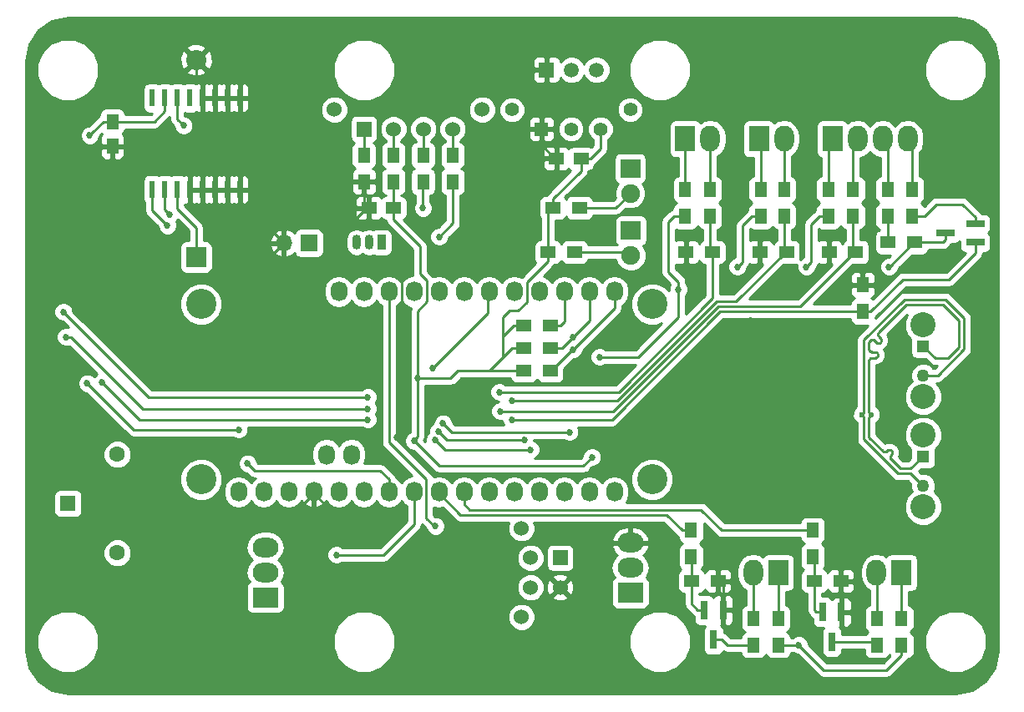
<source format=gbl>
G04 #@! TF.GenerationSoftware,KiCad,Pcbnew,no-vcs-found-01f5a12~58~ubuntu16.04.1*
G04 #@! TF.CreationDate,2017-04-25T17:38:21-04:00*
G04 #@! TF.ProjectId,noeud_senseur,6E6F6575645F73656E736575722E6B69,rev?*
G04 #@! TF.FileFunction,Copper,L2,Bot,Signal*
G04 #@! TF.FilePolarity,Positive*
%FSLAX46Y46*%
G04 Gerber Fmt 4.6, Leading zero omitted, Abs format (unit mm)*
G04 Created by KiCad (PCBNEW no-vcs-found-01f5a12~58~ubuntu16.04.1) date Tue Apr 25 17:38:21 2017*
%MOMM*%
%LPD*%
G01*
G04 APERTURE LIST*
%ADD10C,0.100000*%
%ADD11R,0.800000X1.900000*%
%ADD12C,1.524000*%
%ADD13R,1.524000X1.524000*%
%ADD14C,1.397000*%
%ADD15R,1.397000X1.397000*%
%ADD16C,2.540000*%
%ADD17R,1.270000X1.270000*%
%ADD18C,1.270000*%
%ADD19R,1.600000X1.600000*%
%ADD20C,1.600000*%
%ADD21R,1.300000X1.500000*%
%ADD22R,1.500000X1.300000*%
%ADD23R,1.250000X1.500000*%
%ADD24R,2.000000X1.900000*%
%ADD25C,1.900000*%
%ADD26C,0.600000*%
%ADD27R,0.900000X1.500000*%
%ADD28O,0.900000X1.500000*%
%ADD29R,1.700000X1.700000*%
%ADD30O,1.700000X1.700000*%
%ADD31O,1.727200X2.032000*%
%ADD32C,3.048000*%
%ADD33C,2.032000*%
%ADD34R,2.032000X2.032000*%
%ADD35O,2.000000X2.600000*%
%ADD36R,2.000000X2.600000*%
%ADD37R,1.520000X1.520000*%
%ADD38C,1.520000*%
%ADD39R,2.600000X2.000000*%
%ADD40O,2.600000X2.000000*%
%ADD41R,1.900000X0.800000*%
%ADD42R,1.500000X1.250000*%
%ADD43R,0.600000X1.800000*%
%ADD44C,0.685800*%
%ADD45C,0.800000*%
%ADD46C,0.250000*%
%ADD47C,0.254000*%
G04 APERTURE END LIST*
D10*
D11*
X159497000Y-130805000D03*
X161397000Y-130805000D03*
X160447000Y-133805000D03*
D12*
X136991600Y-80044200D03*
X122005600Y-80044200D03*
X133994400Y-82000000D03*
X130997200Y-82000000D03*
X128000000Y-82000000D03*
D13*
X125002800Y-82000000D03*
D14*
X140005600Y-80044200D03*
X151994400Y-80044200D03*
X148997200Y-82000000D03*
X146000000Y-82000000D03*
D15*
X143002800Y-82000000D03*
D16*
X181681399Y-109152900D03*
X181681399Y-101863101D03*
D17*
X181681399Y-104022101D03*
D18*
X181681399Y-107019301D03*
D16*
X181681399Y-120328900D03*
X181681399Y-113039101D03*
D17*
X181681399Y-115198101D03*
D18*
X181681399Y-118195301D03*
D12*
X141904999Y-128498600D03*
X141904999Y-125501400D03*
D13*
X144902199Y-125501400D03*
D12*
X144902199Y-128498600D03*
X140965199Y-122504200D03*
X140965199Y-131495800D03*
D19*
X95000000Y-120000000D03*
D20*
X100000000Y-125000000D03*
X100000000Y-115000000D03*
D21*
X170500000Y-125400000D03*
X170500000Y-122700000D03*
D22*
X143890000Y-101952000D03*
X141190000Y-101952000D03*
D23*
X99500000Y-83750000D03*
X99500000Y-81250000D03*
D24*
X152065000Y-92300000D03*
D25*
X152065000Y-94840000D03*
X152000000Y-88540000D03*
D24*
X152000000Y-86000000D03*
D26*
X176449000Y-110969000D03*
X175449000Y-110969000D03*
D21*
X172080000Y-90850000D03*
X172080000Y-88150000D03*
X174580000Y-88150000D03*
X174580000Y-90850000D03*
X157580000Y-88150000D03*
X157580000Y-90850000D03*
X160080000Y-90850000D03*
X160080000Y-88150000D03*
X167000000Y-131650000D03*
X167000000Y-134350000D03*
X164500000Y-134350000D03*
X164500000Y-131650000D03*
X179500000Y-131650000D03*
X179500000Y-134350000D03*
X177000000Y-134350000D03*
X177000000Y-131650000D03*
X165216000Y-90850000D03*
X165216000Y-88150000D03*
X167580000Y-88150000D03*
X167580000Y-90850000D03*
X178080000Y-90850000D03*
X178080000Y-88150000D03*
X180580000Y-88150000D03*
X180580000Y-90850000D03*
X125000000Y-84650000D03*
X125000000Y-87350000D03*
X128000000Y-87350000D03*
X128000000Y-84650000D03*
X131000000Y-87350000D03*
X131000000Y-84650000D03*
X134000000Y-87350000D03*
X134000000Y-84650000D03*
D27*
X126770000Y-93500000D03*
D28*
X124230000Y-93500000D03*
X125500000Y-93500000D03*
D22*
X143650000Y-94500000D03*
X146350000Y-94500000D03*
X144150000Y-90000000D03*
X146850000Y-90000000D03*
X141190000Y-104238000D03*
X143890000Y-104238000D03*
X141190000Y-106524000D03*
X143890000Y-106524000D03*
X160350000Y-94500000D03*
X157650000Y-94500000D03*
X174850000Y-94500000D03*
X172150000Y-94500000D03*
D21*
X158161000Y-125400000D03*
X158161000Y-122700000D03*
D22*
X158208000Y-127860000D03*
X160908000Y-127860000D03*
X170654000Y-127860000D03*
X173354000Y-127860000D03*
X165150000Y-94500000D03*
X167850000Y-94500000D03*
D21*
X175560000Y-100508000D03*
X175560000Y-97808000D03*
D29*
X119426000Y-93570000D03*
D30*
X116886000Y-93570000D03*
D31*
X123738000Y-115020000D03*
X121198000Y-115020000D03*
X125000000Y-98500000D03*
X127540000Y-98500000D03*
X130080000Y-98500000D03*
X132620000Y-98500000D03*
X135160000Y-98500000D03*
X137700000Y-98500000D03*
X140240000Y-98500000D03*
X142780000Y-98500000D03*
X145320000Y-98500000D03*
X147860000Y-98500000D03*
X150400000Y-98500000D03*
X150400000Y-118820000D03*
X147860000Y-118820000D03*
X145320000Y-118820000D03*
X142780000Y-118820000D03*
X140240000Y-118820000D03*
X137700000Y-118820000D03*
X135160000Y-118820000D03*
X132620000Y-118820000D03*
X130080000Y-118820000D03*
X127540000Y-118820000D03*
X125000000Y-118820000D03*
X122460000Y-118820000D03*
X122460000Y-98500000D03*
X119920000Y-118820000D03*
X117380000Y-118820000D03*
X114840000Y-118820000D03*
X112300000Y-118820000D03*
D32*
X154210000Y-99770000D03*
X154210000Y-117550000D03*
X108490000Y-117550000D03*
X108490000Y-99770000D03*
D33*
X108000000Y-75000000D03*
D34*
X108000000Y-95000000D03*
D35*
X160120000Y-83000000D03*
D36*
X157580000Y-83000000D03*
X167000000Y-127000000D03*
D35*
X164460000Y-127000000D03*
D36*
X179500000Y-127000000D03*
D35*
X176960000Y-127000000D03*
D36*
X165040000Y-83000000D03*
D35*
X167580000Y-83000000D03*
D37*
X143500000Y-76000000D03*
D38*
X148580000Y-76000000D03*
X146040000Y-76000000D03*
D22*
X178150000Y-93500000D03*
X180850000Y-93500000D03*
D35*
X180120000Y-83000000D03*
X177580000Y-83000000D03*
X175040000Y-83000000D03*
D36*
X172500000Y-83000000D03*
D39*
X115000000Y-129500000D03*
D40*
X115000000Y-126960000D03*
X115000000Y-124420000D03*
D11*
X172450000Y-134000000D03*
X173400000Y-131000000D03*
X171500000Y-131000000D03*
D40*
X152000000Y-123960000D03*
X152000000Y-126500000D03*
D39*
X152000000Y-129040000D03*
D41*
X183966000Y-92554000D03*
X186966000Y-93504000D03*
X186966000Y-91604000D03*
D42*
X125500000Y-90000000D03*
X128000000Y-90000000D03*
X144500000Y-85000000D03*
X147000000Y-85000000D03*
D43*
X103555000Y-88150000D03*
X104825000Y-88150000D03*
X106095000Y-88150000D03*
X107365000Y-88150000D03*
X108635000Y-88150000D03*
X109905000Y-88150000D03*
X111175000Y-88150000D03*
X112445000Y-88150000D03*
X112445000Y-78850000D03*
X111175000Y-78850000D03*
X109905000Y-78850000D03*
X108635000Y-78850000D03*
X107365000Y-78850000D03*
X106095000Y-78850000D03*
X104825000Y-78850000D03*
X103555000Y-78850000D03*
D44*
X165019000Y-103476000D03*
X96058000Y-88744000D03*
X128316000Y-113255000D03*
X126665000Y-113210910D03*
X106599000Y-105889000D03*
X110790000Y-114271000D03*
X104059000Y-97888000D03*
X104059000Y-105889012D03*
X117012992Y-115033000D03*
X136063000Y-91030000D03*
X136190000Y-94459000D03*
X123363000Y-86458000D03*
X136063000Y-86077000D03*
X159304000Y-98523000D03*
X162733000Y-97634000D03*
X165019000Y-99031000D03*
X164257000Y-101444000D03*
X172893000Y-98777000D03*
X161971000Y-121637000D03*
X161082000Y-124558000D03*
X167305000Y-118589000D03*
X148128003Y-116557003D03*
X172512000Y-105381000D03*
X127725090Y-121129006D03*
D45*
X122347000Y-127606000D03*
D44*
X109012000Y-126209000D03*
X110282000Y-128876000D03*
X97201028Y-82648000D03*
X130430910Y-107286000D03*
X130094000Y-113636000D03*
X148127990Y-115287000D03*
X148890002Y-105127000D03*
X169845000Y-95983000D03*
X169083000Y-134337000D03*
X162860000Y-95983000D03*
X178227000Y-95983000D03*
X156891000Y-98269000D03*
X130983000Y-90014000D03*
X146223006Y-104365000D03*
X105329000Y-90649000D03*
X105075000Y-91792000D03*
X146223000Y-103095000D03*
X132634000Y-92935000D03*
X125375447Y-110380608D03*
X132522339Y-112653631D03*
X141270000Y-113509000D03*
X94788000Y-103095000D03*
X125395000Y-111477000D03*
X132222192Y-113540003D03*
X141905000Y-114525000D03*
X98471000Y-107667000D03*
X125395000Y-109191000D03*
X133015000Y-111858000D03*
X145842000Y-112747000D03*
X94534000Y-100555000D03*
X138821347Y-110633856D03*
X113203000Y-115922000D03*
X138730008Y-108683000D03*
X140000000Y-109571994D03*
X132253000Y-122272000D03*
X140000000Y-111477000D03*
X122220000Y-125193000D03*
X96946992Y-107794000D03*
X112314000Y-112493000D03*
X131999000Y-106270000D03*
X106726000Y-81632000D03*
D46*
X161397000Y-130805000D02*
X161397000Y-128349000D01*
X161397000Y-128349000D02*
X160908000Y-127860000D01*
X172512000Y-105381000D02*
X166924000Y-105381000D01*
X166924000Y-105381000D02*
X165019000Y-103476000D01*
X96693000Y-88109000D02*
X96058000Y-88744000D01*
X98344000Y-88109000D02*
X96693000Y-88109000D01*
X99360000Y-89125000D02*
X98344000Y-88109000D01*
X99360000Y-89633000D02*
X99360000Y-84015000D01*
X99360000Y-89633000D02*
X99360000Y-89125000D01*
X99360000Y-93189000D02*
X99360000Y-89633000D01*
X148128003Y-116557003D02*
X147747006Y-116938000D01*
X128658899Y-113597899D02*
X128316000Y-113255000D01*
X147747006Y-116938000D02*
X131999000Y-116938000D01*
X131999000Y-116938000D02*
X128658899Y-113597899D01*
X128316000Y-113255000D02*
X129713000Y-111858000D01*
X129713000Y-111858000D02*
X129713000Y-100555000D01*
X129713000Y-100555000D02*
X128841390Y-99683390D01*
X128841390Y-99683390D02*
X128841390Y-97489610D01*
X128841390Y-97489610D02*
X129713000Y-96618000D01*
X129713000Y-96618000D02*
X129713000Y-94088000D01*
X129713000Y-94088000D02*
X127417000Y-91792000D01*
X126284000Y-91792000D02*
X125500000Y-91008000D01*
X127417000Y-91792000D02*
X126284000Y-91792000D01*
X125500000Y-91008000D02*
X125500000Y-90000000D01*
X126180067Y-113210910D02*
X126665000Y-113210910D01*
X117012992Y-115033000D02*
X118835082Y-113210910D01*
X118835082Y-113210910D02*
X126180067Y-113210910D01*
X106598988Y-105889012D02*
X106599000Y-105889000D01*
X104059000Y-105889012D02*
X106598988Y-105889012D01*
X111425000Y-121256000D02*
X110790000Y-120621000D01*
X117636400Y-121256000D02*
X111425000Y-121256000D01*
X119920000Y-118972400D02*
X117636400Y-121256000D01*
X110790000Y-120621000D02*
X110790000Y-114755933D01*
X110790000Y-114755933D02*
X110790000Y-114271000D01*
X104059000Y-97888000D02*
X104821000Y-97126000D01*
X104821000Y-97126000D02*
X113330000Y-97126000D01*
X113330000Y-97126000D02*
X116036001Y-94419999D01*
X116036001Y-94419999D02*
X116886000Y-93570000D01*
X104059000Y-97888000D02*
X99360000Y-93189000D01*
X99500000Y-83875000D02*
X99500000Y-83750000D01*
X99360000Y-84015000D02*
X99500000Y-83875000D01*
X136063000Y-86077000D02*
X136063000Y-91030000D01*
X136063000Y-91030000D02*
X136063000Y-94332000D01*
X136063000Y-94332000D02*
X136190000Y-94459000D01*
X125500000Y-90000000D02*
X125282000Y-90000000D01*
X124252000Y-91030000D02*
X117902000Y-91030000D01*
X125282000Y-90000000D02*
X124252000Y-91030000D01*
X123363000Y-86458000D02*
X118791000Y-91030000D01*
X118791000Y-91030000D02*
X117902000Y-91030000D01*
X144500000Y-85000000D02*
X137140000Y-85000000D01*
X137140000Y-85000000D02*
X136063000Y-86077000D01*
X148128003Y-116557003D02*
X148254997Y-116557003D01*
X148254997Y-116557003D02*
X149525000Y-115287000D01*
X149525000Y-115287000D02*
X158669000Y-115287000D01*
X157650000Y-94500000D02*
X157650000Y-96869000D01*
X157650000Y-96869000D02*
X159304000Y-98523000D01*
X162916000Y-97634000D02*
X162733000Y-97634000D01*
X165150000Y-95400000D02*
X162916000Y-97634000D01*
X165150000Y-94500000D02*
X165150000Y-95400000D01*
X172150000Y-94500000D02*
X172150000Y-95583000D01*
X172150000Y-95583000D02*
X168702000Y-99031000D01*
X168702000Y-99031000D02*
X165019000Y-99031000D01*
X158669000Y-115287000D02*
X161209000Y-115287000D01*
X161971000Y-101444000D02*
X158669000Y-104746000D01*
X158669000Y-104746000D02*
X158669000Y-115287000D01*
X164257000Y-101444000D02*
X161971000Y-101444000D01*
X175560000Y-97808000D02*
X173862000Y-97808000D01*
X173862000Y-97808000D02*
X172893000Y-98777000D01*
X161971000Y-121637000D02*
X164511000Y-119097000D01*
X164511000Y-119097000D02*
X164511000Y-118589000D01*
X160908000Y-127860000D02*
X160908000Y-124732000D01*
X160908000Y-124732000D02*
X161082000Y-124558000D01*
X168321000Y-120367000D02*
X167305000Y-119351000D01*
X167305000Y-119351000D02*
X167305000Y-118589000D01*
X171242000Y-120367000D02*
X168321000Y-120367000D01*
X173354000Y-122479000D02*
X171242000Y-120367000D01*
X173354000Y-127860000D02*
X173354000Y-122479000D01*
X164511000Y-118589000D02*
X167305000Y-118589000D01*
X161209000Y-115287000D02*
X164511000Y-118589000D01*
X127554000Y-121129000D02*
X122076600Y-121129000D01*
X122076600Y-121129000D02*
X119920000Y-118972400D01*
X119920000Y-118972400D02*
X119920000Y-118820000D01*
X160950000Y-127902000D02*
X160908000Y-127860000D01*
X173400000Y-131000000D02*
X173400000Y-127906000D01*
X173400000Y-127906000D02*
X173354000Y-127860000D01*
X112187000Y-132305000D02*
X110282000Y-130400000D01*
X110282000Y-130400000D02*
X110282000Y-128876000D01*
X119807000Y-132305000D02*
X112187000Y-132305000D01*
X122347000Y-129765000D02*
X119807000Y-132305000D01*
X122347000Y-127606000D02*
X122347000Y-129765000D01*
X121947001Y-127206001D02*
X122347000Y-127606000D01*
X119920000Y-125179000D02*
X121947001Y-127206001D01*
X119920000Y-118820000D02*
X119920000Y-125179000D01*
X109012000Y-127121067D02*
X109012000Y-126209000D01*
X110282000Y-128876000D02*
X110282000Y-128391067D01*
X110282000Y-128391067D02*
X109012000Y-127121067D01*
X117902000Y-91030000D02*
X116886000Y-92046000D01*
X116886000Y-92046000D02*
X116886000Y-93570000D01*
X116886000Y-93570000D02*
X114960000Y-91644000D01*
X114960000Y-91644000D02*
X114960000Y-88088000D01*
X114960000Y-88088000D02*
X113007000Y-86135000D01*
X111635000Y-86135000D02*
X113007000Y-86135000D01*
X125000000Y-87350000D02*
X125000000Y-89500000D01*
X125000000Y-89500000D02*
X125500000Y-90000000D01*
X143002800Y-82000000D02*
X143002800Y-83627800D01*
X143002800Y-83627800D02*
X144375000Y-85000000D01*
X144375000Y-85000000D02*
X144500000Y-85000000D01*
X143002800Y-76497200D02*
X143500000Y-76000000D01*
X119920000Y-118667600D02*
X119920000Y-118820000D01*
X111635000Y-86135000D02*
X112445000Y-86945000D01*
X112445000Y-86945000D02*
X112445000Y-88150000D01*
X110635000Y-86135000D02*
X111635000Y-86135000D01*
X109135000Y-86135000D02*
X110635000Y-86135000D01*
X110635000Y-86135000D02*
X111175000Y-86675000D01*
X111175000Y-86675000D02*
X111175000Y-88150000D01*
X109135000Y-86135000D02*
X109905000Y-86905000D01*
X109905000Y-86905000D02*
X109905000Y-88150000D01*
X108635000Y-86135000D02*
X109135000Y-86135000D01*
X107365000Y-84865000D02*
X108635000Y-86135000D01*
X108635000Y-86135000D02*
X108635000Y-88150000D01*
X106250000Y-83750000D02*
X107365000Y-84865000D01*
X107365000Y-84865000D02*
X107365000Y-88150000D01*
X111635000Y-81365000D02*
X112445000Y-80555000D01*
X112445000Y-80555000D02*
X112445000Y-78850000D01*
X110135000Y-81365000D02*
X111635000Y-81365000D01*
X110135000Y-81365000D02*
X111175000Y-80325000D01*
X111175000Y-80325000D02*
X111175000Y-78850000D01*
X109135000Y-81365000D02*
X110135000Y-81365000D01*
X109135000Y-81365000D02*
X109905000Y-80595000D01*
X109905000Y-80595000D02*
X109905000Y-78850000D01*
X108635000Y-81365000D02*
X109135000Y-81365000D01*
X106250000Y-83750000D02*
X108635000Y-81365000D01*
X108635000Y-81365000D02*
X108635000Y-78850000D01*
X104750000Y-83750000D02*
X106250000Y-83750000D01*
X108000000Y-76500000D02*
X108635000Y-77135000D01*
X108635000Y-77135000D02*
X108635000Y-78850000D01*
X108000000Y-75000000D02*
X108000000Y-76500000D01*
X99500000Y-83750000D02*
X104750000Y-83750000D01*
X106095000Y-90095000D02*
X108000000Y-92000000D01*
X108000000Y-92000000D02*
X108000000Y-95000000D01*
X106095000Y-88150000D02*
X106095000Y-90095000D01*
X146350000Y-94500000D02*
X151471000Y-94500000D01*
X151471000Y-94500000D02*
X151938000Y-94967000D01*
X146850000Y-90000000D02*
X150540000Y-90000000D01*
X150540000Y-90000000D02*
X152000000Y-88540000D01*
X139111000Y-103095000D02*
X139111000Y-101063000D01*
X139111000Y-101063000D02*
X139746000Y-100428000D01*
X139746000Y-100428000D02*
X140635000Y-100428000D01*
X141524000Y-97526000D02*
X143650000Y-95400000D01*
X140635000Y-100428000D02*
X141524000Y-99539000D01*
X141524000Y-99539000D02*
X141524000Y-97526000D01*
X143650000Y-95400000D02*
X143650000Y-94500000D01*
X97543927Y-82305101D02*
X97201028Y-82648000D01*
X98599028Y-81250000D02*
X97543927Y-82305101D01*
X99500000Y-81250000D02*
X98599028Y-81250000D01*
X130094000Y-113636000D02*
X130094000Y-113509000D01*
X130094000Y-113509000D02*
X130430910Y-113172090D01*
X130430910Y-113172090D02*
X130430910Y-107286000D01*
X148127990Y-115287000D02*
X147238990Y-116176000D01*
X147238990Y-116176000D02*
X132634000Y-116176000D01*
X132634000Y-116176000D02*
X130436899Y-113978899D01*
X130436899Y-113978899D02*
X130094000Y-113636000D01*
X128000000Y-90000000D02*
X128000000Y-91222000D01*
X128000000Y-91222000D02*
X130695000Y-93917000D01*
X130430910Y-100472090D02*
X130430910Y-106801067D01*
X130695000Y-93917000D02*
X130695000Y-96711000D01*
X130695000Y-96711000D02*
X131381390Y-97397390D01*
X131381390Y-97397390D02*
X131381390Y-99521610D01*
X131381390Y-99521610D02*
X130430910Y-100472090D01*
X130430910Y-106801067D02*
X130430910Y-107286000D01*
X133777000Y-107286000D02*
X130915843Y-107286000D01*
X134539000Y-106524000D02*
X133777000Y-107286000D01*
X130915843Y-107286000D02*
X130430910Y-107286000D01*
X139111000Y-105127000D02*
X139111000Y-103095000D01*
X139111000Y-103031000D02*
X139111000Y-103095000D01*
X141190000Y-101952000D02*
X140190000Y-101952000D01*
X140190000Y-101952000D02*
X139111000Y-103031000D01*
X139111000Y-105127000D02*
X140000000Y-104238000D01*
X140000000Y-104238000D02*
X141190000Y-104238000D01*
X134539000Y-106524000D02*
X137714000Y-106524000D01*
X137714000Y-106524000D02*
X139111000Y-105127000D01*
X141190000Y-106524000D02*
X134539000Y-106524000D01*
X152827000Y-105127000D02*
X149374935Y-105127000D01*
X156891000Y-98269000D02*
X156891000Y-101063000D01*
X156891000Y-101063000D02*
X152827000Y-105127000D01*
X149374935Y-105127000D02*
X148890002Y-105127000D01*
X170353000Y-95475000D02*
X169845000Y-95983000D01*
X170353000Y-91677000D02*
X170353000Y-95475000D01*
X172080000Y-90850000D02*
X171180000Y-90850000D01*
X171180000Y-90850000D02*
X170353000Y-91677000D01*
X163368000Y-91798000D02*
X163368000Y-95475000D01*
X163368000Y-95475000D02*
X162860000Y-95983000D01*
X165216000Y-90850000D02*
X164316000Y-90850000D01*
X164316000Y-90850000D02*
X163368000Y-91798000D01*
X179500000Y-134350000D02*
X179500000Y-135350000D01*
X177973000Y-136877000D02*
X171623000Y-136877000D01*
X179500000Y-135350000D02*
X177973000Y-136877000D01*
X171623000Y-136877000D02*
X169083000Y-134337000D01*
X167000000Y-134350000D02*
X169070000Y-134350000D01*
X169070000Y-134350000D02*
X169083000Y-134337000D01*
X180850000Y-93500000D02*
X180750000Y-93500000D01*
X180750000Y-93500000D02*
X178267000Y-95983000D01*
X178267000Y-95983000D02*
X178227000Y-95983000D01*
X156891000Y-98269000D02*
X156891000Y-97507000D01*
X156891000Y-97507000D02*
X155875000Y-96491000D01*
X155875000Y-91411000D02*
X156436000Y-90850000D01*
X155875000Y-96491000D02*
X155875000Y-91411000D01*
X156436000Y-90850000D02*
X157580000Y-90850000D01*
X180850000Y-93500000D02*
X183670000Y-93500000D01*
X183670000Y-93500000D02*
X183966000Y-93204000D01*
X183966000Y-93204000D02*
X183966000Y-92554000D01*
X128000000Y-87350000D02*
X128000000Y-90000000D01*
X148997200Y-76417200D02*
X148580000Y-76000000D01*
X147000000Y-85000000D02*
X148000000Y-85000000D01*
X148000000Y-85000000D02*
X148997200Y-84002800D01*
X148997200Y-84002800D02*
X148997200Y-82987828D01*
X148997200Y-82987828D02*
X148997200Y-82000000D01*
X144150000Y-90000000D02*
X144150000Y-89100000D01*
X144150000Y-89100000D02*
X147000000Y-86250000D01*
X147000000Y-86250000D02*
X147000000Y-85000000D01*
X143650000Y-94500000D02*
X143650000Y-90500000D01*
X143650000Y-90500000D02*
X144150000Y-90000000D01*
X103750000Y-81250000D02*
X104825000Y-80175000D01*
X104825000Y-80175000D02*
X104825000Y-78850000D01*
X99500000Y-81250000D02*
X103750000Y-81250000D01*
X130983000Y-87474000D02*
X130983000Y-89529067D01*
X131110000Y-87347000D02*
X130983000Y-87474000D01*
X130983000Y-89529067D02*
X130983000Y-90014000D01*
X146565905Y-104022101D02*
X146223006Y-104365000D01*
X150400000Y-100188006D02*
X146565905Y-104022101D01*
X150400000Y-98500000D02*
X150400000Y-100188006D01*
X146149000Y-104365000D02*
X146223006Y-104365000D01*
X143990000Y-106524000D02*
X146149000Y-104365000D01*
X143890000Y-106524000D02*
X143990000Y-106524000D01*
X105329000Y-90649000D02*
X104825000Y-90145000D01*
X104825000Y-90145000D02*
X104825000Y-89150000D01*
X104825000Y-89150000D02*
X104825000Y-88150000D01*
X104732101Y-91449101D02*
X105075000Y-91792000D01*
X103555000Y-88150000D02*
X103555000Y-90272000D01*
X103555000Y-90272000D02*
X104732101Y-91449101D01*
X145880101Y-103437899D02*
X146223000Y-103095000D01*
X145080000Y-104238000D02*
X145880101Y-103437899D01*
X146565899Y-102752101D02*
X146223000Y-103095000D01*
X147860000Y-98500000D02*
X147860000Y-101458000D01*
X147860000Y-101458000D02*
X146565899Y-102752101D01*
X143890000Y-104238000D02*
X145080000Y-104238000D01*
X134031000Y-87601000D02*
X134031000Y-91538000D01*
X134031000Y-91538000D02*
X132634000Y-92935000D01*
X95272933Y-103095000D02*
X102558541Y-110380608D01*
X94788000Y-103095000D02*
X95272933Y-103095000D01*
X102558541Y-110380608D02*
X124890514Y-110380608D01*
X124890514Y-110380608D02*
X125375447Y-110380608D01*
X132865238Y-112996530D02*
X132522339Y-112653631D01*
X133377708Y-113509000D02*
X132865238Y-112996530D01*
X141270000Y-113509000D02*
X133377708Y-113509000D01*
X124910067Y-111477000D02*
X125395000Y-111477000D01*
X102281000Y-111477000D02*
X124910067Y-111477000D01*
X98471000Y-107667000D02*
X102281000Y-111477000D01*
X133207189Y-114525000D02*
X132565091Y-113882902D01*
X141905000Y-114525000D02*
X133207189Y-114525000D01*
X132565091Y-113882902D02*
X132222192Y-113540003D01*
X103170000Y-109191000D02*
X124910067Y-109191000D01*
X94534000Y-100555000D02*
X103170000Y-109191000D01*
X124910067Y-109191000D02*
X125395000Y-109191000D01*
X133357899Y-112200899D02*
X133015000Y-111858000D01*
X133904000Y-112747000D02*
X133357899Y-112200899D01*
X145842000Y-112747000D02*
X133904000Y-112747000D01*
X174850000Y-94500000D02*
X174750000Y-94500000D01*
X174750000Y-94500000D02*
X169242011Y-100007989D01*
X169242011Y-100007989D02*
X160921889Y-100007989D01*
X139306280Y-110633856D02*
X138821347Y-110633856D01*
X160921889Y-100007989D02*
X150296022Y-110633856D01*
X150296022Y-110633856D02*
X139306280Y-110633856D01*
X127540000Y-118820000D02*
X127540000Y-117554000D01*
X127540000Y-117554000D02*
X126670000Y-116684000D01*
X126670000Y-116684000D02*
X113965000Y-116684000D01*
X113965000Y-116684000D02*
X113203000Y-115922000D01*
X127540000Y-118820000D02*
X127540000Y-118972400D01*
X174580000Y-90850000D02*
X174580000Y-94230000D01*
X174580000Y-94230000D02*
X174850000Y-94500000D01*
X139214941Y-108683000D02*
X138730008Y-108683000D01*
X150832634Y-108683000D02*
X139214941Y-108683000D01*
X160350000Y-99165634D02*
X150832634Y-108683000D01*
X160350000Y-94500000D02*
X160350000Y-99165634D01*
X160080000Y-90850000D02*
X160080000Y-94230000D01*
X160080000Y-94230000D02*
X160350000Y-94500000D01*
X140484933Y-109571994D02*
X140000000Y-109571994D01*
X150650762Y-109571994D02*
X140484933Y-109571994D01*
X167750000Y-94500000D02*
X162742020Y-99507980D01*
X167850000Y-94500000D02*
X167750000Y-94500000D01*
X160714776Y-99507980D02*
X150650762Y-109571994D01*
X162742020Y-99507980D02*
X160714776Y-99507980D01*
X167580000Y-90850000D02*
X167580000Y-94230000D01*
X167580000Y-94230000D02*
X167850000Y-94500000D01*
X132253000Y-122272000D02*
X132126000Y-122272000D01*
X132126000Y-122272000D02*
X131318610Y-121464610D01*
X131318610Y-121464610D02*
X131318610Y-117527610D01*
X131318610Y-117527610D02*
X127540000Y-113749000D01*
X127540000Y-113749000D02*
X127540000Y-98500000D01*
X186966000Y-93504000D02*
X186966000Y-94610000D01*
X186966000Y-94610000D02*
X184323000Y-97253000D01*
X184323000Y-97253000D02*
X179624000Y-97253000D01*
X179624000Y-97253000D02*
X176369000Y-100508000D01*
X176369000Y-100508000D02*
X175560000Y-100508000D01*
X140484933Y-111477000D02*
X140000000Y-111477000D01*
X161129000Y-100508000D02*
X150160000Y-111477000D01*
X175560000Y-100508000D02*
X161129000Y-100508000D01*
X150160000Y-111477000D02*
X140484933Y-111477000D01*
X122220000Y-125193000D02*
X126991122Y-125193000D01*
X130080000Y-122104122D02*
X130080000Y-120086000D01*
X126991122Y-125193000D02*
X130080000Y-122104122D01*
X130080000Y-120086000D02*
X130080000Y-118820000D01*
X143890000Y-101952000D02*
X144890000Y-101952000D01*
X144890000Y-101952000D02*
X145320000Y-101522000D01*
X145320000Y-101522000D02*
X145320000Y-99766000D01*
X145320000Y-99766000D02*
X145320000Y-98500000D01*
X146000000Y-76040000D02*
X146040000Y-76000000D01*
X158208000Y-127860000D02*
X158208000Y-130166000D01*
X158208000Y-130166000D02*
X158847000Y-130805000D01*
X158847000Y-130805000D02*
X159497000Y-130805000D01*
X158208000Y-127860000D02*
X158208000Y-125447000D01*
X158208000Y-125447000D02*
X158161000Y-125400000D01*
X158161000Y-122700000D02*
X157261000Y-122700000D01*
X132620000Y-118972400D02*
X132620000Y-118820000D01*
X157261000Y-122700000D02*
X155690000Y-121129000D01*
X155690000Y-121129000D02*
X134776600Y-121129000D01*
X134776600Y-121129000D02*
X132620000Y-118972400D01*
X135160000Y-118820000D02*
X135160000Y-120086000D01*
X135160000Y-120086000D02*
X135695000Y-120621000D01*
X135695000Y-120621000D02*
X159177000Y-120621000D01*
X159177000Y-120621000D02*
X161256000Y-122700000D01*
X161256000Y-122700000D02*
X170500000Y-122700000D01*
X137700000Y-98500000D02*
X137700000Y-98652400D01*
X137700000Y-98652400D02*
X137587000Y-98765400D01*
X137587000Y-98765400D02*
X137587000Y-100682000D01*
X137587000Y-100682000D02*
X131999000Y-106270000D01*
X97289891Y-108136899D02*
X96946992Y-107794000D01*
X112314000Y-112493000D02*
X101645992Y-112493000D01*
X101645992Y-112493000D02*
X97289891Y-108136899D01*
X164500000Y-134350000D02*
X161844000Y-134350000D01*
X161844000Y-134350000D02*
X161299000Y-133805000D01*
X161299000Y-133805000D02*
X160447000Y-133805000D01*
X172450000Y-134000000D02*
X176650000Y-134000000D01*
X176650000Y-134000000D02*
X177000000Y-134350000D01*
X106726000Y-81632000D02*
X106095000Y-81001000D01*
X106095000Y-81001000D02*
X106095000Y-78850000D01*
X170654000Y-127860000D02*
X170654000Y-125554000D01*
X170654000Y-125554000D02*
X170500000Y-125400000D01*
X171500000Y-131000000D02*
X170850000Y-131000000D01*
X170654000Y-128760000D02*
X170654000Y-127860000D01*
X170850000Y-131000000D02*
X170654000Y-130804000D01*
X170654000Y-130804000D02*
X170654000Y-128760000D01*
X178150000Y-93500000D02*
X178150000Y-90920000D01*
X178150000Y-90920000D02*
X178080000Y-90850000D01*
X183053000Y-89633000D02*
X181836000Y-90850000D01*
X181836000Y-90850000D02*
X180580000Y-90850000D01*
X185645000Y-89633000D02*
X183053000Y-89633000D01*
X186966000Y-91604000D02*
X186966000Y-90954000D01*
X186966000Y-90954000D02*
X185645000Y-89633000D01*
X176449000Y-110969000D02*
X176199000Y-111219000D01*
X176199000Y-111219000D02*
X176199000Y-113286446D01*
X177564554Y-114652000D02*
X177617075Y-114693884D01*
X178413081Y-115076263D02*
X178371194Y-115128785D01*
X178536229Y-114911099D02*
X178507081Y-114971624D01*
X176199000Y-113286446D02*
X177564554Y-114652000D01*
X180432799Y-116446701D02*
X181681399Y-115198101D01*
X177936295Y-114693885D02*
X177988818Y-114652000D01*
X178551177Y-114845604D02*
X178536229Y-114911099D01*
X178093456Y-114557998D02*
X178153981Y-114528850D01*
X177617075Y-114693884D02*
X177677602Y-114723032D01*
X177988818Y-114652000D02*
X178040932Y-114599883D01*
X177677602Y-114723032D02*
X177743095Y-114737980D01*
X178153981Y-114528850D02*
X178219476Y-114513902D01*
X177743095Y-114737980D02*
X177810275Y-114737981D01*
X178536228Y-114712931D02*
X178551178Y-114778426D01*
X178507082Y-114652406D02*
X178536228Y-114712931D01*
X178286654Y-114513901D02*
X178352149Y-114528851D01*
X177810275Y-114737981D02*
X177875768Y-114723031D01*
X178465196Y-115024147D02*
X178413081Y-115076263D01*
X178412674Y-114557997D02*
X178465196Y-114599883D01*
X177875768Y-114723031D02*
X177936295Y-114693885D01*
X178327099Y-115321985D02*
X178342047Y-115387478D01*
X178219476Y-114513902D02*
X178286654Y-114513901D01*
X178040932Y-114599883D02*
X178093456Y-114557998D01*
X178342047Y-115387478D02*
X178371195Y-115448005D01*
X178352149Y-114528851D02*
X178412674Y-114557997D01*
X178327098Y-115254805D02*
X178327099Y-115321985D01*
X178465196Y-114599883D02*
X178507082Y-114652406D01*
X178551178Y-114778426D02*
X178551177Y-114845604D01*
X178507081Y-114971624D02*
X178465196Y-115024147D01*
X178371194Y-115128785D02*
X178342048Y-115189312D01*
X178342048Y-115189312D02*
X178327098Y-115254805D01*
X178371195Y-115448005D02*
X178413082Y-115500528D01*
X178413082Y-115500528D02*
X179359255Y-116446701D01*
X179359255Y-116446701D02*
X180432799Y-116446701D01*
X176804794Y-105208000D02*
X176871550Y-105200478D01*
X176449000Y-110969000D02*
X176199000Y-110719000D01*
X185343000Y-101420554D02*
X185343000Y-104134446D01*
X176432243Y-105215521D02*
X176499000Y-105208000D01*
X176311953Y-104542549D02*
X176264450Y-104495046D01*
X177039343Y-105095046D02*
X177075084Y-105038165D01*
X176199000Y-110719000D02*
X176199000Y-105508000D01*
X176199000Y-105508000D02*
X176206521Y-105441243D01*
X177075084Y-105038165D02*
X177097272Y-104974756D01*
X176206521Y-105441243D02*
X176228709Y-105377834D01*
X176228709Y-105377834D02*
X176264450Y-105320953D01*
X176991840Y-105142549D02*
X177039343Y-105095046D01*
X176264450Y-105320953D02*
X176311953Y-105273450D01*
X176311953Y-105273450D02*
X176368834Y-105237709D01*
X183711446Y-99789000D02*
X185343000Y-101420554D01*
X176368834Y-105237709D02*
X176432243Y-105215521D01*
X177369821Y-103638453D02*
X177411706Y-103585930D01*
X176499000Y-105208000D02*
X176804794Y-105208000D01*
X176934959Y-105178290D02*
X176991840Y-105142549D01*
X177097272Y-104974756D02*
X177104794Y-104908000D01*
X177104794Y-104908000D02*
X177097272Y-104841243D01*
X177455802Y-103459910D02*
X177455802Y-103392731D01*
X177411706Y-103585930D02*
X177440853Y-103525404D01*
X176871550Y-105200478D02*
X176934959Y-105178290D01*
X176871550Y-104615521D02*
X176804794Y-104608000D01*
X177058605Y-103709486D02*
X177124100Y-103724435D01*
X177097272Y-104841243D02*
X177075084Y-104777834D01*
X177075084Y-104777834D02*
X177039343Y-104720953D01*
X176368834Y-104578290D02*
X176311953Y-104542549D01*
X177039343Y-104720953D02*
X176991840Y-104673450D01*
X177188947Y-103033314D02*
X177147062Y-102980791D01*
X176991840Y-104673450D02*
X176934959Y-104637709D01*
X180009000Y-99789000D02*
X183711446Y-99789000D01*
X177102965Y-102787592D02*
X177117914Y-102722098D01*
X176934959Y-104637709D02*
X176871550Y-104615521D01*
X176804794Y-104608000D02*
X176499000Y-104608000D01*
X177369821Y-103214188D02*
X177188947Y-103033314D01*
X176712161Y-103415694D02*
X176764684Y-103457580D01*
X176206521Y-104374756D02*
X176199000Y-104308000D01*
X177256773Y-103709486D02*
X177317299Y-103680338D01*
X176499000Y-104608000D02*
X176432243Y-104600478D01*
X176264450Y-104495046D02*
X176228709Y-104438165D01*
X177117914Y-102920266D02*
X177102965Y-102854771D01*
X177124100Y-103724435D02*
X177191279Y-103724435D01*
X176453468Y-103386547D02*
X176518962Y-103371598D01*
X176432243Y-104600478D02*
X176368834Y-104578290D01*
X176228709Y-104438165D02*
X176206521Y-104374756D01*
X176199000Y-104308000D02*
X176199000Y-103599000D01*
X176199000Y-103599000D02*
X176340420Y-103457580D01*
X177440853Y-103525404D02*
X177455802Y-103459910D01*
X176340420Y-103457580D02*
X176392942Y-103415694D01*
X176392942Y-103415694D02*
X176453468Y-103386547D01*
X176518962Y-103371598D02*
X176586141Y-103371598D01*
X177191279Y-103724435D02*
X177256773Y-103709486D01*
X176586141Y-103371598D02*
X176651635Y-103386547D01*
X176651635Y-103386547D02*
X176712161Y-103415694D01*
X176764684Y-103457580D02*
X176945557Y-103638453D01*
X177411706Y-103266711D02*
X177369821Y-103214188D01*
X176945557Y-103638453D02*
X176998080Y-103680338D01*
X176998080Y-103680338D02*
X177058605Y-103709486D01*
X177317299Y-103680338D02*
X177369821Y-103638453D01*
X177455802Y-103392731D02*
X177440853Y-103327237D01*
X177440853Y-103327237D02*
X177411706Y-103266711D01*
X177147062Y-102980791D02*
X177117914Y-102920266D01*
X177102965Y-102854771D02*
X177102965Y-102787592D01*
X177117914Y-102722098D02*
X177147062Y-102661572D01*
X177147062Y-102661572D02*
X177188948Y-102609051D01*
X177188948Y-102609051D02*
X177295013Y-102502987D01*
X177295013Y-102502987D02*
X180009000Y-99789000D01*
X185343000Y-104134446D02*
X184206745Y-105270701D01*
X184206745Y-105270701D02*
X182929999Y-105270701D01*
X182929999Y-105270701D02*
X181681399Y-104022101D01*
X181681399Y-118195301D02*
X180432799Y-116946701D01*
X175699000Y-111219000D02*
X175449000Y-110969000D01*
X180432799Y-116946701D02*
X179152147Y-116946701D01*
X175699000Y-113493554D02*
X175699000Y-111219000D01*
X179152147Y-116946701D02*
X175699000Y-113493554D01*
X175449000Y-110969000D02*
X175687000Y-110731000D01*
X175687000Y-103403906D02*
X179801906Y-99289000D01*
X183165253Y-107019301D02*
X182579424Y-107019301D01*
X175687000Y-110731000D02*
X175687000Y-103403906D01*
X183918554Y-99289000D02*
X185843000Y-101213446D01*
X179801906Y-99289000D02*
X183918554Y-99289000D01*
X185843000Y-101213446D02*
X185843000Y-104341554D01*
X185843000Y-104341554D02*
X183165253Y-107019301D01*
X182579424Y-107019301D02*
X181681399Y-107019301D01*
X125000000Y-84650000D02*
X125000000Y-82002800D01*
X125000000Y-82002800D02*
X125002800Y-82000000D01*
X128000000Y-84650000D02*
X128000000Y-82000000D01*
X131000000Y-84650000D02*
X131000000Y-82002800D01*
X131000000Y-82002800D02*
X130997200Y-82000000D01*
X134000000Y-84650000D02*
X134000000Y-82005600D01*
X134000000Y-82005600D02*
X133994400Y-82000000D01*
X172080000Y-88150000D02*
X172080000Y-83420000D01*
X172080000Y-83420000D02*
X172500000Y-83000000D01*
X174580000Y-88150000D02*
X174580000Y-83460000D01*
X174580000Y-83460000D02*
X175040000Y-83000000D01*
X157580000Y-88150000D02*
X157580000Y-83000000D01*
X160080000Y-88150000D02*
X160080000Y-83040000D01*
X160080000Y-83040000D02*
X160120000Y-83000000D01*
X167000000Y-131650000D02*
X167000000Y-127000000D01*
X164500000Y-131650000D02*
X164500000Y-127040000D01*
X164500000Y-127040000D02*
X164460000Y-127000000D01*
X179500000Y-131650000D02*
X179500000Y-130650000D01*
X179500000Y-130650000D02*
X179500000Y-127000000D01*
X177000000Y-131650000D02*
X177000000Y-127040000D01*
X177000000Y-127040000D02*
X176960000Y-127000000D01*
X165216000Y-88150000D02*
X165216000Y-83176000D01*
X165216000Y-83176000D02*
X165040000Y-83000000D01*
X167580000Y-88150000D02*
X167580000Y-83000000D01*
X178080000Y-88150000D02*
X178080000Y-83500000D01*
X178080000Y-83500000D02*
X177580000Y-83000000D01*
X180580000Y-88150000D02*
X180580000Y-83460000D01*
X180580000Y-83460000D02*
X180120000Y-83000000D01*
D47*
G36*
X186636390Y-71049408D02*
X188023654Y-71976349D01*
X188950592Y-73363610D01*
X189290000Y-75069931D01*
X189290000Y-134930069D01*
X188950592Y-136636390D01*
X188023654Y-138023651D01*
X186636390Y-138950592D01*
X184930069Y-139290000D01*
X95069931Y-139290000D01*
X93363610Y-138950592D01*
X91976349Y-138023654D01*
X91049408Y-136636390D01*
X90710000Y-134930069D01*
X90710000Y-134619270D01*
X91872458Y-134619270D01*
X92347512Y-135768989D01*
X93226384Y-136649396D01*
X94375272Y-137126456D01*
X95619270Y-137127542D01*
X96768989Y-136652488D01*
X97649396Y-135773616D01*
X98126456Y-134624728D01*
X98126460Y-134619270D01*
X121872458Y-134619270D01*
X122347512Y-135768989D01*
X123226384Y-136649396D01*
X124375272Y-137126456D01*
X125619270Y-137127542D01*
X126768989Y-136652488D01*
X127649396Y-135773616D01*
X128126456Y-134624728D01*
X128126460Y-134619270D01*
X151872458Y-134619270D01*
X152347512Y-135768989D01*
X153226384Y-136649396D01*
X154375272Y-137126456D01*
X155619270Y-137127542D01*
X156768989Y-136652488D01*
X157649396Y-135773616D01*
X158126456Y-134624728D01*
X158127542Y-133380730D01*
X157652488Y-132231011D01*
X156773616Y-131350604D01*
X155624728Y-130873544D01*
X154380730Y-130872458D01*
X153231011Y-131347512D01*
X152350604Y-132226384D01*
X151873544Y-133375272D01*
X151872458Y-134619270D01*
X128126460Y-134619270D01*
X128127542Y-133380730D01*
X127652488Y-132231011D01*
X127194738Y-131772461D01*
X139567957Y-131772461D01*
X139780189Y-132286103D01*
X140172829Y-132679429D01*
X140686099Y-132892557D01*
X141241860Y-132893042D01*
X141755502Y-132680810D01*
X142148828Y-132288170D01*
X142361956Y-131774900D01*
X142362441Y-131219139D01*
X142150209Y-130705497D01*
X141757569Y-130312171D01*
X141244299Y-130099043D01*
X140688538Y-130098558D01*
X140174896Y-130310790D01*
X139781570Y-130703430D01*
X139568442Y-131216700D01*
X139567957Y-131772461D01*
X127194738Y-131772461D01*
X126773616Y-131350604D01*
X125624728Y-130873544D01*
X124380730Y-130872458D01*
X123231011Y-131347512D01*
X122350604Y-132226384D01*
X121873544Y-133375272D01*
X121872458Y-134619270D01*
X98126460Y-134619270D01*
X98127542Y-133380730D01*
X97652488Y-132231011D01*
X96773616Y-131350604D01*
X95624728Y-130873544D01*
X94380730Y-130872458D01*
X93231011Y-131347512D01*
X92350604Y-132226384D01*
X91873544Y-133375272D01*
X91872458Y-134619270D01*
X90710000Y-134619270D01*
X90710000Y-125284187D01*
X98564752Y-125284187D01*
X98782757Y-125811800D01*
X99186077Y-126215824D01*
X99713309Y-126434750D01*
X100284187Y-126435248D01*
X100811800Y-126217243D01*
X101215824Y-125813923D01*
X101434750Y-125286691D01*
X101435248Y-124715813D01*
X101313021Y-124420000D01*
X113027091Y-124420000D01*
X113151548Y-125045687D01*
X113505971Y-125576120D01*
X113676405Y-125690000D01*
X113505971Y-125803880D01*
X113151548Y-126334313D01*
X113027091Y-126960000D01*
X113151548Y-127585687D01*
X113390402Y-127943159D01*
X113242191Y-128042191D01*
X113101843Y-128252235D01*
X113052560Y-128500000D01*
X113052560Y-130500000D01*
X113101843Y-130747765D01*
X113242191Y-130957809D01*
X113452235Y-131098157D01*
X113700000Y-131147440D01*
X116300000Y-131147440D01*
X116547765Y-131098157D01*
X116757809Y-130957809D01*
X116898157Y-130747765D01*
X116947440Y-130500000D01*
X116947440Y-128775261D01*
X140507757Y-128775261D01*
X140719989Y-129288903D01*
X141112629Y-129682229D01*
X141625899Y-129895357D01*
X142181660Y-129895842D01*
X142695302Y-129683610D01*
X142900456Y-129478813D01*
X144101591Y-129478813D01*
X144171056Y-129720997D01*
X144694501Y-129907744D01*
X145249567Y-129879962D01*
X145633342Y-129720997D01*
X145702807Y-129478813D01*
X144902199Y-128678205D01*
X144101591Y-129478813D01*
X142900456Y-129478813D01*
X143088628Y-129290970D01*
X143301756Y-128777700D01*
X143302180Y-128290902D01*
X143493055Y-128290902D01*
X143520837Y-128845968D01*
X143679802Y-129229743D01*
X143921986Y-129299208D01*
X144722594Y-128498600D01*
X145081804Y-128498600D01*
X145882412Y-129299208D01*
X146124596Y-129229743D01*
X146311343Y-128706298D01*
X146283561Y-128151232D01*
X146124596Y-127767457D01*
X145882412Y-127697992D01*
X145081804Y-128498600D01*
X144722594Y-128498600D01*
X143921986Y-127697992D01*
X143679802Y-127767457D01*
X143493055Y-128290902D01*
X143302180Y-128290902D01*
X143302241Y-128221939D01*
X143090009Y-127708297D01*
X142900431Y-127518387D01*
X144101591Y-127518387D01*
X144902199Y-128318995D01*
X145702807Y-127518387D01*
X145633342Y-127276203D01*
X145109897Y-127089456D01*
X144554831Y-127117238D01*
X144171056Y-127276203D01*
X144101591Y-127518387D01*
X142900431Y-127518387D01*
X142697369Y-127314971D01*
X142184099Y-127101843D01*
X141628338Y-127101358D01*
X141114696Y-127313590D01*
X140721370Y-127706230D01*
X140508242Y-128219500D01*
X140507757Y-128775261D01*
X116947440Y-128775261D01*
X116947440Y-128500000D01*
X116898157Y-128252235D01*
X116757809Y-128042191D01*
X116609598Y-127943159D01*
X116848452Y-127585687D01*
X116972909Y-126960000D01*
X116848452Y-126334313D01*
X116494029Y-125803880D01*
X116323595Y-125690000D01*
X116494029Y-125576120D01*
X116848452Y-125045687D01*
X116972909Y-124420000D01*
X116848452Y-123794313D01*
X116494029Y-123263880D01*
X115963596Y-122909457D01*
X115337909Y-122785000D01*
X114662091Y-122785000D01*
X114036404Y-122909457D01*
X113505971Y-123263880D01*
X113151548Y-123794313D01*
X113027091Y-124420000D01*
X101313021Y-124420000D01*
X101217243Y-124188200D01*
X100813923Y-123784176D01*
X100286691Y-123565250D01*
X99715813Y-123564752D01*
X99188200Y-123782757D01*
X98784176Y-124186077D01*
X98565250Y-124713309D01*
X98564752Y-125284187D01*
X90710000Y-125284187D01*
X90710000Y-119200000D01*
X93552560Y-119200000D01*
X93552560Y-120800000D01*
X93601843Y-121047765D01*
X93742191Y-121257809D01*
X93952235Y-121398157D01*
X94200000Y-121447440D01*
X95800000Y-121447440D01*
X96047765Y-121398157D01*
X96257809Y-121257809D01*
X96398157Y-121047765D01*
X96447440Y-120800000D01*
X96447440Y-119200000D01*
X96398157Y-118952235D01*
X96257809Y-118742191D01*
X96047765Y-118601843D01*
X95800000Y-118552560D01*
X94200000Y-118552560D01*
X93952235Y-118601843D01*
X93742191Y-118742191D01*
X93601843Y-118952235D01*
X93552560Y-119200000D01*
X90710000Y-119200000D01*
X90710000Y-117977567D01*
X106330626Y-117977567D01*
X106658622Y-118771377D01*
X107265428Y-119379244D01*
X108058664Y-119708624D01*
X108917567Y-119709374D01*
X109711377Y-119381378D01*
X110319244Y-118774572D01*
X110377093Y-118635255D01*
X110801400Y-118635255D01*
X110801400Y-119004745D01*
X110915474Y-119578234D01*
X111240330Y-120064415D01*
X111726511Y-120389271D01*
X112300000Y-120503345D01*
X112873489Y-120389271D01*
X113359670Y-120064415D01*
X113570000Y-119749634D01*
X113780330Y-120064415D01*
X114266511Y-120389271D01*
X114840000Y-120503345D01*
X115413489Y-120389271D01*
X115899670Y-120064415D01*
X116110000Y-119749634D01*
X116320330Y-120064415D01*
X116806511Y-120389271D01*
X117380000Y-120503345D01*
X117953489Y-120389271D01*
X118439670Y-120064415D01*
X118646461Y-119754931D01*
X119017964Y-120170732D01*
X119545209Y-120424709D01*
X119560974Y-120427358D01*
X119793000Y-120306217D01*
X119793000Y-118947000D01*
X119773000Y-118947000D01*
X119773000Y-118693000D01*
X119793000Y-118693000D01*
X119793000Y-118673000D01*
X120047000Y-118673000D01*
X120047000Y-118693000D01*
X120067000Y-118693000D01*
X120067000Y-118947000D01*
X120047000Y-118947000D01*
X120047000Y-120306217D01*
X120279026Y-120427358D01*
X120294791Y-120424709D01*
X120822036Y-120170732D01*
X121193539Y-119754931D01*
X121400330Y-120064415D01*
X121886511Y-120389271D01*
X122460000Y-120503345D01*
X123033489Y-120389271D01*
X123519670Y-120064415D01*
X123730000Y-119749634D01*
X123940330Y-120064415D01*
X124426511Y-120389271D01*
X125000000Y-120503345D01*
X125573489Y-120389271D01*
X126059670Y-120064415D01*
X126270000Y-119749634D01*
X126480330Y-120064415D01*
X126966511Y-120389271D01*
X127540000Y-120503345D01*
X128113489Y-120389271D01*
X128599670Y-120064415D01*
X128810000Y-119749634D01*
X129020330Y-120064415D01*
X129320000Y-120264648D01*
X129320000Y-121789320D01*
X126676320Y-124433000D01*
X122843080Y-124433000D01*
X122774659Y-124364460D01*
X122415370Y-124215270D01*
X122026337Y-124214931D01*
X121666788Y-124363493D01*
X121391460Y-124638341D01*
X121242270Y-124997630D01*
X121241931Y-125386663D01*
X121390493Y-125746212D01*
X121665341Y-126021540D01*
X122024630Y-126170730D01*
X122413663Y-126171069D01*
X122773212Y-126022507D01*
X122842840Y-125953000D01*
X126991122Y-125953000D01*
X127281961Y-125895148D01*
X127457194Y-125778061D01*
X140507757Y-125778061D01*
X140719989Y-126291703D01*
X141112629Y-126685029D01*
X141625899Y-126898157D01*
X142181660Y-126898642D01*
X142695302Y-126686410D01*
X143088628Y-126293770D01*
X143301756Y-125780500D01*
X143302241Y-125224739D01*
X143101704Y-124739400D01*
X143492759Y-124739400D01*
X143492759Y-126263400D01*
X143542042Y-126511165D01*
X143682390Y-126721209D01*
X143892434Y-126861557D01*
X144140199Y-126910840D01*
X145664199Y-126910840D01*
X145911964Y-126861557D01*
X146122008Y-126721209D01*
X146262356Y-126511165D01*
X146264576Y-126500000D01*
X150027091Y-126500000D01*
X150151548Y-127125687D01*
X150390402Y-127483159D01*
X150242191Y-127582191D01*
X150101843Y-127792235D01*
X150052560Y-128040000D01*
X150052560Y-130040000D01*
X150101843Y-130287765D01*
X150242191Y-130497809D01*
X150452235Y-130638157D01*
X150700000Y-130687440D01*
X153300000Y-130687440D01*
X153547765Y-130638157D01*
X153757809Y-130497809D01*
X153898157Y-130287765D01*
X153947440Y-130040000D01*
X153947440Y-128040000D01*
X153898157Y-127792235D01*
X153757809Y-127582191D01*
X153609598Y-127483159D01*
X153848452Y-127125687D01*
X153972909Y-126500000D01*
X153848452Y-125874313D01*
X153494029Y-125343880D01*
X153303812Y-125216781D01*
X153545922Y-125026317D01*
X153859144Y-124468355D01*
X153890124Y-124340434D01*
X153770777Y-124087000D01*
X152127000Y-124087000D01*
X152127000Y-124107000D01*
X151873000Y-124107000D01*
X151873000Y-124087000D01*
X150229223Y-124087000D01*
X150109876Y-124340434D01*
X150140856Y-124468355D01*
X150454078Y-125026317D01*
X150696188Y-125216781D01*
X150505971Y-125343880D01*
X150151548Y-125874313D01*
X150027091Y-126500000D01*
X146264576Y-126500000D01*
X146311639Y-126263400D01*
X146311639Y-124739400D01*
X146262356Y-124491635D01*
X146122008Y-124281591D01*
X145911964Y-124141243D01*
X145664199Y-124091960D01*
X144140199Y-124091960D01*
X143892434Y-124141243D01*
X143682390Y-124281591D01*
X143542042Y-124491635D01*
X143492759Y-124739400D01*
X143101704Y-124739400D01*
X143090009Y-124711097D01*
X142697369Y-124317771D01*
X142184099Y-124104643D01*
X141628338Y-124104158D01*
X141114696Y-124316390D01*
X140721370Y-124709030D01*
X140508242Y-125222300D01*
X140507757Y-125778061D01*
X127457194Y-125778061D01*
X127528523Y-125730401D01*
X130617401Y-122641523D01*
X130782148Y-122394961D01*
X130840000Y-122104122D01*
X130840000Y-122060802D01*
X131296104Y-122516906D01*
X131423493Y-122825212D01*
X131698341Y-123100540D01*
X132057630Y-123249730D01*
X132446663Y-123250069D01*
X132806212Y-123101507D01*
X133081540Y-122826659D01*
X133230730Y-122467370D01*
X133231069Y-122078337D01*
X133082507Y-121718788D01*
X132807659Y-121443460D01*
X132448370Y-121294270D01*
X132222876Y-121294074D01*
X132078610Y-121149808D01*
X132078610Y-120395656D01*
X132620000Y-120503345D01*
X133000464Y-120427666D01*
X134239199Y-121666401D01*
X134485761Y-121831148D01*
X134776600Y-121889000D01*
X139708003Y-121889000D01*
X139568442Y-122225100D01*
X139567957Y-122780861D01*
X139780189Y-123294503D01*
X140172829Y-123687829D01*
X140686099Y-123900957D01*
X141241860Y-123901442D01*
X141755502Y-123689210D01*
X141865337Y-123579566D01*
X150109876Y-123579566D01*
X150229223Y-123833000D01*
X151873000Y-123833000D01*
X151873000Y-122325000D01*
X152127000Y-122325000D01*
X152127000Y-123833000D01*
X153770777Y-123833000D01*
X153890124Y-123579566D01*
X153859144Y-123451645D01*
X153545922Y-122893683D01*
X153043020Y-122498058D01*
X152427000Y-122325000D01*
X152127000Y-122325000D01*
X151873000Y-122325000D01*
X151573000Y-122325000D01*
X150956980Y-122498058D01*
X150454078Y-122893683D01*
X150140856Y-123451645D01*
X150109876Y-123579566D01*
X141865337Y-123579566D01*
X142148828Y-123296570D01*
X142361956Y-122783300D01*
X142362441Y-122227539D01*
X142222560Y-121889000D01*
X155375198Y-121889000D01*
X156723599Y-123237402D01*
X156863560Y-123330920D01*
X156863560Y-123450000D01*
X156912843Y-123697765D01*
X157053191Y-123907809D01*
X157263235Y-124048157D01*
X157272500Y-124050000D01*
X157263235Y-124051843D01*
X157053191Y-124192191D01*
X156912843Y-124402235D01*
X156863560Y-124650000D01*
X156863560Y-126150000D01*
X156912843Y-126397765D01*
X157053191Y-126607809D01*
X157134732Y-126662293D01*
X157000191Y-126752191D01*
X156859843Y-126962235D01*
X156810560Y-127210000D01*
X156810560Y-128510000D01*
X156859843Y-128757765D01*
X157000191Y-128967809D01*
X157210235Y-129108157D01*
X157448000Y-129155451D01*
X157448000Y-130166000D01*
X157505852Y-130456839D01*
X157670599Y-130703401D01*
X158309599Y-131342401D01*
X158449560Y-131435920D01*
X158449560Y-131755000D01*
X158498843Y-132002765D01*
X158639191Y-132212809D01*
X158849235Y-132353157D01*
X159097000Y-132402440D01*
X159585684Y-132402440D01*
X159448843Y-132607235D01*
X159399560Y-132855000D01*
X159399560Y-134755000D01*
X159448843Y-135002765D01*
X159589191Y-135212809D01*
X159799235Y-135353157D01*
X160047000Y-135402440D01*
X160847000Y-135402440D01*
X161094765Y-135353157D01*
X161304809Y-135212809D01*
X161445157Y-135002765D01*
X161449157Y-134982655D01*
X161553160Y-135052148D01*
X161844000Y-135110000D01*
X163204549Y-135110000D01*
X163251843Y-135347765D01*
X163392191Y-135557809D01*
X163602235Y-135698157D01*
X163850000Y-135747440D01*
X165150000Y-135747440D01*
X165397765Y-135698157D01*
X165607809Y-135557809D01*
X165748157Y-135347765D01*
X165750000Y-135338500D01*
X165751843Y-135347765D01*
X165892191Y-135557809D01*
X166102235Y-135698157D01*
X166350000Y-135747440D01*
X167650000Y-135747440D01*
X167897765Y-135698157D01*
X168107809Y-135557809D01*
X168248157Y-135347765D01*
X168295451Y-135110000D01*
X168472898Y-135110000D01*
X168528341Y-135165540D01*
X168887630Y-135314730D01*
X168986014Y-135314816D01*
X171085599Y-137414401D01*
X171332160Y-137579148D01*
X171380414Y-137588746D01*
X171623000Y-137637000D01*
X177973000Y-137637000D01*
X178263839Y-137579148D01*
X178510401Y-137414401D01*
X180037401Y-135887401D01*
X180130920Y-135747440D01*
X180150000Y-135747440D01*
X180397765Y-135698157D01*
X180607809Y-135557809D01*
X180748157Y-135347765D01*
X180797440Y-135100000D01*
X180797440Y-134619270D01*
X181872458Y-134619270D01*
X182347512Y-135768989D01*
X183226384Y-136649396D01*
X184375272Y-137126456D01*
X185619270Y-137127542D01*
X186768989Y-136652488D01*
X187649396Y-135773616D01*
X188126456Y-134624728D01*
X188127542Y-133380730D01*
X187652488Y-132231011D01*
X186773616Y-131350604D01*
X185624728Y-130873544D01*
X184380730Y-130872458D01*
X183231011Y-131347512D01*
X182350604Y-132226384D01*
X181873544Y-133375272D01*
X181872458Y-134619270D01*
X180797440Y-134619270D01*
X180797440Y-133600000D01*
X180748157Y-133352235D01*
X180607809Y-133142191D01*
X180397765Y-133001843D01*
X180388500Y-133000000D01*
X180397765Y-132998157D01*
X180607809Y-132857809D01*
X180748157Y-132647765D01*
X180797440Y-132400000D01*
X180797440Y-130900000D01*
X180748157Y-130652235D01*
X180607809Y-130442191D01*
X180397765Y-130301843D01*
X180260000Y-130274440D01*
X180260000Y-128947440D01*
X180500000Y-128947440D01*
X180747765Y-128898157D01*
X180957809Y-128757809D01*
X181098157Y-128547765D01*
X181147440Y-128300000D01*
X181147440Y-125700000D01*
X181098157Y-125452235D01*
X180957809Y-125242191D01*
X180747765Y-125101843D01*
X180500000Y-125052560D01*
X178500000Y-125052560D01*
X178252235Y-125101843D01*
X178042191Y-125242191D01*
X177943159Y-125390402D01*
X177585687Y-125151548D01*
X176960000Y-125027091D01*
X176334313Y-125151548D01*
X175803880Y-125505971D01*
X175449457Y-126036404D01*
X175325000Y-126662091D01*
X175325000Y-127337909D01*
X175449457Y-127963596D01*
X175803880Y-128494029D01*
X176240000Y-128785434D01*
X176240000Y-130274440D01*
X176102235Y-130301843D01*
X175892191Y-130442191D01*
X175751843Y-130652235D01*
X175702560Y-130900000D01*
X175702560Y-132400000D01*
X175751843Y-132647765D01*
X175892191Y-132857809D01*
X176102235Y-132998157D01*
X176111500Y-133000000D01*
X176102235Y-133001843D01*
X175892191Y-133142191D01*
X175826837Y-133240000D01*
X173497440Y-133240000D01*
X173497440Y-133050000D01*
X173448157Y-132802235D01*
X173307809Y-132592191D01*
X173187469Y-132511781D01*
X173273000Y-132426250D01*
X173273000Y-131127000D01*
X173527000Y-131127000D01*
X173527000Y-132426250D01*
X173685750Y-132585000D01*
X173926310Y-132585000D01*
X174159699Y-132488327D01*
X174338327Y-132309698D01*
X174435000Y-132076309D01*
X174435000Y-131285750D01*
X174276250Y-131127000D01*
X173527000Y-131127000D01*
X173273000Y-131127000D01*
X173253000Y-131127000D01*
X173253000Y-130873000D01*
X173273000Y-130873000D01*
X173273000Y-129573750D01*
X173527000Y-129573750D01*
X173527000Y-130873000D01*
X174276250Y-130873000D01*
X174435000Y-130714250D01*
X174435000Y-129923691D01*
X174338327Y-129690302D01*
X174159699Y-129511673D01*
X173926310Y-129415000D01*
X173685750Y-129415000D01*
X173527000Y-129573750D01*
X173273000Y-129573750D01*
X173114250Y-129415000D01*
X172873690Y-129415000D01*
X172640301Y-129511673D01*
X172461673Y-129690302D01*
X172447013Y-129725694D01*
X172357809Y-129592191D01*
X172147765Y-129451843D01*
X171900000Y-129402560D01*
X171414000Y-129402560D01*
X171414000Y-129155451D01*
X171651765Y-129108157D01*
X171861809Y-128967809D01*
X172002157Y-128757765D01*
X172007721Y-128729791D01*
X172065673Y-128869699D01*
X172244302Y-129048327D01*
X172477691Y-129145000D01*
X173068250Y-129145000D01*
X173227000Y-128986250D01*
X173227000Y-127987000D01*
X173481000Y-127987000D01*
X173481000Y-128986250D01*
X173639750Y-129145000D01*
X174230309Y-129145000D01*
X174463698Y-129048327D01*
X174642327Y-128869699D01*
X174739000Y-128636310D01*
X174739000Y-128145750D01*
X174580250Y-127987000D01*
X173481000Y-127987000D01*
X173227000Y-127987000D01*
X173207000Y-127987000D01*
X173207000Y-127733000D01*
X173227000Y-127733000D01*
X173227000Y-126733750D01*
X173481000Y-126733750D01*
X173481000Y-127733000D01*
X174580250Y-127733000D01*
X174739000Y-127574250D01*
X174739000Y-127083690D01*
X174642327Y-126850301D01*
X174463698Y-126671673D01*
X174230309Y-126575000D01*
X173639750Y-126575000D01*
X173481000Y-126733750D01*
X173227000Y-126733750D01*
X173068250Y-126575000D01*
X172477691Y-126575000D01*
X172244302Y-126671673D01*
X172065673Y-126850301D01*
X172007721Y-126990209D01*
X172002157Y-126962235D01*
X171861809Y-126752191D01*
X171651765Y-126611843D01*
X171610587Y-126603652D01*
X171748157Y-126397765D01*
X171797440Y-126150000D01*
X171797440Y-124650000D01*
X171748157Y-124402235D01*
X171607809Y-124192191D01*
X171397765Y-124051843D01*
X171388500Y-124050000D01*
X171397765Y-124048157D01*
X171607809Y-123907809D01*
X171748157Y-123697765D01*
X171797440Y-123450000D01*
X171797440Y-121950000D01*
X171748157Y-121702235D01*
X171607809Y-121492191D01*
X171397765Y-121351843D01*
X171150000Y-121302560D01*
X169850000Y-121302560D01*
X169602235Y-121351843D01*
X169392191Y-121492191D01*
X169251843Y-121702235D01*
X169204549Y-121940000D01*
X161570802Y-121940000D01*
X159714401Y-120083599D01*
X159467839Y-119918852D01*
X159177000Y-119861000D01*
X151595588Y-119861000D01*
X151784526Y-119578234D01*
X151898600Y-119004745D01*
X151898600Y-118635255D01*
X151784526Y-118061766D01*
X151728266Y-117977567D01*
X152050626Y-117977567D01*
X152378622Y-118771377D01*
X152985428Y-119379244D01*
X153778664Y-119708624D01*
X154637567Y-119709374D01*
X155431377Y-119381378D01*
X156039244Y-118774572D01*
X156368624Y-117981336D01*
X156369374Y-117122433D01*
X156041378Y-116328623D01*
X155434572Y-115720756D01*
X154641336Y-115391376D01*
X153782433Y-115390626D01*
X152988623Y-115718622D01*
X152380756Y-116325428D01*
X152051376Y-117118664D01*
X152050626Y-117977567D01*
X151728266Y-117977567D01*
X151459670Y-117575585D01*
X150973489Y-117250729D01*
X150400000Y-117136655D01*
X149826511Y-117250729D01*
X149340330Y-117575585D01*
X149130000Y-117890366D01*
X148919670Y-117575585D01*
X148433489Y-117250729D01*
X147860000Y-117136655D01*
X147286511Y-117250729D01*
X146800330Y-117575585D01*
X146590000Y-117890366D01*
X146379670Y-117575585D01*
X145893489Y-117250729D01*
X145320000Y-117136655D01*
X144746511Y-117250729D01*
X144260330Y-117575585D01*
X144050000Y-117890366D01*
X143839670Y-117575585D01*
X143353489Y-117250729D01*
X142780000Y-117136655D01*
X142206511Y-117250729D01*
X141720330Y-117575585D01*
X141510000Y-117890366D01*
X141299670Y-117575585D01*
X140813489Y-117250729D01*
X140240000Y-117136655D01*
X139666511Y-117250729D01*
X139180330Y-117575585D01*
X138970000Y-117890366D01*
X138759670Y-117575585D01*
X138273489Y-117250729D01*
X137700000Y-117136655D01*
X137126511Y-117250729D01*
X136640330Y-117575585D01*
X136430000Y-117890366D01*
X136219670Y-117575585D01*
X135733489Y-117250729D01*
X135160000Y-117136655D01*
X134586511Y-117250729D01*
X134100330Y-117575585D01*
X133890000Y-117890366D01*
X133679670Y-117575585D01*
X133193489Y-117250729D01*
X132620000Y-117136655D01*
X132046511Y-117250729D01*
X132026230Y-117264280D01*
X132020758Y-117236771D01*
X131941411Y-117118019D01*
X131856012Y-116990209D01*
X128300000Y-113434198D01*
X128300000Y-99944648D01*
X128599670Y-99744415D01*
X128810000Y-99429634D01*
X129020330Y-99744415D01*
X129506511Y-100069271D01*
X129768733Y-100121430D01*
X129728762Y-100181251D01*
X129670910Y-100472090D01*
X129670910Y-106662920D01*
X129602370Y-106731341D01*
X129453180Y-107090630D01*
X129452841Y-107479663D01*
X129601403Y-107839212D01*
X129670910Y-107908840D01*
X129670910Y-112752728D01*
X129540788Y-112806493D01*
X129265460Y-113081341D01*
X129116270Y-113440630D01*
X129115931Y-113829663D01*
X129264493Y-114189212D01*
X129539341Y-114464540D01*
X129898630Y-114613730D01*
X129997014Y-114613816D01*
X132096599Y-116713401D01*
X132343161Y-116878148D01*
X132634000Y-116936000D01*
X147238990Y-116936000D01*
X147529829Y-116878148D01*
X147776391Y-116713401D01*
X148224807Y-116264985D01*
X148321653Y-116265069D01*
X148681202Y-116116507D01*
X148956530Y-115841659D01*
X149105720Y-115482370D01*
X149106059Y-115093337D01*
X148957497Y-114733788D01*
X148682649Y-114458460D01*
X148323360Y-114309270D01*
X147934327Y-114308931D01*
X147574778Y-114457493D01*
X147299450Y-114732341D01*
X147150260Y-115091630D01*
X147150174Y-115190014D01*
X146924188Y-115416000D01*
X142309387Y-115416000D01*
X142458212Y-115354507D01*
X142733540Y-115079659D01*
X142882730Y-114720370D01*
X142883069Y-114331337D01*
X142734507Y-113971788D01*
X142459659Y-113696460D01*
X142247814Y-113608494D01*
X142247902Y-113507000D01*
X145218920Y-113507000D01*
X145287341Y-113575540D01*
X145646630Y-113724730D01*
X146035663Y-113725069D01*
X146395212Y-113576507D01*
X146670540Y-113301659D01*
X146819730Y-112942370D01*
X146820069Y-112553337D01*
X146689362Y-112237000D01*
X150160000Y-112237000D01*
X150450839Y-112179148D01*
X150697401Y-112014401D01*
X161443802Y-101268000D01*
X174264549Y-101268000D01*
X174311843Y-101505765D01*
X174452191Y-101715809D01*
X174662235Y-101856157D01*
X174910000Y-101905440D01*
X176110664Y-101905440D01*
X175149599Y-102866505D01*
X174984852Y-103113067D01*
X174927000Y-103403906D01*
X174927000Y-110173014D01*
X174920057Y-110175883D01*
X174656808Y-110438673D01*
X174514162Y-110782201D01*
X174513838Y-111154167D01*
X174655883Y-111497943D01*
X174918673Y-111761192D01*
X174939000Y-111769633D01*
X174939000Y-113493554D01*
X174996852Y-113784393D01*
X175161599Y-114030955D01*
X178614746Y-117484102D01*
X178861307Y-117648849D01*
X179152147Y-117706701D01*
X180117997Y-117706701D01*
X180411569Y-118000273D01*
X180411179Y-118446811D01*
X180545265Y-118771324D01*
X180067360Y-119248395D01*
X179776731Y-119948310D01*
X179776069Y-120706165D01*
X180065477Y-121406586D01*
X180600894Y-121942939D01*
X181300809Y-122233568D01*
X182058664Y-122234230D01*
X182759085Y-121944822D01*
X183295438Y-121409405D01*
X183586067Y-120709490D01*
X183586729Y-119951635D01*
X183297321Y-119251214D01*
X182817619Y-118770674D01*
X182951178Y-118449028D01*
X182951619Y-117943791D01*
X182758681Y-117476843D01*
X182401736Y-117119275D01*
X181935126Y-116925522D01*
X181486030Y-116925130D01*
X181257601Y-116696701D01*
X181473761Y-116480541D01*
X182316399Y-116480541D01*
X182564164Y-116431258D01*
X182774208Y-116290910D01*
X182914556Y-116080866D01*
X182963839Y-115833101D01*
X182963839Y-114563101D01*
X182945173Y-114469260D01*
X183295438Y-114119606D01*
X183586067Y-113419691D01*
X183586729Y-112661836D01*
X183297321Y-111961415D01*
X182761904Y-111425062D01*
X182061989Y-111134433D01*
X181304134Y-111133771D01*
X180603713Y-111423179D01*
X180067360Y-111958596D01*
X179776731Y-112658511D01*
X179776069Y-113416366D01*
X180065477Y-114116787D01*
X180417577Y-114469502D01*
X180398959Y-114563101D01*
X180398959Y-115405739D01*
X180117997Y-115686701D01*
X179674057Y-115686701D01*
X179222449Y-115235093D01*
X179234907Y-115186798D01*
X179237379Y-115182013D01*
X179237980Y-115174885D01*
X179242294Y-115158161D01*
X179249346Y-115142402D01*
X179253321Y-115136453D01*
X179254372Y-115131169D01*
X179277176Y-115080206D01*
X179292124Y-115014711D01*
X179293688Y-114958929D01*
X179295032Y-114953720D01*
X179294033Y-114946643D01*
X179294518Y-114929360D01*
X179297892Y-114912400D01*
X179300442Y-114905718D01*
X179300291Y-114900338D01*
X179311177Y-114845615D01*
X179311178Y-114778437D01*
X179300286Y-114723676D01*
X179300437Y-114718291D01*
X179297886Y-114711607D01*
X179294517Y-114694670D01*
X179294032Y-114677411D01*
X179295032Y-114670330D01*
X179293687Y-114665116D01*
X179292120Y-114609298D01*
X179277170Y-114543802D01*
X179254379Y-114492873D01*
X179253330Y-114487597D01*
X179249359Y-114481654D01*
X179242295Y-114465868D01*
X179237979Y-114449136D01*
X179237378Y-114442009D01*
X179234908Y-114437227D01*
X179220970Y-114383191D01*
X179191824Y-114322666D01*
X179158246Y-114278047D01*
X179156046Y-114273131D01*
X179150849Y-114268217D01*
X179140469Y-114254425D01*
X179132543Y-114239082D01*
X179130370Y-114232265D01*
X179126895Y-114228149D01*
X179101272Y-114178552D01*
X179059386Y-114126029D01*
X179016751Y-114090027D01*
X179013515Y-114085727D01*
X179007356Y-114082094D01*
X178994147Y-114070940D01*
X178982985Y-114057721D01*
X178979353Y-114051564D01*
X178975055Y-114048329D01*
X178939056Y-114005697D01*
X178886534Y-113963811D01*
X178836935Y-113938187D01*
X178832820Y-113934712D01*
X178826004Y-113932539D01*
X178810655Y-113924610D01*
X178796866Y-113914233D01*
X178791950Y-113909033D01*
X178787031Y-113906832D01*
X178742414Y-113873255D01*
X178681889Y-113844109D01*
X178627859Y-113830173D01*
X178623078Y-113827703D01*
X178615953Y-113827102D01*
X178599211Y-113822784D01*
X178583426Y-113815720D01*
X178577483Y-113811749D01*
X178572208Y-113810700D01*
X178521278Y-113787909D01*
X178455783Y-113772959D01*
X178399967Y-113771392D01*
X178394749Y-113770046D01*
X178387663Y-113771047D01*
X178370410Y-113770562D01*
X178353473Y-113767193D01*
X178346789Y-113764642D01*
X178341404Y-113764793D01*
X178286643Y-113753901D01*
X178219465Y-113753902D01*
X178164742Y-113764788D01*
X178159363Y-113764637D01*
X178152682Y-113767187D01*
X178135720Y-113770561D01*
X178118437Y-113771046D01*
X178111360Y-113770047D01*
X178106151Y-113771391D01*
X178050369Y-113772955D01*
X177984874Y-113787903D01*
X177933911Y-113810707D01*
X177928627Y-113811758D01*
X177922678Y-113815733D01*
X177906919Y-113822785D01*
X177890203Y-113827097D01*
X177883074Y-113827698D01*
X177878288Y-113830170D01*
X177829986Y-113842630D01*
X176959000Y-112971644D01*
X176959000Y-111769944D01*
X176977943Y-111762117D01*
X177241192Y-111499327D01*
X177383838Y-111155799D01*
X177384162Y-110783833D01*
X177242117Y-110440057D01*
X176979327Y-110176808D01*
X176959000Y-110168367D01*
X176959000Y-105954949D01*
X177038006Y-105929767D01*
X177055120Y-105927351D01*
X177062267Y-105927551D01*
X177067295Y-105925632D01*
X177122564Y-105917829D01*
X177185973Y-105895640D01*
X177234050Y-105867280D01*
X177239179Y-105865645D01*
X177244642Y-105861032D01*
X177259522Y-105852254D01*
X177275665Y-105846092D01*
X177282679Y-105844697D01*
X177287155Y-105841706D01*
X177339306Y-105821799D01*
X177396187Y-105786058D01*
X177436747Y-105747711D01*
X177441384Y-105744976D01*
X177445684Y-105739262D01*
X177458240Y-105727391D01*
X177472603Y-105717794D01*
X177479131Y-105714873D01*
X177482829Y-105710961D01*
X177529241Y-105679950D01*
X177576744Y-105632447D01*
X177607756Y-105586035D01*
X177611667Y-105582337D01*
X177614588Y-105575810D01*
X177624186Y-105561446D01*
X177636056Y-105548890D01*
X177641770Y-105544590D01*
X177644505Y-105539953D01*
X177682852Y-105499393D01*
X177718593Y-105442512D01*
X177738499Y-105390363D01*
X177741491Y-105385886D01*
X177742887Y-105378870D01*
X177749047Y-105362731D01*
X177757826Y-105347848D01*
X177762439Y-105342386D01*
X177764073Y-105337258D01*
X177792435Y-105289179D01*
X177814623Y-105225770D01*
X177822426Y-105170501D01*
X177824345Y-105165473D01*
X177824145Y-105158326D01*
X177826560Y-105141214D01*
X177831810Y-105124744D01*
X177835092Y-105118391D01*
X177835544Y-105113028D01*
X177852493Y-105059854D01*
X177860015Y-104993098D01*
X177855323Y-104937475D01*
X177856076Y-104932145D01*
X177854290Y-104925221D01*
X177852837Y-104908001D01*
X177854290Y-104890777D01*
X177856076Y-104883854D01*
X177855324Y-104878524D01*
X177860015Y-104822903D01*
X177852493Y-104756147D01*
X177835544Y-104702972D01*
X177835092Y-104697610D01*
X177831811Y-104691258D01*
X177826560Y-104674786D01*
X177824145Y-104657673D01*
X177824345Y-104650526D01*
X177822426Y-104645498D01*
X177814623Y-104590229D01*
X177792435Y-104526820D01*
X177764075Y-104478743D01*
X177762440Y-104473614D01*
X177757826Y-104468150D01*
X177749047Y-104453268D01*
X177742887Y-104437129D01*
X177741491Y-104430113D01*
X177738499Y-104425636D01*
X177718593Y-104373487D01*
X177692092Y-104331311D01*
X177696566Y-104329309D01*
X177701478Y-104324114D01*
X177715284Y-104313723D01*
X177730638Y-104305791D01*
X177737453Y-104303619D01*
X177741566Y-104300146D01*
X177791152Y-104274529D01*
X177843674Y-104232644D01*
X177879687Y-104189996D01*
X177883988Y-104186759D01*
X177887621Y-104180600D01*
X177898770Y-104167397D01*
X177911977Y-104156245D01*
X177918135Y-104152612D01*
X177921371Y-104148312D01*
X177964017Y-104112300D01*
X178005902Y-104059777D01*
X178031519Y-104010190D01*
X178034990Y-104006079D01*
X178037161Y-103999268D01*
X178045096Y-103983907D01*
X178055480Y-103970110D01*
X178060676Y-103965197D01*
X178062875Y-103960283D01*
X178096446Y-103915674D01*
X178125593Y-103855149D01*
X178139534Y-103801099D01*
X178142004Y-103796319D01*
X178142605Y-103789196D01*
X178146921Y-103772463D01*
X178153976Y-103756697D01*
X178157950Y-103750749D01*
X178159000Y-103745468D01*
X178181797Y-103694524D01*
X178196746Y-103629031D01*
X178198312Y-103573224D01*
X178199657Y-103568010D01*
X178198657Y-103560928D01*
X178199141Y-103543668D01*
X178202515Y-103526708D01*
X178205064Y-103520030D01*
X178204913Y-103514652D01*
X178215802Y-103459910D01*
X178215802Y-103392731D01*
X178204913Y-103337989D01*
X178205064Y-103332611D01*
X178202515Y-103325933D01*
X178199141Y-103308973D01*
X178198657Y-103291713D01*
X178199657Y-103284631D01*
X178198312Y-103279417D01*
X178196746Y-103223610D01*
X178181797Y-103158117D01*
X178159000Y-103107173D01*
X178157950Y-103101892D01*
X178153976Y-103095944D01*
X178146921Y-103080178D01*
X178142605Y-103063445D01*
X178142004Y-103056322D01*
X178139534Y-103051542D01*
X178125593Y-102997492D01*
X178096446Y-102936967D01*
X178062875Y-102892358D01*
X178060676Y-102887444D01*
X178055480Y-102882531D01*
X178045096Y-102868734D01*
X178031121Y-102841681D01*
X180051137Y-100821665D01*
X179776731Y-101482511D01*
X179776069Y-102240366D01*
X180065477Y-102940787D01*
X180417577Y-103293502D01*
X180398959Y-103387101D01*
X180398959Y-104657101D01*
X180448242Y-104904866D01*
X180588590Y-105114910D01*
X180798634Y-105255258D01*
X181046399Y-105304541D01*
X181889037Y-105304541D01*
X182392598Y-105808102D01*
X182639160Y-105972849D01*
X182929999Y-106030701D01*
X183079051Y-106030701D01*
X182850451Y-106259301D01*
X182717211Y-106259301D01*
X182401736Y-105943275D01*
X181935126Y-105749522D01*
X181429889Y-105749081D01*
X180962941Y-105942019D01*
X180605373Y-106298964D01*
X180411620Y-106765574D01*
X180411179Y-107270811D01*
X180545265Y-107595324D01*
X180067360Y-108072395D01*
X179776731Y-108772310D01*
X179776069Y-109530165D01*
X180065477Y-110230586D01*
X180600894Y-110766939D01*
X181300809Y-111057568D01*
X182058664Y-111058230D01*
X182759085Y-110768822D01*
X183295438Y-110233405D01*
X183586067Y-109533490D01*
X183586729Y-108775635D01*
X183297321Y-108075214D01*
X183001924Y-107779301D01*
X183165253Y-107779301D01*
X183456092Y-107721449D01*
X183702654Y-107556702D01*
X186380401Y-104878955D01*
X186545148Y-104632393D01*
X186603000Y-104341554D01*
X186603000Y-101213446D01*
X186545148Y-100922607D01*
X186380401Y-100676045D01*
X184455955Y-98751599D01*
X184209393Y-98586852D01*
X183918554Y-98529000D01*
X179801906Y-98529000D01*
X179511067Y-98586852D01*
X179264505Y-98751599D01*
X176857440Y-101158664D01*
X176857440Y-101078116D01*
X176906401Y-101045401D01*
X179938802Y-98013000D01*
X184323000Y-98013000D01*
X184613839Y-97955148D01*
X184860401Y-97790401D01*
X187503401Y-95147401D01*
X187668148Y-94900840D01*
X187678627Y-94848157D01*
X187726000Y-94610000D01*
X187726000Y-94551440D01*
X187916000Y-94551440D01*
X188163765Y-94502157D01*
X188373809Y-94361809D01*
X188514157Y-94151765D01*
X188563440Y-93904000D01*
X188563440Y-93104000D01*
X188514157Y-92856235D01*
X188373809Y-92646191D01*
X188235836Y-92554000D01*
X188373809Y-92461809D01*
X188514157Y-92251765D01*
X188563440Y-92004000D01*
X188563440Y-91204000D01*
X188514157Y-90956235D01*
X188373809Y-90746191D01*
X188163765Y-90605843D01*
X187916000Y-90556560D01*
X187596920Y-90556560D01*
X187503401Y-90416599D01*
X186182401Y-89095599D01*
X185935839Y-88930852D01*
X185645000Y-88873000D01*
X183053000Y-88873000D01*
X182762161Y-88930852D01*
X182515599Y-89095599D01*
X181800442Y-89810756D01*
X181687809Y-89642191D01*
X181477765Y-89501843D01*
X181468500Y-89500000D01*
X181477765Y-89498157D01*
X181687809Y-89357809D01*
X181828157Y-89147765D01*
X181877440Y-88900000D01*
X181877440Y-87400000D01*
X181828157Y-87152235D01*
X181687809Y-86942191D01*
X181477765Y-86801843D01*
X181340000Y-86774440D01*
X181340000Y-84398426D01*
X181630543Y-83963596D01*
X181755000Y-83337909D01*
X181755000Y-82662091D01*
X181630543Y-82036404D01*
X181276120Y-81505971D01*
X180745687Y-81151548D01*
X180120000Y-81027091D01*
X179494313Y-81151548D01*
X178963880Y-81505971D01*
X178850000Y-81676405D01*
X178736120Y-81505971D01*
X178205687Y-81151548D01*
X177580000Y-81027091D01*
X176954313Y-81151548D01*
X176423880Y-81505971D01*
X176310000Y-81676405D01*
X176196120Y-81505971D01*
X175665687Y-81151548D01*
X175040000Y-81027091D01*
X174414313Y-81151548D01*
X174056841Y-81390402D01*
X173957809Y-81242191D01*
X173747765Y-81101843D01*
X173500000Y-81052560D01*
X171500000Y-81052560D01*
X171252235Y-81101843D01*
X171042191Y-81242191D01*
X170901843Y-81452235D01*
X170852560Y-81700000D01*
X170852560Y-84300000D01*
X170901843Y-84547765D01*
X171042191Y-84757809D01*
X171252235Y-84898157D01*
X171320000Y-84911636D01*
X171320000Y-86774440D01*
X171182235Y-86801843D01*
X170972191Y-86942191D01*
X170831843Y-87152235D01*
X170782560Y-87400000D01*
X170782560Y-88900000D01*
X170831843Y-89147765D01*
X170972191Y-89357809D01*
X171182235Y-89498157D01*
X171191500Y-89500000D01*
X171182235Y-89501843D01*
X170972191Y-89642191D01*
X170831843Y-89852235D01*
X170782560Y-90100000D01*
X170782560Y-90219080D01*
X170642599Y-90312599D01*
X169815599Y-91139599D01*
X169650852Y-91386161D01*
X169593000Y-91677000D01*
X169593000Y-95029035D01*
X169291788Y-95153493D01*
X169235585Y-95209598D01*
X169247440Y-95150000D01*
X169247440Y-93850000D01*
X169198157Y-93602235D01*
X169057809Y-93392191D01*
X168847765Y-93251843D01*
X168600000Y-93202560D01*
X168340000Y-93202560D01*
X168340000Y-92225560D01*
X168477765Y-92198157D01*
X168687809Y-92057809D01*
X168828157Y-91847765D01*
X168877440Y-91600000D01*
X168877440Y-90100000D01*
X168828157Y-89852235D01*
X168687809Y-89642191D01*
X168477765Y-89501843D01*
X168468500Y-89500000D01*
X168477765Y-89498157D01*
X168687809Y-89357809D01*
X168828157Y-89147765D01*
X168877440Y-88900000D01*
X168877440Y-87400000D01*
X168828157Y-87152235D01*
X168687809Y-86942191D01*
X168477765Y-86801843D01*
X168340000Y-86774440D01*
X168340000Y-84758707D01*
X168736120Y-84494029D01*
X169090543Y-83963596D01*
X169215000Y-83337909D01*
X169215000Y-82662091D01*
X169090543Y-82036404D01*
X168736120Y-81505971D01*
X168205687Y-81151548D01*
X167580000Y-81027091D01*
X166954313Y-81151548D01*
X166596841Y-81390402D01*
X166497809Y-81242191D01*
X166287765Y-81101843D01*
X166040000Y-81052560D01*
X164040000Y-81052560D01*
X163792235Y-81101843D01*
X163582191Y-81242191D01*
X163441843Y-81452235D01*
X163392560Y-81700000D01*
X163392560Y-84300000D01*
X163441843Y-84547765D01*
X163582191Y-84757809D01*
X163792235Y-84898157D01*
X164040000Y-84947440D01*
X164456000Y-84947440D01*
X164456000Y-86774440D01*
X164318235Y-86801843D01*
X164108191Y-86942191D01*
X163967843Y-87152235D01*
X163918560Y-87400000D01*
X163918560Y-88900000D01*
X163967843Y-89147765D01*
X164108191Y-89357809D01*
X164318235Y-89498157D01*
X164327500Y-89500000D01*
X164318235Y-89501843D01*
X164108191Y-89642191D01*
X163967843Y-89852235D01*
X163918560Y-90100000D01*
X163918560Y-90219080D01*
X163778599Y-90312599D01*
X162830599Y-91260599D01*
X162665852Y-91507161D01*
X162608000Y-91798000D01*
X162608000Y-95029035D01*
X162306788Y-95153493D01*
X162031460Y-95428341D01*
X161882270Y-95787630D01*
X161881931Y-96176663D01*
X162030493Y-96536212D01*
X162305341Y-96811540D01*
X162664630Y-96960730D01*
X163053663Y-96961069D01*
X163413212Y-96812507D01*
X163688540Y-96537659D01*
X163837730Y-96178370D01*
X163837816Y-96079986D01*
X163905401Y-96012401D01*
X164054771Y-95788852D01*
X164070148Y-95765839D01*
X164082121Y-95705649D01*
X164273691Y-95785000D01*
X164864250Y-95785000D01*
X165023000Y-95626250D01*
X165023000Y-94627000D01*
X165003000Y-94627000D01*
X165003000Y-94373000D01*
X165023000Y-94373000D01*
X165023000Y-93373750D01*
X164864250Y-93215000D01*
X164273691Y-93215000D01*
X164128000Y-93275347D01*
X164128000Y-92112802D01*
X164153031Y-92087771D01*
X164318235Y-92198157D01*
X164566000Y-92247440D01*
X165866000Y-92247440D01*
X166113765Y-92198157D01*
X166323809Y-92057809D01*
X166398000Y-91946775D01*
X166472191Y-92057809D01*
X166682235Y-92198157D01*
X166820000Y-92225560D01*
X166820000Y-93273382D01*
X166642191Y-93392191D01*
X166501843Y-93602235D01*
X166496279Y-93630209D01*
X166438327Y-93490301D01*
X166259698Y-93311673D01*
X166026309Y-93215000D01*
X165435750Y-93215000D01*
X165277000Y-93373750D01*
X165277000Y-94373000D01*
X165297000Y-94373000D01*
X165297000Y-94627000D01*
X165277000Y-94627000D01*
X165277000Y-95626250D01*
X165412974Y-95762224D01*
X162427218Y-98747980D01*
X161110000Y-98747980D01*
X161110000Y-95795451D01*
X161347765Y-95748157D01*
X161557809Y-95607809D01*
X161698157Y-95397765D01*
X161747440Y-95150000D01*
X161747440Y-93850000D01*
X161698157Y-93602235D01*
X161557809Y-93392191D01*
X161347765Y-93251843D01*
X161100000Y-93202560D01*
X160840000Y-93202560D01*
X160840000Y-92225560D01*
X160977765Y-92198157D01*
X161187809Y-92057809D01*
X161328157Y-91847765D01*
X161377440Y-91600000D01*
X161377440Y-90100000D01*
X161328157Y-89852235D01*
X161187809Y-89642191D01*
X160977765Y-89501843D01*
X160968500Y-89500000D01*
X160977765Y-89498157D01*
X161187809Y-89357809D01*
X161328157Y-89147765D01*
X161377440Y-88900000D01*
X161377440Y-87400000D01*
X161328157Y-87152235D01*
X161187809Y-86942191D01*
X160977765Y-86801843D01*
X160840000Y-86774440D01*
X160840000Y-84785434D01*
X161276120Y-84494029D01*
X161630543Y-83963596D01*
X161755000Y-83337909D01*
X161755000Y-82662091D01*
X161630543Y-82036404D01*
X161276120Y-81505971D01*
X160745687Y-81151548D01*
X160120000Y-81027091D01*
X159494313Y-81151548D01*
X159136841Y-81390402D01*
X159037809Y-81242191D01*
X158827765Y-81101843D01*
X158580000Y-81052560D01*
X156580000Y-81052560D01*
X156332235Y-81101843D01*
X156122191Y-81242191D01*
X155981843Y-81452235D01*
X155932560Y-81700000D01*
X155932560Y-84300000D01*
X155981843Y-84547765D01*
X156122191Y-84757809D01*
X156332235Y-84898157D01*
X156580000Y-84947440D01*
X156820000Y-84947440D01*
X156820000Y-86774440D01*
X156682235Y-86801843D01*
X156472191Y-86942191D01*
X156331843Y-87152235D01*
X156282560Y-87400000D01*
X156282560Y-88900000D01*
X156331843Y-89147765D01*
X156472191Y-89357809D01*
X156682235Y-89498157D01*
X156691500Y-89500000D01*
X156682235Y-89501843D01*
X156472191Y-89642191D01*
X156331843Y-89852235D01*
X156282560Y-90100000D01*
X156282560Y-90120521D01*
X156145161Y-90147852D01*
X155898599Y-90312599D01*
X155337599Y-90873599D01*
X155172852Y-91120161D01*
X155115000Y-91411000D01*
X155115000Y-96491000D01*
X155172852Y-96781839D01*
X155337599Y-97028401D01*
X156051040Y-97741842D01*
X155913270Y-98073630D01*
X155912968Y-98419989D01*
X155434572Y-97940756D01*
X154641336Y-97611376D01*
X153782433Y-97610626D01*
X152988623Y-97938622D01*
X152380756Y-98545428D01*
X152051376Y-99338664D01*
X152050626Y-100197567D01*
X152378622Y-100991377D01*
X152985428Y-101599244D01*
X153778664Y-101928624D01*
X154637567Y-101929374D01*
X155169695Y-101709503D01*
X152512198Y-104367000D01*
X149513082Y-104367000D01*
X149444661Y-104298460D01*
X149085372Y-104149270D01*
X148696339Y-104148931D01*
X148336790Y-104297493D01*
X148061462Y-104572341D01*
X147912272Y-104931630D01*
X147911933Y-105320663D01*
X148060495Y-105680212D01*
X148335343Y-105955540D01*
X148694632Y-106104730D01*
X149083665Y-106105069D01*
X149443214Y-105956507D01*
X149512842Y-105887000D01*
X152553832Y-105887000D01*
X150517832Y-107923000D01*
X139353088Y-107923000D01*
X139284667Y-107854460D01*
X138925378Y-107705270D01*
X138536345Y-107704931D01*
X138176796Y-107853493D01*
X137901468Y-108128341D01*
X137752278Y-108487630D01*
X137751939Y-108876663D01*
X137900501Y-109236212D01*
X138175349Y-109511540D01*
X138534638Y-109660730D01*
X138615550Y-109660801D01*
X138268135Y-109804349D01*
X137992807Y-110079197D01*
X137843617Y-110438486D01*
X137843278Y-110827519D01*
X137991840Y-111187068D01*
X138266688Y-111462396D01*
X138625977Y-111611586D01*
X139015010Y-111611925D01*
X139021985Y-111609043D01*
X139021931Y-111670663D01*
X139152638Y-111987000D01*
X134218802Y-111987000D01*
X133992985Y-111761183D01*
X133993069Y-111664337D01*
X133844507Y-111304788D01*
X133569659Y-111029460D01*
X133210370Y-110880270D01*
X132821337Y-110879931D01*
X132461788Y-111028493D01*
X132186460Y-111303341D01*
X132037270Y-111662630D01*
X132037154Y-111796016D01*
X131969127Y-111824124D01*
X131693799Y-112098972D01*
X131544609Y-112458261D01*
X131544281Y-112834978D01*
X131393652Y-112985344D01*
X131244462Y-113344633D01*
X131244142Y-113711340D01*
X131078053Y-113545251D01*
X131133058Y-113462929D01*
X131190910Y-113172090D01*
X131190910Y-108046000D01*
X133777000Y-108046000D01*
X134067839Y-107988148D01*
X134314401Y-107823401D01*
X134853802Y-107284000D01*
X139814440Y-107284000D01*
X139841843Y-107421765D01*
X139982191Y-107631809D01*
X140192235Y-107772157D01*
X140440000Y-107821440D01*
X141940000Y-107821440D01*
X142187765Y-107772157D01*
X142397809Y-107631809D01*
X142538157Y-107421765D01*
X142540000Y-107412500D01*
X142541843Y-107421765D01*
X142682191Y-107631809D01*
X142892235Y-107772157D01*
X143140000Y-107821440D01*
X144640000Y-107821440D01*
X144887765Y-107772157D01*
X145097809Y-107631809D01*
X145238157Y-107421765D01*
X145287440Y-107174000D01*
X145287440Y-106301362D01*
X146245882Y-105342920D01*
X146416669Y-105343069D01*
X146776218Y-105194507D01*
X147051546Y-104919659D01*
X147200736Y-104560370D01*
X147200822Y-104461986D01*
X150937401Y-100725407D01*
X151102148Y-100478845D01*
X151160000Y-100188006D01*
X151160000Y-99944648D01*
X151459670Y-99744415D01*
X151784526Y-99258234D01*
X151898600Y-98684745D01*
X151898600Y-98315255D01*
X151784526Y-97741766D01*
X151459670Y-97255585D01*
X150973489Y-96930729D01*
X150400000Y-96816655D01*
X149826511Y-96930729D01*
X149340330Y-97255585D01*
X149130000Y-97570366D01*
X148919670Y-97255585D01*
X148433489Y-96930729D01*
X147860000Y-96816655D01*
X147286511Y-96930729D01*
X146800330Y-97255585D01*
X146590000Y-97570366D01*
X146379670Y-97255585D01*
X145893489Y-96930729D01*
X145320000Y-96816655D01*
X144746511Y-96930729D01*
X144260330Y-97255585D01*
X144050000Y-97570366D01*
X143839670Y-97255585D01*
X143353489Y-96930729D01*
X143220522Y-96904280D01*
X144187401Y-95937401D01*
X144280920Y-95797440D01*
X144400000Y-95797440D01*
X144647765Y-95748157D01*
X144857809Y-95607809D01*
X144998157Y-95397765D01*
X145000000Y-95388500D01*
X145001843Y-95397765D01*
X145142191Y-95607809D01*
X145352235Y-95748157D01*
X145600000Y-95797440D01*
X147100000Y-95797440D01*
X147347765Y-95748157D01*
X147557809Y-95607809D01*
X147698157Y-95397765D01*
X147725560Y-95260000D01*
X150523568Y-95260000D01*
X150720519Y-95736657D01*
X151165997Y-96182914D01*
X151748341Y-96424724D01*
X152378893Y-96425275D01*
X152961657Y-96184481D01*
X153407914Y-95739003D01*
X153649724Y-95156659D01*
X153650275Y-94526107D01*
X153409481Y-93943343D01*
X153313782Y-93847477D01*
X153522809Y-93707809D01*
X153663157Y-93497765D01*
X153712440Y-93250000D01*
X153712440Y-91350000D01*
X153663157Y-91102235D01*
X153522809Y-90892191D01*
X153312765Y-90751843D01*
X153065000Y-90702560D01*
X151065000Y-90702560D01*
X150817235Y-90751843D01*
X150607191Y-90892191D01*
X150466843Y-91102235D01*
X150417560Y-91350000D01*
X150417560Y-93250000D01*
X150466843Y-93497765D01*
X150607191Y-93707809D01*
X150655368Y-93740000D01*
X147725560Y-93740000D01*
X147698157Y-93602235D01*
X147557809Y-93392191D01*
X147347765Y-93251843D01*
X147100000Y-93202560D01*
X145600000Y-93202560D01*
X145352235Y-93251843D01*
X145142191Y-93392191D01*
X145001843Y-93602235D01*
X145000000Y-93611500D01*
X144998157Y-93602235D01*
X144857809Y-93392191D01*
X144647765Y-93251843D01*
X144410000Y-93204549D01*
X144410000Y-91297440D01*
X144900000Y-91297440D01*
X145147765Y-91248157D01*
X145357809Y-91107809D01*
X145498157Y-90897765D01*
X145500000Y-90888500D01*
X145501843Y-90897765D01*
X145642191Y-91107809D01*
X145852235Y-91248157D01*
X146100000Y-91297440D01*
X147600000Y-91297440D01*
X147847765Y-91248157D01*
X148057809Y-91107809D01*
X148198157Y-90897765D01*
X148225560Y-90760000D01*
X150540000Y-90760000D01*
X150830839Y-90702148D01*
X151077401Y-90537401D01*
X151546782Y-90068020D01*
X151683341Y-90124724D01*
X152313893Y-90125275D01*
X152896657Y-89884481D01*
X153342914Y-89439003D01*
X153584724Y-88856659D01*
X153585275Y-88226107D01*
X153344481Y-87643343D01*
X153248782Y-87547477D01*
X153457809Y-87407809D01*
X153598157Y-87197765D01*
X153647440Y-86950000D01*
X153647440Y-85050000D01*
X153598157Y-84802235D01*
X153457809Y-84592191D01*
X153247765Y-84451843D01*
X153000000Y-84402560D01*
X151000000Y-84402560D01*
X150752235Y-84451843D01*
X150542191Y-84592191D01*
X150401843Y-84802235D01*
X150352560Y-85050000D01*
X150352560Y-86950000D01*
X150401843Y-87197765D01*
X150542191Y-87407809D01*
X150750949Y-87547298D01*
X150657086Y-87640997D01*
X150415276Y-88223341D01*
X150414725Y-88853893D01*
X150472202Y-88992996D01*
X150225198Y-89240000D01*
X148225560Y-89240000D01*
X148198157Y-89102235D01*
X148057809Y-88892191D01*
X147847765Y-88751843D01*
X147600000Y-88702560D01*
X146100000Y-88702560D01*
X145852235Y-88751843D01*
X145642191Y-88892191D01*
X145501843Y-89102235D01*
X145500000Y-89111500D01*
X145498157Y-89102235D01*
X145387771Y-88937031D01*
X147537401Y-86787401D01*
X147702148Y-86540839D01*
X147755764Y-86271293D01*
X147997765Y-86223157D01*
X148207809Y-86082809D01*
X148348157Y-85872765D01*
X148396082Y-85631827D01*
X148537401Y-85537401D01*
X149534601Y-84540201D01*
X149699348Y-84293639D01*
X149757200Y-84002800D01*
X149757200Y-83125536D01*
X150127027Y-82756353D01*
X150330468Y-82266413D01*
X150330931Y-81735914D01*
X150128346Y-81245620D01*
X149753553Y-80870173D01*
X149263613Y-80666732D01*
X148733114Y-80666269D01*
X148242820Y-80868854D01*
X147867373Y-81243647D01*
X147663932Y-81733587D01*
X147663469Y-82264086D01*
X147866054Y-82754380D01*
X148237200Y-83126174D01*
X148237200Y-83687998D01*
X148088037Y-83837161D01*
X147997765Y-83776843D01*
X147750000Y-83727560D01*
X146250000Y-83727560D01*
X146002235Y-83776843D01*
X145792191Y-83917191D01*
X145751346Y-83978320D01*
X145609698Y-83836673D01*
X145376309Y-83740000D01*
X144785750Y-83740000D01*
X144627000Y-83898750D01*
X144627000Y-84873000D01*
X144647000Y-84873000D01*
X144647000Y-85127000D01*
X144627000Y-85127000D01*
X144627000Y-86101250D01*
X144785750Y-86260000D01*
X145376309Y-86260000D01*
X145609698Y-86163327D01*
X145751346Y-86021680D01*
X145792191Y-86082809D01*
X145972146Y-86203052D01*
X143612599Y-88562599D01*
X143519080Y-88702560D01*
X143400000Y-88702560D01*
X143152235Y-88751843D01*
X142942191Y-88892191D01*
X142801843Y-89102235D01*
X142752560Y-89350000D01*
X142752560Y-90650000D01*
X142801843Y-90897765D01*
X142890000Y-91029700D01*
X142890000Y-93204549D01*
X142652235Y-93251843D01*
X142442191Y-93392191D01*
X142301843Y-93602235D01*
X142252560Y-93850000D01*
X142252560Y-95150000D01*
X142301843Y-95397765D01*
X142412229Y-95562969D01*
X140986599Y-96988599D01*
X140959900Y-97028558D01*
X140813489Y-96930729D01*
X140240000Y-96816655D01*
X139666511Y-96930729D01*
X139180330Y-97255585D01*
X138970000Y-97570366D01*
X138759670Y-97255585D01*
X138273489Y-96930729D01*
X137700000Y-96816655D01*
X137126511Y-96930729D01*
X136640330Y-97255585D01*
X136430000Y-97570366D01*
X136219670Y-97255585D01*
X135733489Y-96930729D01*
X135160000Y-96816655D01*
X134586511Y-96930729D01*
X134100330Y-97255585D01*
X133890000Y-97570366D01*
X133679670Y-97255585D01*
X133193489Y-96930729D01*
X132620000Y-96816655D01*
X132046511Y-96930729D01*
X131990890Y-96967894D01*
X131918791Y-96859989D01*
X131455000Y-96396198D01*
X131455000Y-93917000D01*
X131397148Y-93626161D01*
X131232401Y-93379599D01*
X130981465Y-93128663D01*
X131655931Y-93128663D01*
X131804493Y-93488212D01*
X132079341Y-93763540D01*
X132438630Y-93912730D01*
X132827663Y-93913069D01*
X133187212Y-93764507D01*
X133462540Y-93489659D01*
X133611730Y-93130370D01*
X133611816Y-93031986D01*
X134568401Y-92075401D01*
X134733148Y-91828840D01*
X134791000Y-91538000D01*
X134791000Y-88719394D01*
X134897765Y-88698157D01*
X135107809Y-88557809D01*
X135248157Y-88347765D01*
X135297440Y-88100000D01*
X135297440Y-86600000D01*
X135248157Y-86352235D01*
X135107809Y-86142191D01*
X134897765Y-86001843D01*
X134888500Y-86000000D01*
X134897765Y-85998157D01*
X135107809Y-85857809D01*
X135248157Y-85647765D01*
X135297440Y-85400000D01*
X135297440Y-85285750D01*
X143115000Y-85285750D01*
X143115000Y-85751310D01*
X143211673Y-85984699D01*
X143390302Y-86163327D01*
X143623691Y-86260000D01*
X144214250Y-86260000D01*
X144373000Y-86101250D01*
X144373000Y-85127000D01*
X143273750Y-85127000D01*
X143115000Y-85285750D01*
X135297440Y-85285750D01*
X135297440Y-84248690D01*
X143115000Y-84248690D01*
X143115000Y-84714250D01*
X143273750Y-84873000D01*
X144373000Y-84873000D01*
X144373000Y-83898750D01*
X144214250Y-83740000D01*
X143623691Y-83740000D01*
X143390302Y-83836673D01*
X143211673Y-84015301D01*
X143115000Y-84248690D01*
X135297440Y-84248690D01*
X135297440Y-83900000D01*
X135248157Y-83652235D01*
X135107809Y-83442191D01*
X134897765Y-83301843D01*
X134760000Y-83274440D01*
X134760000Y-83195217D01*
X134784703Y-83185010D01*
X135178029Y-82792370D01*
X135388395Y-82285750D01*
X141669300Y-82285750D01*
X141669300Y-82824810D01*
X141765973Y-83058199D01*
X141944602Y-83236827D01*
X142177991Y-83333500D01*
X142717050Y-83333500D01*
X142875800Y-83174750D01*
X142875800Y-82127000D01*
X143129800Y-82127000D01*
X143129800Y-83174750D01*
X143288550Y-83333500D01*
X143827609Y-83333500D01*
X144060998Y-83236827D01*
X144239627Y-83058199D01*
X144336300Y-82824810D01*
X144336300Y-82285750D01*
X144314636Y-82264086D01*
X144666269Y-82264086D01*
X144868854Y-82754380D01*
X145243647Y-83129827D01*
X145733587Y-83333268D01*
X146264086Y-83333731D01*
X146754380Y-83131146D01*
X147129827Y-82756353D01*
X147333268Y-82266413D01*
X147333731Y-81735914D01*
X147131146Y-81245620D01*
X146756353Y-80870173D01*
X146266413Y-80666732D01*
X145735914Y-80666269D01*
X145245620Y-80868854D01*
X144870173Y-81243647D01*
X144666732Y-81733587D01*
X144666269Y-82264086D01*
X144314636Y-82264086D01*
X144177550Y-82127000D01*
X143129800Y-82127000D01*
X142875800Y-82127000D01*
X141828050Y-82127000D01*
X141669300Y-82285750D01*
X135388395Y-82285750D01*
X135391157Y-82279100D01*
X135391642Y-81723339D01*
X135179410Y-81209697D01*
X134786770Y-80816371D01*
X134273500Y-80603243D01*
X133717739Y-80602758D01*
X133204097Y-80814990D01*
X132810771Y-81207630D01*
X132597643Y-81720900D01*
X132597158Y-82276661D01*
X132809390Y-82790303D01*
X133202030Y-83183629D01*
X133240000Y-83199395D01*
X133240000Y-83274440D01*
X133102235Y-83301843D01*
X132892191Y-83442191D01*
X132751843Y-83652235D01*
X132702560Y-83900000D01*
X132702560Y-85400000D01*
X132751843Y-85647765D01*
X132892191Y-85857809D01*
X133102235Y-85998157D01*
X133111500Y-86000000D01*
X133102235Y-86001843D01*
X132892191Y-86142191D01*
X132751843Y-86352235D01*
X132702560Y-86600000D01*
X132702560Y-88100000D01*
X132751843Y-88347765D01*
X132892191Y-88557809D01*
X133102235Y-88698157D01*
X133271000Y-88731726D01*
X133271000Y-91223198D01*
X132537183Y-91957015D01*
X132440337Y-91956931D01*
X132080788Y-92105493D01*
X131805460Y-92380341D01*
X131656270Y-92739630D01*
X131655931Y-93128663D01*
X130981465Y-93128663D01*
X129044639Y-91191837D01*
X129207809Y-91082809D01*
X129348157Y-90872765D01*
X129397440Y-90625000D01*
X129397440Y-89375000D01*
X129348157Y-89127235D01*
X129207809Y-88917191D01*
X128997765Y-88776843D01*
X128760000Y-88729549D01*
X128760000Y-88725560D01*
X128897765Y-88698157D01*
X129107809Y-88557809D01*
X129248157Y-88347765D01*
X129297440Y-88100000D01*
X129297440Y-86600000D01*
X129248157Y-86352235D01*
X129107809Y-86142191D01*
X128897765Y-86001843D01*
X128888500Y-86000000D01*
X128897765Y-85998157D01*
X129107809Y-85857809D01*
X129248157Y-85647765D01*
X129297440Y-85400000D01*
X129297440Y-83900000D01*
X129248157Y-83652235D01*
X129107809Y-83442191D01*
X128897765Y-83301843D01*
X128760000Y-83274440D01*
X128760000Y-83197531D01*
X128790303Y-83185010D01*
X129183629Y-82792370D01*
X129396757Y-82279100D01*
X129396759Y-82276661D01*
X129599958Y-82276661D01*
X129812190Y-82790303D01*
X130204830Y-83183629D01*
X130240000Y-83198233D01*
X130240000Y-83274440D01*
X130102235Y-83301843D01*
X129892191Y-83442191D01*
X129751843Y-83652235D01*
X129702560Y-83900000D01*
X129702560Y-85400000D01*
X129751843Y-85647765D01*
X129892191Y-85857809D01*
X130102235Y-85998157D01*
X130111500Y-86000000D01*
X130102235Y-86001843D01*
X129892191Y-86142191D01*
X129751843Y-86352235D01*
X129702560Y-86600000D01*
X129702560Y-88100000D01*
X129751843Y-88347765D01*
X129892191Y-88557809D01*
X130102235Y-88698157D01*
X130223000Y-88722178D01*
X130223000Y-89390920D01*
X130154460Y-89459341D01*
X130005270Y-89818630D01*
X130004931Y-90207663D01*
X130153493Y-90567212D01*
X130428341Y-90842540D01*
X130787630Y-90991730D01*
X131176663Y-90992069D01*
X131536212Y-90843507D01*
X131811540Y-90568659D01*
X131960730Y-90209370D01*
X131961069Y-89820337D01*
X131812507Y-89460788D01*
X131743000Y-89391160D01*
X131743000Y-88728941D01*
X131897765Y-88698157D01*
X132107809Y-88557809D01*
X132248157Y-88347765D01*
X132297440Y-88100000D01*
X132297440Y-86600000D01*
X132248157Y-86352235D01*
X132107809Y-86142191D01*
X131897765Y-86001843D01*
X131888500Y-86000000D01*
X131897765Y-85998157D01*
X132107809Y-85857809D01*
X132248157Y-85647765D01*
X132297440Y-85400000D01*
X132297440Y-83900000D01*
X132248157Y-83652235D01*
X132107809Y-83442191D01*
X131897765Y-83301843D01*
X131760000Y-83274440D01*
X131760000Y-83196374D01*
X131787503Y-83185010D01*
X132180829Y-82792370D01*
X132393957Y-82279100D01*
X132394442Y-81723339D01*
X132182210Y-81209697D01*
X131789570Y-80816371D01*
X131276300Y-80603243D01*
X130720539Y-80602758D01*
X130206897Y-80814990D01*
X129813571Y-81207630D01*
X129600443Y-81720900D01*
X129599958Y-82276661D01*
X129396759Y-82276661D01*
X129397242Y-81723339D01*
X129185010Y-81209697D01*
X128792370Y-80816371D01*
X128279100Y-80603243D01*
X127723339Y-80602758D01*
X127209697Y-80814990D01*
X126816371Y-81207630D01*
X126603243Y-81720900D01*
X126602758Y-82276661D01*
X126814990Y-82790303D01*
X127207630Y-83183629D01*
X127240000Y-83197070D01*
X127240000Y-83274440D01*
X127102235Y-83301843D01*
X126892191Y-83442191D01*
X126751843Y-83652235D01*
X126702560Y-83900000D01*
X126702560Y-85400000D01*
X126751843Y-85647765D01*
X126892191Y-85857809D01*
X127102235Y-85998157D01*
X127111500Y-86000000D01*
X127102235Y-86001843D01*
X126892191Y-86142191D01*
X126751843Y-86352235D01*
X126702560Y-86600000D01*
X126702560Y-88100000D01*
X126751843Y-88347765D01*
X126892191Y-88557809D01*
X127102235Y-88698157D01*
X127240000Y-88725560D01*
X127240000Y-88729549D01*
X127002235Y-88776843D01*
X126792191Y-88917191D01*
X126751346Y-88978320D01*
X126609698Y-88836673D01*
X126376309Y-88740000D01*
X125785750Y-88740000D01*
X125627000Y-88898750D01*
X125627000Y-89873000D01*
X125647000Y-89873000D01*
X125647000Y-90127000D01*
X125627000Y-90127000D01*
X125627000Y-91101250D01*
X125785750Y-91260000D01*
X126376309Y-91260000D01*
X126609698Y-91163327D01*
X126751346Y-91021680D01*
X126792191Y-91082809D01*
X127002235Y-91223157D01*
X127250000Y-91272440D01*
X127250033Y-91272440D01*
X127297852Y-91512839D01*
X127462599Y-91759401D01*
X129935000Y-94231802D01*
X129935000Y-96711000D01*
X129960735Y-96840378D01*
X129506511Y-96930729D01*
X129020330Y-97255585D01*
X128810000Y-97570366D01*
X128599670Y-97255585D01*
X128113489Y-96930729D01*
X127540000Y-96816655D01*
X126966511Y-96930729D01*
X126480330Y-97255585D01*
X126270000Y-97570366D01*
X126059670Y-97255585D01*
X125573489Y-96930729D01*
X125000000Y-96816655D01*
X124426511Y-96930729D01*
X123940330Y-97255585D01*
X123730000Y-97570366D01*
X123519670Y-97255585D01*
X123033489Y-96930729D01*
X122460000Y-96816655D01*
X121886511Y-96930729D01*
X121400330Y-97255585D01*
X121075474Y-97741766D01*
X120961400Y-98315255D01*
X120961400Y-98684745D01*
X121075474Y-99258234D01*
X121400330Y-99744415D01*
X121886511Y-100069271D01*
X122460000Y-100183345D01*
X123033489Y-100069271D01*
X123519670Y-99744415D01*
X123730000Y-99429634D01*
X123940330Y-99744415D01*
X124426511Y-100069271D01*
X125000000Y-100183345D01*
X125573489Y-100069271D01*
X126059670Y-99744415D01*
X126270000Y-99429634D01*
X126480330Y-99744415D01*
X126780000Y-99944648D01*
X126780000Y-113749000D01*
X126837852Y-114039839D01*
X127002599Y-114286401D01*
X129890538Y-117174341D01*
X129506511Y-117250729D01*
X129020330Y-117575585D01*
X128810000Y-117890366D01*
X128599670Y-117575585D01*
X128259017Y-117347968D01*
X128242148Y-117263161D01*
X128077401Y-117016599D01*
X127207401Y-116146599D01*
X126960839Y-115981852D01*
X126670000Y-115924000D01*
X125025128Y-115924000D01*
X125122526Y-115778234D01*
X125236600Y-115204745D01*
X125236600Y-114835255D01*
X125122526Y-114261766D01*
X124797670Y-113775585D01*
X124311489Y-113450729D01*
X123738000Y-113336655D01*
X123164511Y-113450729D01*
X122678330Y-113775585D01*
X122468000Y-114090366D01*
X122257670Y-113775585D01*
X121771489Y-113450729D01*
X121198000Y-113336655D01*
X120624511Y-113450729D01*
X120138330Y-113775585D01*
X119813474Y-114261766D01*
X119699400Y-114835255D01*
X119699400Y-115204745D01*
X119813474Y-115778234D01*
X119910872Y-115924000D01*
X114279802Y-115924000D01*
X114180985Y-115825183D01*
X114181069Y-115728337D01*
X114032507Y-115368788D01*
X113757659Y-115093460D01*
X113398370Y-114944270D01*
X113009337Y-114943931D01*
X112649788Y-115092493D01*
X112374460Y-115367341D01*
X112225270Y-115726630D01*
X112224931Y-116115663D01*
X112373493Y-116475212D01*
X112648341Y-116750540D01*
X113007630Y-116899730D01*
X113106014Y-116899816D01*
X113427599Y-117221401D01*
X113674161Y-117386148D01*
X113965000Y-117444000D01*
X113977261Y-117444000D01*
X113780330Y-117575585D01*
X113570000Y-117890366D01*
X113359670Y-117575585D01*
X112873489Y-117250729D01*
X112300000Y-117136655D01*
X111726511Y-117250729D01*
X111240330Y-117575585D01*
X110915474Y-118061766D01*
X110801400Y-118635255D01*
X110377093Y-118635255D01*
X110648624Y-117981336D01*
X110649374Y-117122433D01*
X110321378Y-116328623D01*
X109714572Y-115720756D01*
X108921336Y-115391376D01*
X108062433Y-115390626D01*
X107268623Y-115718622D01*
X106660756Y-116325428D01*
X106331376Y-117118664D01*
X106330626Y-117977567D01*
X90710000Y-117977567D01*
X90710000Y-115284187D01*
X98564752Y-115284187D01*
X98782757Y-115811800D01*
X99186077Y-116215824D01*
X99713309Y-116434750D01*
X100284187Y-116435248D01*
X100811800Y-116217243D01*
X101215824Y-115813923D01*
X101434750Y-115286691D01*
X101435248Y-114715813D01*
X101217243Y-114188200D01*
X100813923Y-113784176D01*
X100286691Y-113565250D01*
X99715813Y-113564752D01*
X99188200Y-113782757D01*
X98784176Y-114186077D01*
X98565250Y-114713309D01*
X98564752Y-115284187D01*
X90710000Y-115284187D01*
X90710000Y-100748663D01*
X93555931Y-100748663D01*
X93704493Y-101108212D01*
X93979341Y-101383540D01*
X94338630Y-101532730D01*
X94437014Y-101532816D01*
X95048521Y-102144323D01*
X94983370Y-102117270D01*
X94594337Y-102116931D01*
X94234788Y-102265493D01*
X93959460Y-102540341D01*
X93810270Y-102899630D01*
X93809931Y-103288663D01*
X93958493Y-103648212D01*
X94233341Y-103923540D01*
X94592630Y-104072730D01*
X94981663Y-104073069D01*
X95119321Y-104016190D01*
X97933947Y-106830816D01*
X97917788Y-106837493D01*
X97645373Y-107109433D01*
X97501651Y-106965460D01*
X97142362Y-106816270D01*
X96753329Y-106815931D01*
X96393780Y-106964493D01*
X96118452Y-107239341D01*
X95969262Y-107598630D01*
X95968923Y-107987663D01*
X96117485Y-108347212D01*
X96392333Y-108622540D01*
X96751622Y-108771730D01*
X96850006Y-108771816D01*
X101108591Y-113030401D01*
X101355153Y-113195148D01*
X101645992Y-113253000D01*
X111690920Y-113253000D01*
X111759341Y-113321540D01*
X112118630Y-113470730D01*
X112507663Y-113471069D01*
X112867212Y-113322507D01*
X113142540Y-113047659D01*
X113291730Y-112688370D01*
X113292069Y-112299337D01*
X113266312Y-112237000D01*
X124771920Y-112237000D01*
X124840341Y-112305540D01*
X125199630Y-112454730D01*
X125588663Y-112455069D01*
X125948212Y-112306507D01*
X126223540Y-112031659D01*
X126372730Y-111672370D01*
X126373069Y-111283337D01*
X126224507Y-110923788D01*
X126213381Y-110912643D01*
X126353177Y-110575978D01*
X126353516Y-110186945D01*
X126204954Y-109827396D01*
X126173362Y-109795749D01*
X126223540Y-109745659D01*
X126372730Y-109386370D01*
X126373069Y-108997337D01*
X126224507Y-108637788D01*
X125949659Y-108362460D01*
X125590370Y-108213270D01*
X125201337Y-108212931D01*
X124841788Y-108361493D01*
X124772160Y-108431000D01*
X103484802Y-108431000D01*
X95511985Y-100458183D01*
X95512069Y-100361337D01*
X95444401Y-100197567D01*
X106330626Y-100197567D01*
X106658622Y-100991377D01*
X107265428Y-101599244D01*
X108058664Y-101928624D01*
X108917567Y-101929374D01*
X109711377Y-101601378D01*
X110319244Y-100994572D01*
X110648624Y-100201336D01*
X110649374Y-99342433D01*
X110321378Y-98548623D01*
X109714572Y-97940756D01*
X108921336Y-97611376D01*
X108062433Y-97610626D01*
X107268623Y-97938622D01*
X106660756Y-98545428D01*
X106331376Y-99338664D01*
X106330626Y-100197567D01*
X95444401Y-100197567D01*
X95363507Y-100001788D01*
X95088659Y-99726460D01*
X94729370Y-99577270D01*
X94340337Y-99576931D01*
X93980788Y-99725493D01*
X93705460Y-100000341D01*
X93556270Y-100359630D01*
X93555931Y-100748663D01*
X90710000Y-100748663D01*
X90710000Y-87250000D01*
X102607560Y-87250000D01*
X102607560Y-89050000D01*
X102656843Y-89297765D01*
X102795000Y-89504530D01*
X102795000Y-90272000D01*
X102852852Y-90562839D01*
X103017599Y-90809401D01*
X104097015Y-91888817D01*
X104096931Y-91985663D01*
X104245493Y-92345212D01*
X104520341Y-92620540D01*
X104879630Y-92769730D01*
X105268663Y-92770069D01*
X105628212Y-92621507D01*
X105903540Y-92346659D01*
X106052730Y-91987370D01*
X106053069Y-91598337D01*
X105968121Y-91392747D01*
X106143186Y-91217988D01*
X107240000Y-92314802D01*
X107240000Y-93336560D01*
X106984000Y-93336560D01*
X106736235Y-93385843D01*
X106526191Y-93526191D01*
X106385843Y-93736235D01*
X106336560Y-93984000D01*
X106336560Y-96016000D01*
X106385843Y-96263765D01*
X106526191Y-96473809D01*
X106736235Y-96614157D01*
X106984000Y-96663440D01*
X109016000Y-96663440D01*
X109263765Y-96614157D01*
X109473809Y-96473809D01*
X109614157Y-96263765D01*
X109663440Y-96016000D01*
X109663440Y-93984000D01*
X109652081Y-93926892D01*
X115444514Y-93926892D01*
X115690817Y-94451358D01*
X116119076Y-94841645D01*
X116529110Y-95011476D01*
X116759000Y-94890155D01*
X116759000Y-93697000D01*
X115565181Y-93697000D01*
X115444514Y-93926892D01*
X109652081Y-93926892D01*
X109614157Y-93736235D01*
X109473809Y-93526191D01*
X109263765Y-93385843D01*
X109016000Y-93336560D01*
X108760000Y-93336560D01*
X108760000Y-93213108D01*
X115444514Y-93213108D01*
X115565181Y-93443000D01*
X116759000Y-93443000D01*
X116759000Y-92249845D01*
X117013000Y-92249845D01*
X117013000Y-93443000D01*
X117033000Y-93443000D01*
X117033000Y-93697000D01*
X117013000Y-93697000D01*
X117013000Y-94890155D01*
X117242890Y-95011476D01*
X117652924Y-94841645D01*
X117957261Y-94564292D01*
X117977843Y-94667765D01*
X118118191Y-94877809D01*
X118328235Y-95018157D01*
X118576000Y-95067440D01*
X120276000Y-95067440D01*
X120523765Y-95018157D01*
X120733809Y-94877809D01*
X120874157Y-94667765D01*
X120923440Y-94420000D01*
X120923440Y-93172866D01*
X123145000Y-93172866D01*
X123145000Y-93827134D01*
X123227591Y-94242346D01*
X123462789Y-94594345D01*
X123814788Y-94829543D01*
X124230000Y-94912134D01*
X124645212Y-94829543D01*
X124865000Y-94682685D01*
X125084788Y-94829543D01*
X125500000Y-94912134D01*
X125915212Y-94829543D01*
X125979795Y-94786390D01*
X126072235Y-94848157D01*
X126320000Y-94897440D01*
X127220000Y-94897440D01*
X127467765Y-94848157D01*
X127677809Y-94707809D01*
X127818157Y-94497765D01*
X127867440Y-94250000D01*
X127867440Y-92750000D01*
X127818157Y-92502235D01*
X127677809Y-92292191D01*
X127467765Y-92151843D01*
X127220000Y-92102560D01*
X126320000Y-92102560D01*
X126072235Y-92151843D01*
X125979795Y-92213610D01*
X125915212Y-92170457D01*
X125500000Y-92087866D01*
X125084788Y-92170457D01*
X124865000Y-92317315D01*
X124645212Y-92170457D01*
X124230000Y-92087866D01*
X123814788Y-92170457D01*
X123462789Y-92405655D01*
X123227591Y-92757654D01*
X123145000Y-93172866D01*
X120923440Y-93172866D01*
X120923440Y-92720000D01*
X120874157Y-92472235D01*
X120733809Y-92262191D01*
X120523765Y-92121843D01*
X120276000Y-92072560D01*
X118576000Y-92072560D01*
X118328235Y-92121843D01*
X118118191Y-92262191D01*
X117977843Y-92472235D01*
X117957261Y-92575708D01*
X117652924Y-92298355D01*
X117242890Y-92128524D01*
X117013000Y-92249845D01*
X116759000Y-92249845D01*
X116529110Y-92128524D01*
X116119076Y-92298355D01*
X115690817Y-92688642D01*
X115444514Y-93213108D01*
X108760000Y-93213108D01*
X108760000Y-92000000D01*
X108702148Y-91709161D01*
X108537401Y-91462599D01*
X107360552Y-90285750D01*
X124115000Y-90285750D01*
X124115000Y-90751310D01*
X124211673Y-90984699D01*
X124390302Y-91163327D01*
X124623691Y-91260000D01*
X125214250Y-91260000D01*
X125373000Y-91101250D01*
X125373000Y-90127000D01*
X124273750Y-90127000D01*
X124115000Y-90285750D01*
X107360552Y-90285750D01*
X106855000Y-89780198D01*
X106855000Y-89650334D01*
X106938690Y-89685000D01*
X107079250Y-89685000D01*
X107238000Y-89526250D01*
X107238000Y-88277000D01*
X107492000Y-88277000D01*
X107492000Y-89526250D01*
X107650750Y-89685000D01*
X107791310Y-89685000D01*
X108000000Y-89598558D01*
X108208690Y-89685000D01*
X108349250Y-89685000D01*
X108508000Y-89526250D01*
X108508000Y-88277000D01*
X108762000Y-88277000D01*
X108762000Y-89526250D01*
X108920750Y-89685000D01*
X109061310Y-89685000D01*
X109270000Y-89598558D01*
X109478690Y-89685000D01*
X109619250Y-89685000D01*
X109778000Y-89526250D01*
X109778000Y-88277000D01*
X110032000Y-88277000D01*
X110032000Y-89526250D01*
X110190750Y-89685000D01*
X110331310Y-89685000D01*
X110540000Y-89598558D01*
X110748690Y-89685000D01*
X110889250Y-89685000D01*
X111048000Y-89526250D01*
X111048000Y-88277000D01*
X111302000Y-88277000D01*
X111302000Y-89526250D01*
X111460750Y-89685000D01*
X111601310Y-89685000D01*
X111810000Y-89598558D01*
X112018690Y-89685000D01*
X112159250Y-89685000D01*
X112318000Y-89526250D01*
X112318000Y-88277000D01*
X112572000Y-88277000D01*
X112572000Y-89526250D01*
X112730750Y-89685000D01*
X112871310Y-89685000D01*
X113104699Y-89588327D01*
X113283327Y-89409698D01*
X113350018Y-89248690D01*
X124115000Y-89248690D01*
X124115000Y-89714250D01*
X124273750Y-89873000D01*
X125373000Y-89873000D01*
X125373000Y-88898750D01*
X125214250Y-88740000D01*
X124623691Y-88740000D01*
X124390302Y-88836673D01*
X124211673Y-89015301D01*
X124115000Y-89248690D01*
X113350018Y-89248690D01*
X113380000Y-89176309D01*
X113380000Y-88435750D01*
X113221250Y-88277000D01*
X112572000Y-88277000D01*
X112318000Y-88277000D01*
X111302000Y-88277000D01*
X111048000Y-88277000D01*
X110032000Y-88277000D01*
X109778000Y-88277000D01*
X108762000Y-88277000D01*
X108508000Y-88277000D01*
X107492000Y-88277000D01*
X107238000Y-88277000D01*
X107218000Y-88277000D01*
X107218000Y-88023000D01*
X107238000Y-88023000D01*
X107238000Y-86773750D01*
X107492000Y-86773750D01*
X107492000Y-88023000D01*
X108508000Y-88023000D01*
X108508000Y-86773750D01*
X108762000Y-86773750D01*
X108762000Y-88023000D01*
X109778000Y-88023000D01*
X109778000Y-86773750D01*
X110032000Y-86773750D01*
X110032000Y-88023000D01*
X111048000Y-88023000D01*
X111048000Y-86773750D01*
X111302000Y-86773750D01*
X111302000Y-88023000D01*
X112318000Y-88023000D01*
X112318000Y-86773750D01*
X112572000Y-86773750D01*
X112572000Y-88023000D01*
X113221250Y-88023000D01*
X113380000Y-87864250D01*
X113380000Y-87635750D01*
X123715000Y-87635750D01*
X123715000Y-88226309D01*
X123811673Y-88459698D01*
X123990301Y-88638327D01*
X124223690Y-88735000D01*
X124714250Y-88735000D01*
X124873000Y-88576250D01*
X124873000Y-87477000D01*
X125127000Y-87477000D01*
X125127000Y-88576250D01*
X125285750Y-88735000D01*
X125776310Y-88735000D01*
X126009699Y-88638327D01*
X126188327Y-88459698D01*
X126285000Y-88226309D01*
X126285000Y-87635750D01*
X126126250Y-87477000D01*
X125127000Y-87477000D01*
X124873000Y-87477000D01*
X123873750Y-87477000D01*
X123715000Y-87635750D01*
X113380000Y-87635750D01*
X113380000Y-87123691D01*
X113283327Y-86890302D01*
X113104699Y-86711673D01*
X112871310Y-86615000D01*
X112730750Y-86615000D01*
X112572000Y-86773750D01*
X112318000Y-86773750D01*
X112159250Y-86615000D01*
X112018690Y-86615000D01*
X111810000Y-86701442D01*
X111601310Y-86615000D01*
X111460750Y-86615000D01*
X111302000Y-86773750D01*
X111048000Y-86773750D01*
X110889250Y-86615000D01*
X110748690Y-86615000D01*
X110540000Y-86701442D01*
X110331310Y-86615000D01*
X110190750Y-86615000D01*
X110032000Y-86773750D01*
X109778000Y-86773750D01*
X109619250Y-86615000D01*
X109478690Y-86615000D01*
X109270000Y-86701442D01*
X109061310Y-86615000D01*
X108920750Y-86615000D01*
X108762000Y-86773750D01*
X108508000Y-86773750D01*
X108349250Y-86615000D01*
X108208690Y-86615000D01*
X108000000Y-86701442D01*
X107791310Y-86615000D01*
X107650750Y-86615000D01*
X107492000Y-86773750D01*
X107238000Y-86773750D01*
X107079250Y-86615000D01*
X106938690Y-86615000D01*
X106721972Y-86704768D01*
X106642765Y-86651843D01*
X106395000Y-86602560D01*
X105795000Y-86602560D01*
X105547235Y-86651843D01*
X105460000Y-86710132D01*
X105372765Y-86651843D01*
X105125000Y-86602560D01*
X104525000Y-86602560D01*
X104277235Y-86651843D01*
X104190000Y-86710132D01*
X104102765Y-86651843D01*
X103855000Y-86602560D01*
X103255000Y-86602560D01*
X103007235Y-86651843D01*
X102797191Y-86792191D01*
X102656843Y-87002235D01*
X102607560Y-87250000D01*
X90710000Y-87250000D01*
X90710000Y-84035750D01*
X98240000Y-84035750D01*
X98240000Y-84626309D01*
X98336673Y-84859698D01*
X98515301Y-85038327D01*
X98748690Y-85135000D01*
X99214250Y-85135000D01*
X99373000Y-84976250D01*
X99373000Y-83877000D01*
X99627000Y-83877000D01*
X99627000Y-84976250D01*
X99785750Y-85135000D01*
X100251310Y-85135000D01*
X100484699Y-85038327D01*
X100663327Y-84859698D01*
X100760000Y-84626309D01*
X100760000Y-84035750D01*
X100601250Y-83877000D01*
X99627000Y-83877000D01*
X99373000Y-83877000D01*
X98398750Y-83877000D01*
X98240000Y-84035750D01*
X90710000Y-84035750D01*
X90710000Y-82841663D01*
X96222959Y-82841663D01*
X96371521Y-83201212D01*
X96646369Y-83476540D01*
X97005658Y-83625730D01*
X97394691Y-83626069D01*
X97754240Y-83477507D01*
X98029568Y-83202659D01*
X98178758Y-82843370D01*
X98178844Y-82744986D01*
X98446462Y-82477368D01*
X98478320Y-82498654D01*
X98336673Y-82640302D01*
X98240000Y-82873691D01*
X98240000Y-83464250D01*
X98398750Y-83623000D01*
X99373000Y-83623000D01*
X99373000Y-83603000D01*
X99627000Y-83603000D01*
X99627000Y-83623000D01*
X100601250Y-83623000D01*
X100760000Y-83464250D01*
X100760000Y-82873691D01*
X100663327Y-82640302D01*
X100521680Y-82498654D01*
X100582809Y-82457809D01*
X100723157Y-82247765D01*
X100770451Y-82010000D01*
X103750000Y-82010000D01*
X104040839Y-81952148D01*
X104287401Y-81787401D01*
X105335000Y-80739802D01*
X105335000Y-81001000D01*
X105392852Y-81291839D01*
X105557599Y-81538401D01*
X105748015Y-81728817D01*
X105747931Y-81825663D01*
X105896493Y-82185212D01*
X106171341Y-82460540D01*
X106530630Y-82609730D01*
X106919663Y-82610069D01*
X107279212Y-82461507D01*
X107554540Y-82186659D01*
X107703730Y-81827370D01*
X107704069Y-81438337D01*
X107555507Y-81078788D01*
X107280659Y-80803460D01*
X106921370Y-80654270D01*
X106855000Y-80654212D01*
X106855000Y-80355669D01*
X107065000Y-80397440D01*
X107665000Y-80397440D01*
X107912765Y-80348157D01*
X107991972Y-80295232D01*
X108208690Y-80385000D01*
X108349250Y-80385000D01*
X108508000Y-80226250D01*
X108508000Y-78977000D01*
X108762000Y-78977000D01*
X108762000Y-80226250D01*
X108920750Y-80385000D01*
X109061310Y-80385000D01*
X109270000Y-80298558D01*
X109478690Y-80385000D01*
X109619250Y-80385000D01*
X109778000Y-80226250D01*
X109778000Y-78977000D01*
X110032000Y-78977000D01*
X110032000Y-80226250D01*
X110190750Y-80385000D01*
X110331310Y-80385000D01*
X110540000Y-80298558D01*
X110748690Y-80385000D01*
X110889250Y-80385000D01*
X111048000Y-80226250D01*
X111048000Y-78977000D01*
X111302000Y-78977000D01*
X111302000Y-80226250D01*
X111460750Y-80385000D01*
X111601310Y-80385000D01*
X111810000Y-80298558D01*
X112018690Y-80385000D01*
X112159250Y-80385000D01*
X112318000Y-80226250D01*
X112318000Y-78977000D01*
X112572000Y-78977000D01*
X112572000Y-80226250D01*
X112730750Y-80385000D01*
X112871310Y-80385000D01*
X113026155Y-80320861D01*
X120608358Y-80320861D01*
X120820590Y-80834503D01*
X121213230Y-81227829D01*
X121726500Y-81440957D01*
X122282261Y-81441442D01*
X122774629Y-81238000D01*
X123593360Y-81238000D01*
X123593360Y-82762000D01*
X123642643Y-83009765D01*
X123782991Y-83219809D01*
X123993035Y-83360157D01*
X124009932Y-83363518D01*
X123892191Y-83442191D01*
X123751843Y-83652235D01*
X123702560Y-83900000D01*
X123702560Y-85400000D01*
X123751843Y-85647765D01*
X123892191Y-85857809D01*
X124102235Y-85998157D01*
X124130209Y-86003721D01*
X123990301Y-86061673D01*
X123811673Y-86240302D01*
X123715000Y-86473691D01*
X123715000Y-87064250D01*
X123873750Y-87223000D01*
X124873000Y-87223000D01*
X124873000Y-87203000D01*
X125127000Y-87203000D01*
X125127000Y-87223000D01*
X126126250Y-87223000D01*
X126285000Y-87064250D01*
X126285000Y-86473691D01*
X126188327Y-86240302D01*
X126009699Y-86061673D01*
X125869791Y-86003721D01*
X125897765Y-85998157D01*
X126107809Y-85857809D01*
X126248157Y-85647765D01*
X126297440Y-85400000D01*
X126297440Y-83900000D01*
X126248157Y-83652235D01*
X126107809Y-83442191D01*
X125991352Y-83364376D01*
X126012565Y-83360157D01*
X126222609Y-83219809D01*
X126362957Y-83009765D01*
X126412240Y-82762000D01*
X126412240Y-81238000D01*
X126362957Y-80990235D01*
X126222609Y-80780191D01*
X126012565Y-80639843D01*
X125764800Y-80590560D01*
X124240800Y-80590560D01*
X123993035Y-80639843D01*
X123782991Y-80780191D01*
X123642643Y-80990235D01*
X123593360Y-81238000D01*
X122774629Y-81238000D01*
X122795903Y-81229210D01*
X123189229Y-80836570D01*
X123402357Y-80323300D01*
X123402359Y-80320861D01*
X135594358Y-80320861D01*
X135806590Y-80834503D01*
X136199230Y-81227829D01*
X136712500Y-81440957D01*
X137268261Y-81441442D01*
X137781903Y-81229210D01*
X138175229Y-80836570D01*
X138388357Y-80323300D01*
X138388370Y-80308286D01*
X138671869Y-80308286D01*
X138874454Y-80798580D01*
X139249247Y-81174027D01*
X139739187Y-81377468D01*
X140269686Y-81377931D01*
X140759980Y-81175346D01*
X140760136Y-81175190D01*
X141669300Y-81175190D01*
X141669300Y-81714250D01*
X141828050Y-81873000D01*
X142875800Y-81873000D01*
X142875800Y-80825250D01*
X143129800Y-80825250D01*
X143129800Y-81873000D01*
X144177550Y-81873000D01*
X144336300Y-81714250D01*
X144336300Y-81175190D01*
X144239627Y-80941801D01*
X144060998Y-80763173D01*
X143827609Y-80666500D01*
X143288550Y-80666500D01*
X143129800Y-80825250D01*
X142875800Y-80825250D01*
X142717050Y-80666500D01*
X142177991Y-80666500D01*
X141944602Y-80763173D01*
X141765973Y-80941801D01*
X141669300Y-81175190D01*
X140760136Y-81175190D01*
X141135427Y-80800553D01*
X141338868Y-80310613D01*
X141338870Y-80308286D01*
X150660669Y-80308286D01*
X150863254Y-80798580D01*
X151238047Y-81174027D01*
X151727987Y-81377468D01*
X152258486Y-81377931D01*
X152748780Y-81175346D01*
X153124227Y-80800553D01*
X153327668Y-80310613D01*
X153328131Y-79780114D01*
X153125546Y-79289820D01*
X152750753Y-78914373D01*
X152260813Y-78710932D01*
X151730314Y-78710469D01*
X151240020Y-78913054D01*
X150864573Y-79287847D01*
X150661132Y-79777787D01*
X150660669Y-80308286D01*
X141338870Y-80308286D01*
X141339331Y-79780114D01*
X141136746Y-79289820D01*
X140761953Y-78914373D01*
X140272013Y-78710932D01*
X139741514Y-78710469D01*
X139251220Y-78913054D01*
X138875773Y-79287847D01*
X138672332Y-79777787D01*
X138671869Y-80308286D01*
X138388370Y-80308286D01*
X138388842Y-79767539D01*
X138176610Y-79253897D01*
X137783970Y-78860571D01*
X137270700Y-78647443D01*
X136714939Y-78646958D01*
X136201297Y-78859190D01*
X135807971Y-79251830D01*
X135594843Y-79765100D01*
X135594358Y-80320861D01*
X123402359Y-80320861D01*
X123402842Y-79767539D01*
X123190610Y-79253897D01*
X122797970Y-78860571D01*
X122284700Y-78647443D01*
X121728939Y-78646958D01*
X121215297Y-78859190D01*
X120821971Y-79251830D01*
X120608843Y-79765100D01*
X120608358Y-80320861D01*
X113026155Y-80320861D01*
X113104699Y-80288327D01*
X113283327Y-80109698D01*
X113380000Y-79876309D01*
X113380000Y-79135750D01*
X113221250Y-78977000D01*
X112572000Y-78977000D01*
X112318000Y-78977000D01*
X111302000Y-78977000D01*
X111048000Y-78977000D01*
X110032000Y-78977000D01*
X109778000Y-78977000D01*
X108762000Y-78977000D01*
X108508000Y-78977000D01*
X108488000Y-78977000D01*
X108488000Y-78723000D01*
X108508000Y-78723000D01*
X108508000Y-77473750D01*
X108762000Y-77473750D01*
X108762000Y-78723000D01*
X109778000Y-78723000D01*
X109778000Y-77473750D01*
X110032000Y-77473750D01*
X110032000Y-78723000D01*
X111048000Y-78723000D01*
X111048000Y-77473750D01*
X111302000Y-77473750D01*
X111302000Y-78723000D01*
X112318000Y-78723000D01*
X112318000Y-77473750D01*
X112572000Y-77473750D01*
X112572000Y-78723000D01*
X113221250Y-78723000D01*
X113380000Y-78564250D01*
X113380000Y-77823691D01*
X113283327Y-77590302D01*
X113104699Y-77411673D01*
X112871310Y-77315000D01*
X112730750Y-77315000D01*
X112572000Y-77473750D01*
X112318000Y-77473750D01*
X112159250Y-77315000D01*
X112018690Y-77315000D01*
X111810000Y-77401442D01*
X111601310Y-77315000D01*
X111460750Y-77315000D01*
X111302000Y-77473750D01*
X111048000Y-77473750D01*
X110889250Y-77315000D01*
X110748690Y-77315000D01*
X110540000Y-77401442D01*
X110331310Y-77315000D01*
X110190750Y-77315000D01*
X110032000Y-77473750D01*
X109778000Y-77473750D01*
X109619250Y-77315000D01*
X109478690Y-77315000D01*
X109270000Y-77401442D01*
X109061310Y-77315000D01*
X108920750Y-77315000D01*
X108762000Y-77473750D01*
X108508000Y-77473750D01*
X108349250Y-77315000D01*
X108208690Y-77315000D01*
X107991972Y-77404768D01*
X107912765Y-77351843D01*
X107665000Y-77302560D01*
X107065000Y-77302560D01*
X106817235Y-77351843D01*
X106730000Y-77410132D01*
X106642765Y-77351843D01*
X106395000Y-77302560D01*
X105795000Y-77302560D01*
X105547235Y-77351843D01*
X105460000Y-77410132D01*
X105372765Y-77351843D01*
X105125000Y-77302560D01*
X104525000Y-77302560D01*
X104277235Y-77351843D01*
X104190000Y-77410132D01*
X104102765Y-77351843D01*
X103855000Y-77302560D01*
X103255000Y-77302560D01*
X103007235Y-77351843D01*
X102797191Y-77492191D01*
X102656843Y-77702235D01*
X102607560Y-77950000D01*
X102607560Y-79750000D01*
X102656843Y-79997765D01*
X102797191Y-80207809D01*
X103007235Y-80348157D01*
X103255000Y-80397440D01*
X103527758Y-80397440D01*
X103435198Y-80490000D01*
X100770451Y-80490000D01*
X100723157Y-80252235D01*
X100582809Y-80042191D01*
X100372765Y-79901843D01*
X100125000Y-79852560D01*
X98875000Y-79852560D01*
X98627235Y-79901843D01*
X98417191Y-80042191D01*
X98276843Y-80252235D01*
X98227560Y-80500000D01*
X98227560Y-80601726D01*
X98061627Y-80712599D01*
X97104211Y-81670015D01*
X97007365Y-81669931D01*
X96647816Y-81818493D01*
X96372488Y-82093341D01*
X96223298Y-82452630D01*
X96222959Y-82841663D01*
X90710000Y-82841663D01*
X90710000Y-76619270D01*
X91872458Y-76619270D01*
X92347512Y-77768989D01*
X93226384Y-78649396D01*
X94375272Y-79126456D01*
X95619270Y-79127542D01*
X96768989Y-78652488D01*
X97649396Y-77773616D01*
X98126456Y-76624728D01*
X98126858Y-76164107D01*
X107015498Y-76164107D01*
X107116120Y-76432622D01*
X107731642Y-76661816D01*
X108388019Y-76638014D01*
X108433271Y-76619270D01*
X121872458Y-76619270D01*
X122347512Y-77768989D01*
X123226384Y-78649396D01*
X124375272Y-79126456D01*
X125619270Y-79127542D01*
X126768989Y-78652488D01*
X127649396Y-77773616D01*
X128126456Y-76624728D01*
X128126751Y-76285750D01*
X142105000Y-76285750D01*
X142105000Y-76886309D01*
X142201673Y-77119698D01*
X142380301Y-77298327D01*
X142613690Y-77395000D01*
X143214250Y-77395000D01*
X143373000Y-77236250D01*
X143373000Y-76127000D01*
X142263750Y-76127000D01*
X142105000Y-76285750D01*
X128126751Y-76285750D01*
X128127542Y-75380730D01*
X128017204Y-75113691D01*
X142105000Y-75113691D01*
X142105000Y-75714250D01*
X142263750Y-75873000D01*
X143373000Y-75873000D01*
X143373000Y-74763750D01*
X143627000Y-74763750D01*
X143627000Y-75873000D01*
X143647000Y-75873000D01*
X143647000Y-76127000D01*
X143627000Y-76127000D01*
X143627000Y-77236250D01*
X143785750Y-77395000D01*
X144386310Y-77395000D01*
X144619699Y-77298327D01*
X144798327Y-77119698D01*
X144895000Y-76886309D01*
X144895000Y-76827552D01*
X145248764Y-77181934D01*
X145761300Y-77394758D01*
X146316265Y-77395242D01*
X146829172Y-77183313D01*
X147221934Y-76791236D01*
X147309954Y-76579262D01*
X147396687Y-76789172D01*
X147788764Y-77181934D01*
X148301300Y-77394758D01*
X148856265Y-77395242D01*
X149369172Y-77183313D01*
X149761934Y-76791236D01*
X149833340Y-76619270D01*
X151872458Y-76619270D01*
X152347512Y-77768989D01*
X153226384Y-78649396D01*
X154375272Y-79126456D01*
X155619270Y-79127542D01*
X156768989Y-78652488D01*
X157649396Y-77773616D01*
X158126456Y-76624728D01*
X158126460Y-76619270D01*
X181872458Y-76619270D01*
X182347512Y-77768989D01*
X183226384Y-78649396D01*
X184375272Y-79126456D01*
X185619270Y-79127542D01*
X186768989Y-78652488D01*
X187649396Y-77773616D01*
X188126456Y-76624728D01*
X188127542Y-75380730D01*
X187652488Y-74231011D01*
X186773616Y-73350604D01*
X185624728Y-72873544D01*
X184380730Y-72872458D01*
X183231011Y-73347512D01*
X182350604Y-74226384D01*
X181873544Y-75375272D01*
X181872458Y-76619270D01*
X158126460Y-76619270D01*
X158127542Y-75380730D01*
X157652488Y-74231011D01*
X156773616Y-73350604D01*
X155624728Y-72873544D01*
X154380730Y-72872458D01*
X153231011Y-73347512D01*
X152350604Y-74226384D01*
X151873544Y-75375272D01*
X151872458Y-76619270D01*
X149833340Y-76619270D01*
X149974758Y-76278700D01*
X149975242Y-75723735D01*
X149763313Y-75210828D01*
X149371236Y-74818066D01*
X148858700Y-74605242D01*
X148303735Y-74604758D01*
X147790828Y-74816687D01*
X147398066Y-75208764D01*
X147310046Y-75420738D01*
X147223313Y-75210828D01*
X146831236Y-74818066D01*
X146318700Y-74605242D01*
X145763735Y-74604758D01*
X145250828Y-74816687D01*
X144895000Y-75171894D01*
X144895000Y-75113691D01*
X144798327Y-74880302D01*
X144619699Y-74701673D01*
X144386310Y-74605000D01*
X143785750Y-74605000D01*
X143627000Y-74763750D01*
X143373000Y-74763750D01*
X143214250Y-74605000D01*
X142613690Y-74605000D01*
X142380301Y-74701673D01*
X142201673Y-74880302D01*
X142105000Y-75113691D01*
X128017204Y-75113691D01*
X127652488Y-74231011D01*
X126773616Y-73350604D01*
X125624728Y-72873544D01*
X124380730Y-72872458D01*
X123231011Y-73347512D01*
X122350604Y-74226384D01*
X121873544Y-75375272D01*
X121872458Y-76619270D01*
X108433271Y-76619270D01*
X108883880Y-76432622D01*
X108984502Y-76164107D01*
X108000000Y-75179605D01*
X107015498Y-76164107D01*
X98126858Y-76164107D01*
X98127542Y-75380730D01*
X97859345Y-74731642D01*
X106338184Y-74731642D01*
X106361986Y-75388019D01*
X106567378Y-75883880D01*
X106835893Y-75984502D01*
X107820395Y-75000000D01*
X108179605Y-75000000D01*
X109164107Y-75984502D01*
X109432622Y-75883880D01*
X109661816Y-75268358D01*
X109638014Y-74611981D01*
X109432622Y-74116120D01*
X109164107Y-74015498D01*
X108179605Y-75000000D01*
X107820395Y-75000000D01*
X106835893Y-74015498D01*
X106567378Y-74116120D01*
X106338184Y-74731642D01*
X97859345Y-74731642D01*
X97652488Y-74231011D01*
X97258059Y-73835893D01*
X107015498Y-73835893D01*
X108000000Y-74820395D01*
X108984502Y-73835893D01*
X108883880Y-73567378D01*
X108268358Y-73338184D01*
X107611981Y-73361986D01*
X107116120Y-73567378D01*
X107015498Y-73835893D01*
X97258059Y-73835893D01*
X96773616Y-73350604D01*
X95624728Y-72873544D01*
X94380730Y-72872458D01*
X93231011Y-73347512D01*
X92350604Y-74226384D01*
X91873544Y-75375272D01*
X91872458Y-76619270D01*
X90710000Y-76619270D01*
X90710000Y-75069931D01*
X91049408Y-73363610D01*
X91976349Y-71976346D01*
X93363610Y-71049408D01*
X95069931Y-70710000D01*
X184930069Y-70710000D01*
X186636390Y-71049408D01*
X186636390Y-71049408D01*
G37*
X186636390Y-71049408D02*
X188023654Y-71976349D01*
X188950592Y-73363610D01*
X189290000Y-75069931D01*
X189290000Y-134930069D01*
X188950592Y-136636390D01*
X188023654Y-138023651D01*
X186636390Y-138950592D01*
X184930069Y-139290000D01*
X95069931Y-139290000D01*
X93363610Y-138950592D01*
X91976349Y-138023654D01*
X91049408Y-136636390D01*
X90710000Y-134930069D01*
X90710000Y-134619270D01*
X91872458Y-134619270D01*
X92347512Y-135768989D01*
X93226384Y-136649396D01*
X94375272Y-137126456D01*
X95619270Y-137127542D01*
X96768989Y-136652488D01*
X97649396Y-135773616D01*
X98126456Y-134624728D01*
X98126460Y-134619270D01*
X121872458Y-134619270D01*
X122347512Y-135768989D01*
X123226384Y-136649396D01*
X124375272Y-137126456D01*
X125619270Y-137127542D01*
X126768989Y-136652488D01*
X127649396Y-135773616D01*
X128126456Y-134624728D01*
X128126460Y-134619270D01*
X151872458Y-134619270D01*
X152347512Y-135768989D01*
X153226384Y-136649396D01*
X154375272Y-137126456D01*
X155619270Y-137127542D01*
X156768989Y-136652488D01*
X157649396Y-135773616D01*
X158126456Y-134624728D01*
X158127542Y-133380730D01*
X157652488Y-132231011D01*
X156773616Y-131350604D01*
X155624728Y-130873544D01*
X154380730Y-130872458D01*
X153231011Y-131347512D01*
X152350604Y-132226384D01*
X151873544Y-133375272D01*
X151872458Y-134619270D01*
X128126460Y-134619270D01*
X128127542Y-133380730D01*
X127652488Y-132231011D01*
X127194738Y-131772461D01*
X139567957Y-131772461D01*
X139780189Y-132286103D01*
X140172829Y-132679429D01*
X140686099Y-132892557D01*
X141241860Y-132893042D01*
X141755502Y-132680810D01*
X142148828Y-132288170D01*
X142361956Y-131774900D01*
X142362441Y-131219139D01*
X142150209Y-130705497D01*
X141757569Y-130312171D01*
X141244299Y-130099043D01*
X140688538Y-130098558D01*
X140174896Y-130310790D01*
X139781570Y-130703430D01*
X139568442Y-131216700D01*
X139567957Y-131772461D01*
X127194738Y-131772461D01*
X126773616Y-131350604D01*
X125624728Y-130873544D01*
X124380730Y-130872458D01*
X123231011Y-131347512D01*
X122350604Y-132226384D01*
X121873544Y-133375272D01*
X121872458Y-134619270D01*
X98126460Y-134619270D01*
X98127542Y-133380730D01*
X97652488Y-132231011D01*
X96773616Y-131350604D01*
X95624728Y-130873544D01*
X94380730Y-130872458D01*
X93231011Y-131347512D01*
X92350604Y-132226384D01*
X91873544Y-133375272D01*
X91872458Y-134619270D01*
X90710000Y-134619270D01*
X90710000Y-125284187D01*
X98564752Y-125284187D01*
X98782757Y-125811800D01*
X99186077Y-126215824D01*
X99713309Y-126434750D01*
X100284187Y-126435248D01*
X100811800Y-126217243D01*
X101215824Y-125813923D01*
X101434750Y-125286691D01*
X101435248Y-124715813D01*
X101313021Y-124420000D01*
X113027091Y-124420000D01*
X113151548Y-125045687D01*
X113505971Y-125576120D01*
X113676405Y-125690000D01*
X113505971Y-125803880D01*
X113151548Y-126334313D01*
X113027091Y-126960000D01*
X113151548Y-127585687D01*
X113390402Y-127943159D01*
X113242191Y-128042191D01*
X113101843Y-128252235D01*
X113052560Y-128500000D01*
X113052560Y-130500000D01*
X113101843Y-130747765D01*
X113242191Y-130957809D01*
X113452235Y-131098157D01*
X113700000Y-131147440D01*
X116300000Y-131147440D01*
X116547765Y-131098157D01*
X116757809Y-130957809D01*
X116898157Y-130747765D01*
X116947440Y-130500000D01*
X116947440Y-128775261D01*
X140507757Y-128775261D01*
X140719989Y-129288903D01*
X141112629Y-129682229D01*
X141625899Y-129895357D01*
X142181660Y-129895842D01*
X142695302Y-129683610D01*
X142900456Y-129478813D01*
X144101591Y-129478813D01*
X144171056Y-129720997D01*
X144694501Y-129907744D01*
X145249567Y-129879962D01*
X145633342Y-129720997D01*
X145702807Y-129478813D01*
X144902199Y-128678205D01*
X144101591Y-129478813D01*
X142900456Y-129478813D01*
X143088628Y-129290970D01*
X143301756Y-128777700D01*
X143302180Y-128290902D01*
X143493055Y-128290902D01*
X143520837Y-128845968D01*
X143679802Y-129229743D01*
X143921986Y-129299208D01*
X144722594Y-128498600D01*
X145081804Y-128498600D01*
X145882412Y-129299208D01*
X146124596Y-129229743D01*
X146311343Y-128706298D01*
X146283561Y-128151232D01*
X146124596Y-127767457D01*
X145882412Y-127697992D01*
X145081804Y-128498600D01*
X144722594Y-128498600D01*
X143921986Y-127697992D01*
X143679802Y-127767457D01*
X143493055Y-128290902D01*
X143302180Y-128290902D01*
X143302241Y-128221939D01*
X143090009Y-127708297D01*
X142900431Y-127518387D01*
X144101591Y-127518387D01*
X144902199Y-128318995D01*
X145702807Y-127518387D01*
X145633342Y-127276203D01*
X145109897Y-127089456D01*
X144554831Y-127117238D01*
X144171056Y-127276203D01*
X144101591Y-127518387D01*
X142900431Y-127518387D01*
X142697369Y-127314971D01*
X142184099Y-127101843D01*
X141628338Y-127101358D01*
X141114696Y-127313590D01*
X140721370Y-127706230D01*
X140508242Y-128219500D01*
X140507757Y-128775261D01*
X116947440Y-128775261D01*
X116947440Y-128500000D01*
X116898157Y-128252235D01*
X116757809Y-128042191D01*
X116609598Y-127943159D01*
X116848452Y-127585687D01*
X116972909Y-126960000D01*
X116848452Y-126334313D01*
X116494029Y-125803880D01*
X116323595Y-125690000D01*
X116494029Y-125576120D01*
X116848452Y-125045687D01*
X116972909Y-124420000D01*
X116848452Y-123794313D01*
X116494029Y-123263880D01*
X115963596Y-122909457D01*
X115337909Y-122785000D01*
X114662091Y-122785000D01*
X114036404Y-122909457D01*
X113505971Y-123263880D01*
X113151548Y-123794313D01*
X113027091Y-124420000D01*
X101313021Y-124420000D01*
X101217243Y-124188200D01*
X100813923Y-123784176D01*
X100286691Y-123565250D01*
X99715813Y-123564752D01*
X99188200Y-123782757D01*
X98784176Y-124186077D01*
X98565250Y-124713309D01*
X98564752Y-125284187D01*
X90710000Y-125284187D01*
X90710000Y-119200000D01*
X93552560Y-119200000D01*
X93552560Y-120800000D01*
X93601843Y-121047765D01*
X93742191Y-121257809D01*
X93952235Y-121398157D01*
X94200000Y-121447440D01*
X95800000Y-121447440D01*
X96047765Y-121398157D01*
X96257809Y-121257809D01*
X96398157Y-121047765D01*
X96447440Y-120800000D01*
X96447440Y-119200000D01*
X96398157Y-118952235D01*
X96257809Y-118742191D01*
X96047765Y-118601843D01*
X95800000Y-118552560D01*
X94200000Y-118552560D01*
X93952235Y-118601843D01*
X93742191Y-118742191D01*
X93601843Y-118952235D01*
X93552560Y-119200000D01*
X90710000Y-119200000D01*
X90710000Y-117977567D01*
X106330626Y-117977567D01*
X106658622Y-118771377D01*
X107265428Y-119379244D01*
X108058664Y-119708624D01*
X108917567Y-119709374D01*
X109711377Y-119381378D01*
X110319244Y-118774572D01*
X110377093Y-118635255D01*
X110801400Y-118635255D01*
X110801400Y-119004745D01*
X110915474Y-119578234D01*
X111240330Y-120064415D01*
X111726511Y-120389271D01*
X112300000Y-120503345D01*
X112873489Y-120389271D01*
X113359670Y-120064415D01*
X113570000Y-119749634D01*
X113780330Y-120064415D01*
X114266511Y-120389271D01*
X114840000Y-120503345D01*
X115413489Y-120389271D01*
X115899670Y-120064415D01*
X116110000Y-119749634D01*
X116320330Y-120064415D01*
X116806511Y-120389271D01*
X117380000Y-120503345D01*
X117953489Y-120389271D01*
X118439670Y-120064415D01*
X118646461Y-119754931D01*
X119017964Y-120170732D01*
X119545209Y-120424709D01*
X119560974Y-120427358D01*
X119793000Y-120306217D01*
X119793000Y-118947000D01*
X119773000Y-118947000D01*
X119773000Y-118693000D01*
X119793000Y-118693000D01*
X119793000Y-118673000D01*
X120047000Y-118673000D01*
X120047000Y-118693000D01*
X120067000Y-118693000D01*
X120067000Y-118947000D01*
X120047000Y-118947000D01*
X120047000Y-120306217D01*
X120279026Y-120427358D01*
X120294791Y-120424709D01*
X120822036Y-120170732D01*
X121193539Y-119754931D01*
X121400330Y-120064415D01*
X121886511Y-120389271D01*
X122460000Y-120503345D01*
X123033489Y-120389271D01*
X123519670Y-120064415D01*
X123730000Y-119749634D01*
X123940330Y-120064415D01*
X124426511Y-120389271D01*
X125000000Y-120503345D01*
X125573489Y-120389271D01*
X126059670Y-120064415D01*
X126270000Y-119749634D01*
X126480330Y-120064415D01*
X126966511Y-120389271D01*
X127540000Y-120503345D01*
X128113489Y-120389271D01*
X128599670Y-120064415D01*
X128810000Y-119749634D01*
X129020330Y-120064415D01*
X129320000Y-120264648D01*
X129320000Y-121789320D01*
X126676320Y-124433000D01*
X122843080Y-124433000D01*
X122774659Y-124364460D01*
X122415370Y-124215270D01*
X122026337Y-124214931D01*
X121666788Y-124363493D01*
X121391460Y-124638341D01*
X121242270Y-124997630D01*
X121241931Y-125386663D01*
X121390493Y-125746212D01*
X121665341Y-126021540D01*
X122024630Y-126170730D01*
X122413663Y-126171069D01*
X122773212Y-126022507D01*
X122842840Y-125953000D01*
X126991122Y-125953000D01*
X127281961Y-125895148D01*
X127457194Y-125778061D01*
X140507757Y-125778061D01*
X140719989Y-126291703D01*
X141112629Y-126685029D01*
X141625899Y-126898157D01*
X142181660Y-126898642D01*
X142695302Y-126686410D01*
X143088628Y-126293770D01*
X143301756Y-125780500D01*
X143302241Y-125224739D01*
X143101704Y-124739400D01*
X143492759Y-124739400D01*
X143492759Y-126263400D01*
X143542042Y-126511165D01*
X143682390Y-126721209D01*
X143892434Y-126861557D01*
X144140199Y-126910840D01*
X145664199Y-126910840D01*
X145911964Y-126861557D01*
X146122008Y-126721209D01*
X146262356Y-126511165D01*
X146264576Y-126500000D01*
X150027091Y-126500000D01*
X150151548Y-127125687D01*
X150390402Y-127483159D01*
X150242191Y-127582191D01*
X150101843Y-127792235D01*
X150052560Y-128040000D01*
X150052560Y-130040000D01*
X150101843Y-130287765D01*
X150242191Y-130497809D01*
X150452235Y-130638157D01*
X150700000Y-130687440D01*
X153300000Y-130687440D01*
X153547765Y-130638157D01*
X153757809Y-130497809D01*
X153898157Y-130287765D01*
X153947440Y-130040000D01*
X153947440Y-128040000D01*
X153898157Y-127792235D01*
X153757809Y-127582191D01*
X153609598Y-127483159D01*
X153848452Y-127125687D01*
X153972909Y-126500000D01*
X153848452Y-125874313D01*
X153494029Y-125343880D01*
X153303812Y-125216781D01*
X153545922Y-125026317D01*
X153859144Y-124468355D01*
X153890124Y-124340434D01*
X153770777Y-124087000D01*
X152127000Y-124087000D01*
X152127000Y-124107000D01*
X151873000Y-124107000D01*
X151873000Y-124087000D01*
X150229223Y-124087000D01*
X150109876Y-124340434D01*
X150140856Y-124468355D01*
X150454078Y-125026317D01*
X150696188Y-125216781D01*
X150505971Y-125343880D01*
X150151548Y-125874313D01*
X150027091Y-126500000D01*
X146264576Y-126500000D01*
X146311639Y-126263400D01*
X146311639Y-124739400D01*
X146262356Y-124491635D01*
X146122008Y-124281591D01*
X145911964Y-124141243D01*
X145664199Y-124091960D01*
X144140199Y-124091960D01*
X143892434Y-124141243D01*
X143682390Y-124281591D01*
X143542042Y-124491635D01*
X143492759Y-124739400D01*
X143101704Y-124739400D01*
X143090009Y-124711097D01*
X142697369Y-124317771D01*
X142184099Y-124104643D01*
X141628338Y-124104158D01*
X141114696Y-124316390D01*
X140721370Y-124709030D01*
X140508242Y-125222300D01*
X140507757Y-125778061D01*
X127457194Y-125778061D01*
X127528523Y-125730401D01*
X130617401Y-122641523D01*
X130782148Y-122394961D01*
X130840000Y-122104122D01*
X130840000Y-122060802D01*
X131296104Y-122516906D01*
X131423493Y-122825212D01*
X131698341Y-123100540D01*
X132057630Y-123249730D01*
X132446663Y-123250069D01*
X132806212Y-123101507D01*
X133081540Y-122826659D01*
X133230730Y-122467370D01*
X133231069Y-122078337D01*
X133082507Y-121718788D01*
X132807659Y-121443460D01*
X132448370Y-121294270D01*
X132222876Y-121294074D01*
X132078610Y-121149808D01*
X132078610Y-120395656D01*
X132620000Y-120503345D01*
X133000464Y-120427666D01*
X134239199Y-121666401D01*
X134485761Y-121831148D01*
X134776600Y-121889000D01*
X139708003Y-121889000D01*
X139568442Y-122225100D01*
X139567957Y-122780861D01*
X139780189Y-123294503D01*
X140172829Y-123687829D01*
X140686099Y-123900957D01*
X141241860Y-123901442D01*
X141755502Y-123689210D01*
X141865337Y-123579566D01*
X150109876Y-123579566D01*
X150229223Y-123833000D01*
X151873000Y-123833000D01*
X151873000Y-122325000D01*
X152127000Y-122325000D01*
X152127000Y-123833000D01*
X153770777Y-123833000D01*
X153890124Y-123579566D01*
X153859144Y-123451645D01*
X153545922Y-122893683D01*
X153043020Y-122498058D01*
X152427000Y-122325000D01*
X152127000Y-122325000D01*
X151873000Y-122325000D01*
X151573000Y-122325000D01*
X150956980Y-122498058D01*
X150454078Y-122893683D01*
X150140856Y-123451645D01*
X150109876Y-123579566D01*
X141865337Y-123579566D01*
X142148828Y-123296570D01*
X142361956Y-122783300D01*
X142362441Y-122227539D01*
X142222560Y-121889000D01*
X155375198Y-121889000D01*
X156723599Y-123237402D01*
X156863560Y-123330920D01*
X156863560Y-123450000D01*
X156912843Y-123697765D01*
X157053191Y-123907809D01*
X157263235Y-124048157D01*
X157272500Y-124050000D01*
X157263235Y-124051843D01*
X157053191Y-124192191D01*
X156912843Y-124402235D01*
X156863560Y-124650000D01*
X156863560Y-126150000D01*
X156912843Y-126397765D01*
X157053191Y-126607809D01*
X157134732Y-126662293D01*
X157000191Y-126752191D01*
X156859843Y-126962235D01*
X156810560Y-127210000D01*
X156810560Y-128510000D01*
X156859843Y-128757765D01*
X157000191Y-128967809D01*
X157210235Y-129108157D01*
X157448000Y-129155451D01*
X157448000Y-130166000D01*
X157505852Y-130456839D01*
X157670599Y-130703401D01*
X158309599Y-131342401D01*
X158449560Y-131435920D01*
X158449560Y-131755000D01*
X158498843Y-132002765D01*
X158639191Y-132212809D01*
X158849235Y-132353157D01*
X159097000Y-132402440D01*
X159585684Y-132402440D01*
X159448843Y-132607235D01*
X159399560Y-132855000D01*
X159399560Y-134755000D01*
X159448843Y-135002765D01*
X159589191Y-135212809D01*
X159799235Y-135353157D01*
X160047000Y-135402440D01*
X160847000Y-135402440D01*
X161094765Y-135353157D01*
X161304809Y-135212809D01*
X161445157Y-135002765D01*
X161449157Y-134982655D01*
X161553160Y-135052148D01*
X161844000Y-135110000D01*
X163204549Y-135110000D01*
X163251843Y-135347765D01*
X163392191Y-135557809D01*
X163602235Y-135698157D01*
X163850000Y-135747440D01*
X165150000Y-135747440D01*
X165397765Y-135698157D01*
X165607809Y-135557809D01*
X165748157Y-135347765D01*
X165750000Y-135338500D01*
X165751843Y-135347765D01*
X165892191Y-135557809D01*
X166102235Y-135698157D01*
X166350000Y-135747440D01*
X167650000Y-135747440D01*
X167897765Y-135698157D01*
X168107809Y-135557809D01*
X168248157Y-135347765D01*
X168295451Y-135110000D01*
X168472898Y-135110000D01*
X168528341Y-135165540D01*
X168887630Y-135314730D01*
X168986014Y-135314816D01*
X171085599Y-137414401D01*
X171332160Y-137579148D01*
X171380414Y-137588746D01*
X171623000Y-137637000D01*
X177973000Y-137637000D01*
X178263839Y-137579148D01*
X178510401Y-137414401D01*
X180037401Y-135887401D01*
X180130920Y-135747440D01*
X180150000Y-135747440D01*
X180397765Y-135698157D01*
X180607809Y-135557809D01*
X180748157Y-135347765D01*
X180797440Y-135100000D01*
X180797440Y-134619270D01*
X181872458Y-134619270D01*
X182347512Y-135768989D01*
X183226384Y-136649396D01*
X184375272Y-137126456D01*
X185619270Y-137127542D01*
X186768989Y-136652488D01*
X187649396Y-135773616D01*
X188126456Y-134624728D01*
X188127542Y-133380730D01*
X187652488Y-132231011D01*
X186773616Y-131350604D01*
X185624728Y-130873544D01*
X184380730Y-130872458D01*
X183231011Y-131347512D01*
X182350604Y-132226384D01*
X181873544Y-133375272D01*
X181872458Y-134619270D01*
X180797440Y-134619270D01*
X180797440Y-133600000D01*
X180748157Y-133352235D01*
X180607809Y-133142191D01*
X180397765Y-133001843D01*
X180388500Y-133000000D01*
X180397765Y-132998157D01*
X180607809Y-132857809D01*
X180748157Y-132647765D01*
X180797440Y-132400000D01*
X180797440Y-130900000D01*
X180748157Y-130652235D01*
X180607809Y-130442191D01*
X180397765Y-130301843D01*
X180260000Y-130274440D01*
X180260000Y-128947440D01*
X180500000Y-128947440D01*
X180747765Y-128898157D01*
X180957809Y-128757809D01*
X181098157Y-128547765D01*
X181147440Y-128300000D01*
X181147440Y-125700000D01*
X181098157Y-125452235D01*
X180957809Y-125242191D01*
X180747765Y-125101843D01*
X180500000Y-125052560D01*
X178500000Y-125052560D01*
X178252235Y-125101843D01*
X178042191Y-125242191D01*
X177943159Y-125390402D01*
X177585687Y-125151548D01*
X176960000Y-125027091D01*
X176334313Y-125151548D01*
X175803880Y-125505971D01*
X175449457Y-126036404D01*
X175325000Y-126662091D01*
X175325000Y-127337909D01*
X175449457Y-127963596D01*
X175803880Y-128494029D01*
X176240000Y-128785434D01*
X176240000Y-130274440D01*
X176102235Y-130301843D01*
X175892191Y-130442191D01*
X175751843Y-130652235D01*
X175702560Y-130900000D01*
X175702560Y-132400000D01*
X175751843Y-132647765D01*
X175892191Y-132857809D01*
X176102235Y-132998157D01*
X176111500Y-133000000D01*
X176102235Y-133001843D01*
X175892191Y-133142191D01*
X175826837Y-133240000D01*
X173497440Y-133240000D01*
X173497440Y-133050000D01*
X173448157Y-132802235D01*
X173307809Y-132592191D01*
X173187469Y-132511781D01*
X173273000Y-132426250D01*
X173273000Y-131127000D01*
X173527000Y-131127000D01*
X173527000Y-132426250D01*
X173685750Y-132585000D01*
X173926310Y-132585000D01*
X174159699Y-132488327D01*
X174338327Y-132309698D01*
X174435000Y-132076309D01*
X174435000Y-131285750D01*
X174276250Y-131127000D01*
X173527000Y-131127000D01*
X173273000Y-131127000D01*
X173253000Y-131127000D01*
X173253000Y-130873000D01*
X173273000Y-130873000D01*
X173273000Y-129573750D01*
X173527000Y-129573750D01*
X173527000Y-130873000D01*
X174276250Y-130873000D01*
X174435000Y-130714250D01*
X174435000Y-129923691D01*
X174338327Y-129690302D01*
X174159699Y-129511673D01*
X173926310Y-129415000D01*
X173685750Y-129415000D01*
X173527000Y-129573750D01*
X173273000Y-129573750D01*
X173114250Y-129415000D01*
X172873690Y-129415000D01*
X172640301Y-129511673D01*
X172461673Y-129690302D01*
X172447013Y-129725694D01*
X172357809Y-129592191D01*
X172147765Y-129451843D01*
X171900000Y-129402560D01*
X171414000Y-129402560D01*
X171414000Y-129155451D01*
X171651765Y-129108157D01*
X171861809Y-128967809D01*
X172002157Y-128757765D01*
X172007721Y-128729791D01*
X172065673Y-128869699D01*
X172244302Y-129048327D01*
X172477691Y-129145000D01*
X173068250Y-129145000D01*
X173227000Y-128986250D01*
X173227000Y-127987000D01*
X173481000Y-127987000D01*
X173481000Y-128986250D01*
X173639750Y-129145000D01*
X174230309Y-129145000D01*
X174463698Y-129048327D01*
X174642327Y-128869699D01*
X174739000Y-128636310D01*
X174739000Y-128145750D01*
X174580250Y-127987000D01*
X173481000Y-127987000D01*
X173227000Y-127987000D01*
X173207000Y-127987000D01*
X173207000Y-127733000D01*
X173227000Y-127733000D01*
X173227000Y-126733750D01*
X173481000Y-126733750D01*
X173481000Y-127733000D01*
X174580250Y-127733000D01*
X174739000Y-127574250D01*
X174739000Y-127083690D01*
X174642327Y-126850301D01*
X174463698Y-126671673D01*
X174230309Y-126575000D01*
X173639750Y-126575000D01*
X173481000Y-126733750D01*
X173227000Y-126733750D01*
X173068250Y-126575000D01*
X172477691Y-126575000D01*
X172244302Y-126671673D01*
X172065673Y-126850301D01*
X172007721Y-126990209D01*
X172002157Y-126962235D01*
X171861809Y-126752191D01*
X171651765Y-126611843D01*
X171610587Y-126603652D01*
X171748157Y-126397765D01*
X171797440Y-126150000D01*
X171797440Y-124650000D01*
X171748157Y-124402235D01*
X171607809Y-124192191D01*
X171397765Y-124051843D01*
X171388500Y-124050000D01*
X171397765Y-124048157D01*
X171607809Y-123907809D01*
X171748157Y-123697765D01*
X171797440Y-123450000D01*
X171797440Y-121950000D01*
X171748157Y-121702235D01*
X171607809Y-121492191D01*
X171397765Y-121351843D01*
X171150000Y-121302560D01*
X169850000Y-121302560D01*
X169602235Y-121351843D01*
X169392191Y-121492191D01*
X169251843Y-121702235D01*
X169204549Y-121940000D01*
X161570802Y-121940000D01*
X159714401Y-120083599D01*
X159467839Y-119918852D01*
X159177000Y-119861000D01*
X151595588Y-119861000D01*
X151784526Y-119578234D01*
X151898600Y-119004745D01*
X151898600Y-118635255D01*
X151784526Y-118061766D01*
X151728266Y-117977567D01*
X152050626Y-117977567D01*
X152378622Y-118771377D01*
X152985428Y-119379244D01*
X153778664Y-119708624D01*
X154637567Y-119709374D01*
X155431377Y-119381378D01*
X156039244Y-118774572D01*
X156368624Y-117981336D01*
X156369374Y-117122433D01*
X156041378Y-116328623D01*
X155434572Y-115720756D01*
X154641336Y-115391376D01*
X153782433Y-115390626D01*
X152988623Y-115718622D01*
X152380756Y-116325428D01*
X152051376Y-117118664D01*
X152050626Y-117977567D01*
X151728266Y-117977567D01*
X151459670Y-117575585D01*
X150973489Y-117250729D01*
X150400000Y-117136655D01*
X149826511Y-117250729D01*
X149340330Y-117575585D01*
X149130000Y-117890366D01*
X148919670Y-117575585D01*
X148433489Y-117250729D01*
X147860000Y-117136655D01*
X147286511Y-117250729D01*
X146800330Y-117575585D01*
X146590000Y-117890366D01*
X146379670Y-117575585D01*
X145893489Y-117250729D01*
X145320000Y-117136655D01*
X144746511Y-117250729D01*
X144260330Y-117575585D01*
X144050000Y-117890366D01*
X143839670Y-117575585D01*
X143353489Y-117250729D01*
X142780000Y-117136655D01*
X142206511Y-117250729D01*
X141720330Y-117575585D01*
X141510000Y-117890366D01*
X141299670Y-117575585D01*
X140813489Y-117250729D01*
X140240000Y-117136655D01*
X139666511Y-117250729D01*
X139180330Y-117575585D01*
X138970000Y-117890366D01*
X138759670Y-117575585D01*
X138273489Y-117250729D01*
X137700000Y-117136655D01*
X137126511Y-117250729D01*
X136640330Y-117575585D01*
X136430000Y-117890366D01*
X136219670Y-117575585D01*
X135733489Y-117250729D01*
X135160000Y-117136655D01*
X134586511Y-117250729D01*
X134100330Y-117575585D01*
X133890000Y-117890366D01*
X133679670Y-117575585D01*
X133193489Y-117250729D01*
X132620000Y-117136655D01*
X132046511Y-117250729D01*
X132026230Y-117264280D01*
X132020758Y-117236771D01*
X131941411Y-117118019D01*
X131856012Y-116990209D01*
X128300000Y-113434198D01*
X128300000Y-99944648D01*
X128599670Y-99744415D01*
X128810000Y-99429634D01*
X129020330Y-99744415D01*
X129506511Y-100069271D01*
X129768733Y-100121430D01*
X129728762Y-100181251D01*
X129670910Y-100472090D01*
X129670910Y-106662920D01*
X129602370Y-106731341D01*
X129453180Y-107090630D01*
X129452841Y-107479663D01*
X129601403Y-107839212D01*
X129670910Y-107908840D01*
X129670910Y-112752728D01*
X129540788Y-112806493D01*
X129265460Y-113081341D01*
X129116270Y-113440630D01*
X129115931Y-113829663D01*
X129264493Y-114189212D01*
X129539341Y-114464540D01*
X129898630Y-114613730D01*
X129997014Y-114613816D01*
X132096599Y-116713401D01*
X132343161Y-116878148D01*
X132634000Y-116936000D01*
X147238990Y-116936000D01*
X147529829Y-116878148D01*
X147776391Y-116713401D01*
X148224807Y-116264985D01*
X148321653Y-116265069D01*
X148681202Y-116116507D01*
X148956530Y-115841659D01*
X149105720Y-115482370D01*
X149106059Y-115093337D01*
X148957497Y-114733788D01*
X148682649Y-114458460D01*
X148323360Y-114309270D01*
X147934327Y-114308931D01*
X147574778Y-114457493D01*
X147299450Y-114732341D01*
X147150260Y-115091630D01*
X147150174Y-115190014D01*
X146924188Y-115416000D01*
X142309387Y-115416000D01*
X142458212Y-115354507D01*
X142733540Y-115079659D01*
X142882730Y-114720370D01*
X142883069Y-114331337D01*
X142734507Y-113971788D01*
X142459659Y-113696460D01*
X142247814Y-113608494D01*
X142247902Y-113507000D01*
X145218920Y-113507000D01*
X145287341Y-113575540D01*
X145646630Y-113724730D01*
X146035663Y-113725069D01*
X146395212Y-113576507D01*
X146670540Y-113301659D01*
X146819730Y-112942370D01*
X146820069Y-112553337D01*
X146689362Y-112237000D01*
X150160000Y-112237000D01*
X150450839Y-112179148D01*
X150697401Y-112014401D01*
X161443802Y-101268000D01*
X174264549Y-101268000D01*
X174311843Y-101505765D01*
X174452191Y-101715809D01*
X174662235Y-101856157D01*
X174910000Y-101905440D01*
X176110664Y-101905440D01*
X175149599Y-102866505D01*
X174984852Y-103113067D01*
X174927000Y-103403906D01*
X174927000Y-110173014D01*
X174920057Y-110175883D01*
X174656808Y-110438673D01*
X174514162Y-110782201D01*
X174513838Y-111154167D01*
X174655883Y-111497943D01*
X174918673Y-111761192D01*
X174939000Y-111769633D01*
X174939000Y-113493554D01*
X174996852Y-113784393D01*
X175161599Y-114030955D01*
X178614746Y-117484102D01*
X178861307Y-117648849D01*
X179152147Y-117706701D01*
X180117997Y-117706701D01*
X180411569Y-118000273D01*
X180411179Y-118446811D01*
X180545265Y-118771324D01*
X180067360Y-119248395D01*
X179776731Y-119948310D01*
X179776069Y-120706165D01*
X180065477Y-121406586D01*
X180600894Y-121942939D01*
X181300809Y-122233568D01*
X182058664Y-122234230D01*
X182759085Y-121944822D01*
X183295438Y-121409405D01*
X183586067Y-120709490D01*
X183586729Y-119951635D01*
X183297321Y-119251214D01*
X182817619Y-118770674D01*
X182951178Y-118449028D01*
X182951619Y-117943791D01*
X182758681Y-117476843D01*
X182401736Y-117119275D01*
X181935126Y-116925522D01*
X181486030Y-116925130D01*
X181257601Y-116696701D01*
X181473761Y-116480541D01*
X182316399Y-116480541D01*
X182564164Y-116431258D01*
X182774208Y-116290910D01*
X182914556Y-116080866D01*
X182963839Y-115833101D01*
X182963839Y-114563101D01*
X182945173Y-114469260D01*
X183295438Y-114119606D01*
X183586067Y-113419691D01*
X183586729Y-112661836D01*
X183297321Y-111961415D01*
X182761904Y-111425062D01*
X182061989Y-111134433D01*
X181304134Y-111133771D01*
X180603713Y-111423179D01*
X180067360Y-111958596D01*
X179776731Y-112658511D01*
X179776069Y-113416366D01*
X180065477Y-114116787D01*
X180417577Y-114469502D01*
X180398959Y-114563101D01*
X180398959Y-115405739D01*
X180117997Y-115686701D01*
X179674057Y-115686701D01*
X179222449Y-115235093D01*
X179234907Y-115186798D01*
X179237379Y-115182013D01*
X179237980Y-115174885D01*
X179242294Y-115158161D01*
X179249346Y-115142402D01*
X179253321Y-115136453D01*
X179254372Y-115131169D01*
X179277176Y-115080206D01*
X179292124Y-115014711D01*
X179293688Y-114958929D01*
X179295032Y-114953720D01*
X179294033Y-114946643D01*
X179294518Y-114929360D01*
X179297892Y-114912400D01*
X179300442Y-114905718D01*
X179300291Y-114900338D01*
X179311177Y-114845615D01*
X179311178Y-114778437D01*
X179300286Y-114723676D01*
X179300437Y-114718291D01*
X179297886Y-114711607D01*
X179294517Y-114694670D01*
X179294032Y-114677411D01*
X179295032Y-114670330D01*
X179293687Y-114665116D01*
X179292120Y-114609298D01*
X179277170Y-114543802D01*
X179254379Y-114492873D01*
X179253330Y-114487597D01*
X179249359Y-114481654D01*
X179242295Y-114465868D01*
X179237979Y-114449136D01*
X179237378Y-114442009D01*
X179234908Y-114437227D01*
X179220970Y-114383191D01*
X179191824Y-114322666D01*
X179158246Y-114278047D01*
X179156046Y-114273131D01*
X179150849Y-114268217D01*
X179140469Y-114254425D01*
X179132543Y-114239082D01*
X179130370Y-114232265D01*
X179126895Y-114228149D01*
X179101272Y-114178552D01*
X179059386Y-114126029D01*
X179016751Y-114090027D01*
X179013515Y-114085727D01*
X179007356Y-114082094D01*
X178994147Y-114070940D01*
X178982985Y-114057721D01*
X178979353Y-114051564D01*
X178975055Y-114048329D01*
X178939056Y-114005697D01*
X178886534Y-113963811D01*
X178836935Y-113938187D01*
X178832820Y-113934712D01*
X178826004Y-113932539D01*
X178810655Y-113924610D01*
X178796866Y-113914233D01*
X178791950Y-113909033D01*
X178787031Y-113906832D01*
X178742414Y-113873255D01*
X178681889Y-113844109D01*
X178627859Y-113830173D01*
X178623078Y-113827703D01*
X178615953Y-113827102D01*
X178599211Y-113822784D01*
X178583426Y-113815720D01*
X178577483Y-113811749D01*
X178572208Y-113810700D01*
X178521278Y-113787909D01*
X178455783Y-113772959D01*
X178399967Y-113771392D01*
X178394749Y-113770046D01*
X178387663Y-113771047D01*
X178370410Y-113770562D01*
X178353473Y-113767193D01*
X178346789Y-113764642D01*
X178341404Y-113764793D01*
X178286643Y-113753901D01*
X178219465Y-113753902D01*
X178164742Y-113764788D01*
X178159363Y-113764637D01*
X178152682Y-113767187D01*
X178135720Y-113770561D01*
X178118437Y-113771046D01*
X178111360Y-113770047D01*
X178106151Y-113771391D01*
X178050369Y-113772955D01*
X177984874Y-113787903D01*
X177933911Y-113810707D01*
X177928627Y-113811758D01*
X177922678Y-113815733D01*
X177906919Y-113822785D01*
X177890203Y-113827097D01*
X177883074Y-113827698D01*
X177878288Y-113830170D01*
X177829986Y-113842630D01*
X176959000Y-112971644D01*
X176959000Y-111769944D01*
X176977943Y-111762117D01*
X177241192Y-111499327D01*
X177383838Y-111155799D01*
X177384162Y-110783833D01*
X177242117Y-110440057D01*
X176979327Y-110176808D01*
X176959000Y-110168367D01*
X176959000Y-105954949D01*
X177038006Y-105929767D01*
X177055120Y-105927351D01*
X177062267Y-105927551D01*
X177067295Y-105925632D01*
X177122564Y-105917829D01*
X177185973Y-105895640D01*
X177234050Y-105867280D01*
X177239179Y-105865645D01*
X177244642Y-105861032D01*
X177259522Y-105852254D01*
X177275665Y-105846092D01*
X177282679Y-105844697D01*
X177287155Y-105841706D01*
X177339306Y-105821799D01*
X177396187Y-105786058D01*
X177436747Y-105747711D01*
X177441384Y-105744976D01*
X177445684Y-105739262D01*
X177458240Y-105727391D01*
X177472603Y-105717794D01*
X177479131Y-105714873D01*
X177482829Y-105710961D01*
X177529241Y-105679950D01*
X177576744Y-105632447D01*
X177607756Y-105586035D01*
X177611667Y-105582337D01*
X177614588Y-105575810D01*
X177624186Y-105561446D01*
X177636056Y-105548890D01*
X177641770Y-105544590D01*
X177644505Y-105539953D01*
X177682852Y-105499393D01*
X177718593Y-105442512D01*
X177738499Y-105390363D01*
X177741491Y-105385886D01*
X177742887Y-105378870D01*
X177749047Y-105362731D01*
X177757826Y-105347848D01*
X177762439Y-105342386D01*
X177764073Y-105337258D01*
X177792435Y-105289179D01*
X177814623Y-105225770D01*
X177822426Y-105170501D01*
X177824345Y-105165473D01*
X177824145Y-105158326D01*
X177826560Y-105141214D01*
X177831810Y-105124744D01*
X177835092Y-105118391D01*
X177835544Y-105113028D01*
X177852493Y-105059854D01*
X177860015Y-104993098D01*
X177855323Y-104937475D01*
X177856076Y-104932145D01*
X177854290Y-104925221D01*
X177852837Y-104908001D01*
X177854290Y-104890777D01*
X177856076Y-104883854D01*
X177855324Y-104878524D01*
X177860015Y-104822903D01*
X177852493Y-104756147D01*
X177835544Y-104702972D01*
X177835092Y-104697610D01*
X177831811Y-104691258D01*
X177826560Y-104674786D01*
X177824145Y-104657673D01*
X177824345Y-104650526D01*
X177822426Y-104645498D01*
X177814623Y-104590229D01*
X177792435Y-104526820D01*
X177764075Y-104478743D01*
X177762440Y-104473614D01*
X177757826Y-104468150D01*
X177749047Y-104453268D01*
X177742887Y-104437129D01*
X177741491Y-104430113D01*
X177738499Y-104425636D01*
X177718593Y-104373487D01*
X177692092Y-104331311D01*
X177696566Y-104329309D01*
X177701478Y-104324114D01*
X177715284Y-104313723D01*
X177730638Y-104305791D01*
X177737453Y-104303619D01*
X177741566Y-104300146D01*
X177791152Y-104274529D01*
X177843674Y-104232644D01*
X177879687Y-104189996D01*
X177883988Y-104186759D01*
X177887621Y-104180600D01*
X177898770Y-104167397D01*
X177911977Y-104156245D01*
X177918135Y-104152612D01*
X177921371Y-104148312D01*
X177964017Y-104112300D01*
X178005902Y-104059777D01*
X178031519Y-104010190D01*
X178034990Y-104006079D01*
X178037161Y-103999268D01*
X178045096Y-103983907D01*
X178055480Y-103970110D01*
X178060676Y-103965197D01*
X178062875Y-103960283D01*
X178096446Y-103915674D01*
X178125593Y-103855149D01*
X178139534Y-103801099D01*
X178142004Y-103796319D01*
X178142605Y-103789196D01*
X178146921Y-103772463D01*
X178153976Y-103756697D01*
X178157950Y-103750749D01*
X178159000Y-103745468D01*
X178181797Y-103694524D01*
X178196746Y-103629031D01*
X178198312Y-103573224D01*
X178199657Y-103568010D01*
X178198657Y-103560928D01*
X178199141Y-103543668D01*
X178202515Y-103526708D01*
X178205064Y-103520030D01*
X178204913Y-103514652D01*
X178215802Y-103459910D01*
X178215802Y-103392731D01*
X178204913Y-103337989D01*
X178205064Y-103332611D01*
X178202515Y-103325933D01*
X178199141Y-103308973D01*
X178198657Y-103291713D01*
X178199657Y-103284631D01*
X178198312Y-103279417D01*
X178196746Y-103223610D01*
X178181797Y-103158117D01*
X178159000Y-103107173D01*
X178157950Y-103101892D01*
X178153976Y-103095944D01*
X178146921Y-103080178D01*
X178142605Y-103063445D01*
X178142004Y-103056322D01*
X178139534Y-103051542D01*
X178125593Y-102997492D01*
X178096446Y-102936967D01*
X178062875Y-102892358D01*
X178060676Y-102887444D01*
X178055480Y-102882531D01*
X178045096Y-102868734D01*
X178031121Y-102841681D01*
X180051137Y-100821665D01*
X179776731Y-101482511D01*
X179776069Y-102240366D01*
X180065477Y-102940787D01*
X180417577Y-103293502D01*
X180398959Y-103387101D01*
X180398959Y-104657101D01*
X180448242Y-104904866D01*
X180588590Y-105114910D01*
X180798634Y-105255258D01*
X181046399Y-105304541D01*
X181889037Y-105304541D01*
X182392598Y-105808102D01*
X182639160Y-105972849D01*
X182929999Y-106030701D01*
X183079051Y-106030701D01*
X182850451Y-106259301D01*
X182717211Y-106259301D01*
X182401736Y-105943275D01*
X181935126Y-105749522D01*
X181429889Y-105749081D01*
X180962941Y-105942019D01*
X180605373Y-106298964D01*
X180411620Y-106765574D01*
X180411179Y-107270811D01*
X180545265Y-107595324D01*
X180067360Y-108072395D01*
X179776731Y-108772310D01*
X179776069Y-109530165D01*
X180065477Y-110230586D01*
X180600894Y-110766939D01*
X181300809Y-111057568D01*
X182058664Y-111058230D01*
X182759085Y-110768822D01*
X183295438Y-110233405D01*
X183586067Y-109533490D01*
X183586729Y-108775635D01*
X183297321Y-108075214D01*
X183001924Y-107779301D01*
X183165253Y-107779301D01*
X183456092Y-107721449D01*
X183702654Y-107556702D01*
X186380401Y-104878955D01*
X186545148Y-104632393D01*
X186603000Y-104341554D01*
X186603000Y-101213446D01*
X186545148Y-100922607D01*
X186380401Y-100676045D01*
X184455955Y-98751599D01*
X184209393Y-98586852D01*
X183918554Y-98529000D01*
X179801906Y-98529000D01*
X179511067Y-98586852D01*
X179264505Y-98751599D01*
X176857440Y-101158664D01*
X176857440Y-101078116D01*
X176906401Y-101045401D01*
X179938802Y-98013000D01*
X184323000Y-98013000D01*
X184613839Y-97955148D01*
X184860401Y-97790401D01*
X187503401Y-95147401D01*
X187668148Y-94900840D01*
X187678627Y-94848157D01*
X187726000Y-94610000D01*
X187726000Y-94551440D01*
X187916000Y-94551440D01*
X188163765Y-94502157D01*
X188373809Y-94361809D01*
X188514157Y-94151765D01*
X188563440Y-93904000D01*
X188563440Y-93104000D01*
X188514157Y-92856235D01*
X188373809Y-92646191D01*
X188235836Y-92554000D01*
X188373809Y-92461809D01*
X188514157Y-92251765D01*
X188563440Y-92004000D01*
X188563440Y-91204000D01*
X188514157Y-90956235D01*
X188373809Y-90746191D01*
X188163765Y-90605843D01*
X187916000Y-90556560D01*
X187596920Y-90556560D01*
X187503401Y-90416599D01*
X186182401Y-89095599D01*
X185935839Y-88930852D01*
X185645000Y-88873000D01*
X183053000Y-88873000D01*
X182762161Y-88930852D01*
X182515599Y-89095599D01*
X181800442Y-89810756D01*
X181687809Y-89642191D01*
X181477765Y-89501843D01*
X181468500Y-89500000D01*
X181477765Y-89498157D01*
X181687809Y-89357809D01*
X181828157Y-89147765D01*
X181877440Y-88900000D01*
X181877440Y-87400000D01*
X181828157Y-87152235D01*
X181687809Y-86942191D01*
X181477765Y-86801843D01*
X181340000Y-86774440D01*
X181340000Y-84398426D01*
X181630543Y-83963596D01*
X181755000Y-83337909D01*
X181755000Y-82662091D01*
X181630543Y-82036404D01*
X181276120Y-81505971D01*
X180745687Y-81151548D01*
X180120000Y-81027091D01*
X179494313Y-81151548D01*
X178963880Y-81505971D01*
X178850000Y-81676405D01*
X178736120Y-81505971D01*
X178205687Y-81151548D01*
X177580000Y-81027091D01*
X176954313Y-81151548D01*
X176423880Y-81505971D01*
X176310000Y-81676405D01*
X176196120Y-81505971D01*
X175665687Y-81151548D01*
X175040000Y-81027091D01*
X174414313Y-81151548D01*
X174056841Y-81390402D01*
X173957809Y-81242191D01*
X173747765Y-81101843D01*
X173500000Y-81052560D01*
X171500000Y-81052560D01*
X171252235Y-81101843D01*
X171042191Y-81242191D01*
X170901843Y-81452235D01*
X170852560Y-81700000D01*
X170852560Y-84300000D01*
X170901843Y-84547765D01*
X171042191Y-84757809D01*
X171252235Y-84898157D01*
X171320000Y-84911636D01*
X171320000Y-86774440D01*
X171182235Y-86801843D01*
X170972191Y-86942191D01*
X170831843Y-87152235D01*
X170782560Y-87400000D01*
X170782560Y-88900000D01*
X170831843Y-89147765D01*
X170972191Y-89357809D01*
X171182235Y-89498157D01*
X171191500Y-89500000D01*
X171182235Y-89501843D01*
X170972191Y-89642191D01*
X170831843Y-89852235D01*
X170782560Y-90100000D01*
X170782560Y-90219080D01*
X170642599Y-90312599D01*
X169815599Y-91139599D01*
X169650852Y-91386161D01*
X169593000Y-91677000D01*
X169593000Y-95029035D01*
X169291788Y-95153493D01*
X169235585Y-95209598D01*
X169247440Y-95150000D01*
X169247440Y-93850000D01*
X169198157Y-93602235D01*
X169057809Y-93392191D01*
X168847765Y-93251843D01*
X168600000Y-93202560D01*
X168340000Y-93202560D01*
X168340000Y-92225560D01*
X168477765Y-92198157D01*
X168687809Y-92057809D01*
X168828157Y-91847765D01*
X168877440Y-91600000D01*
X168877440Y-90100000D01*
X168828157Y-89852235D01*
X168687809Y-89642191D01*
X168477765Y-89501843D01*
X168468500Y-89500000D01*
X168477765Y-89498157D01*
X168687809Y-89357809D01*
X168828157Y-89147765D01*
X168877440Y-88900000D01*
X168877440Y-87400000D01*
X168828157Y-87152235D01*
X168687809Y-86942191D01*
X168477765Y-86801843D01*
X168340000Y-86774440D01*
X168340000Y-84758707D01*
X168736120Y-84494029D01*
X169090543Y-83963596D01*
X169215000Y-83337909D01*
X169215000Y-82662091D01*
X169090543Y-82036404D01*
X168736120Y-81505971D01*
X168205687Y-81151548D01*
X167580000Y-81027091D01*
X166954313Y-81151548D01*
X166596841Y-81390402D01*
X166497809Y-81242191D01*
X166287765Y-81101843D01*
X166040000Y-81052560D01*
X164040000Y-81052560D01*
X163792235Y-81101843D01*
X163582191Y-81242191D01*
X163441843Y-81452235D01*
X163392560Y-81700000D01*
X163392560Y-84300000D01*
X163441843Y-84547765D01*
X163582191Y-84757809D01*
X163792235Y-84898157D01*
X164040000Y-84947440D01*
X164456000Y-84947440D01*
X164456000Y-86774440D01*
X164318235Y-86801843D01*
X164108191Y-86942191D01*
X163967843Y-87152235D01*
X163918560Y-87400000D01*
X163918560Y-88900000D01*
X163967843Y-89147765D01*
X164108191Y-89357809D01*
X164318235Y-89498157D01*
X164327500Y-89500000D01*
X164318235Y-89501843D01*
X164108191Y-89642191D01*
X163967843Y-89852235D01*
X163918560Y-90100000D01*
X163918560Y-90219080D01*
X163778599Y-90312599D01*
X162830599Y-91260599D01*
X162665852Y-91507161D01*
X162608000Y-91798000D01*
X162608000Y-95029035D01*
X162306788Y-95153493D01*
X162031460Y-95428341D01*
X161882270Y-95787630D01*
X161881931Y-96176663D01*
X162030493Y-96536212D01*
X162305341Y-96811540D01*
X162664630Y-96960730D01*
X163053663Y-96961069D01*
X163413212Y-96812507D01*
X163688540Y-96537659D01*
X163837730Y-96178370D01*
X163837816Y-96079986D01*
X163905401Y-96012401D01*
X164054771Y-95788852D01*
X164070148Y-95765839D01*
X164082121Y-95705649D01*
X164273691Y-95785000D01*
X164864250Y-95785000D01*
X165023000Y-95626250D01*
X165023000Y-94627000D01*
X165003000Y-94627000D01*
X165003000Y-94373000D01*
X165023000Y-94373000D01*
X165023000Y-93373750D01*
X164864250Y-93215000D01*
X164273691Y-93215000D01*
X164128000Y-93275347D01*
X164128000Y-92112802D01*
X164153031Y-92087771D01*
X164318235Y-92198157D01*
X164566000Y-92247440D01*
X165866000Y-92247440D01*
X166113765Y-92198157D01*
X166323809Y-92057809D01*
X166398000Y-91946775D01*
X166472191Y-92057809D01*
X166682235Y-92198157D01*
X166820000Y-92225560D01*
X166820000Y-93273382D01*
X166642191Y-93392191D01*
X166501843Y-93602235D01*
X166496279Y-93630209D01*
X166438327Y-93490301D01*
X166259698Y-93311673D01*
X166026309Y-93215000D01*
X165435750Y-93215000D01*
X165277000Y-93373750D01*
X165277000Y-94373000D01*
X165297000Y-94373000D01*
X165297000Y-94627000D01*
X165277000Y-94627000D01*
X165277000Y-95626250D01*
X165412974Y-95762224D01*
X162427218Y-98747980D01*
X161110000Y-98747980D01*
X161110000Y-95795451D01*
X161347765Y-95748157D01*
X161557809Y-95607809D01*
X161698157Y-95397765D01*
X161747440Y-95150000D01*
X161747440Y-93850000D01*
X161698157Y-93602235D01*
X161557809Y-93392191D01*
X161347765Y-93251843D01*
X161100000Y-93202560D01*
X160840000Y-93202560D01*
X160840000Y-92225560D01*
X160977765Y-92198157D01*
X161187809Y-92057809D01*
X161328157Y-91847765D01*
X161377440Y-91600000D01*
X161377440Y-90100000D01*
X161328157Y-89852235D01*
X161187809Y-89642191D01*
X160977765Y-89501843D01*
X160968500Y-89500000D01*
X160977765Y-89498157D01*
X161187809Y-89357809D01*
X161328157Y-89147765D01*
X161377440Y-88900000D01*
X161377440Y-87400000D01*
X161328157Y-87152235D01*
X161187809Y-86942191D01*
X160977765Y-86801843D01*
X160840000Y-86774440D01*
X160840000Y-84785434D01*
X161276120Y-84494029D01*
X161630543Y-83963596D01*
X161755000Y-83337909D01*
X161755000Y-82662091D01*
X161630543Y-82036404D01*
X161276120Y-81505971D01*
X160745687Y-81151548D01*
X160120000Y-81027091D01*
X159494313Y-81151548D01*
X159136841Y-81390402D01*
X159037809Y-81242191D01*
X158827765Y-81101843D01*
X158580000Y-81052560D01*
X156580000Y-81052560D01*
X156332235Y-81101843D01*
X156122191Y-81242191D01*
X155981843Y-81452235D01*
X155932560Y-81700000D01*
X155932560Y-84300000D01*
X155981843Y-84547765D01*
X156122191Y-84757809D01*
X156332235Y-84898157D01*
X156580000Y-84947440D01*
X156820000Y-84947440D01*
X156820000Y-86774440D01*
X156682235Y-86801843D01*
X156472191Y-86942191D01*
X156331843Y-87152235D01*
X156282560Y-87400000D01*
X156282560Y-88900000D01*
X156331843Y-89147765D01*
X156472191Y-89357809D01*
X156682235Y-89498157D01*
X156691500Y-89500000D01*
X156682235Y-89501843D01*
X156472191Y-89642191D01*
X156331843Y-89852235D01*
X156282560Y-90100000D01*
X156282560Y-90120521D01*
X156145161Y-90147852D01*
X155898599Y-90312599D01*
X155337599Y-90873599D01*
X155172852Y-91120161D01*
X155115000Y-91411000D01*
X155115000Y-96491000D01*
X155172852Y-96781839D01*
X155337599Y-97028401D01*
X156051040Y-97741842D01*
X155913270Y-98073630D01*
X155912968Y-98419989D01*
X155434572Y-97940756D01*
X154641336Y-97611376D01*
X153782433Y-97610626D01*
X152988623Y-97938622D01*
X152380756Y-98545428D01*
X152051376Y-99338664D01*
X152050626Y-100197567D01*
X152378622Y-100991377D01*
X152985428Y-101599244D01*
X153778664Y-101928624D01*
X154637567Y-101929374D01*
X155169695Y-101709503D01*
X152512198Y-104367000D01*
X149513082Y-104367000D01*
X149444661Y-104298460D01*
X149085372Y-104149270D01*
X148696339Y-104148931D01*
X148336790Y-104297493D01*
X148061462Y-104572341D01*
X147912272Y-104931630D01*
X147911933Y-105320663D01*
X148060495Y-105680212D01*
X148335343Y-105955540D01*
X148694632Y-106104730D01*
X149083665Y-106105069D01*
X149443214Y-105956507D01*
X149512842Y-105887000D01*
X152553832Y-105887000D01*
X150517832Y-107923000D01*
X139353088Y-107923000D01*
X139284667Y-107854460D01*
X138925378Y-107705270D01*
X138536345Y-107704931D01*
X138176796Y-107853493D01*
X137901468Y-108128341D01*
X137752278Y-108487630D01*
X137751939Y-108876663D01*
X137900501Y-109236212D01*
X138175349Y-109511540D01*
X138534638Y-109660730D01*
X138615550Y-109660801D01*
X138268135Y-109804349D01*
X137992807Y-110079197D01*
X137843617Y-110438486D01*
X137843278Y-110827519D01*
X137991840Y-111187068D01*
X138266688Y-111462396D01*
X138625977Y-111611586D01*
X139015010Y-111611925D01*
X139021985Y-111609043D01*
X139021931Y-111670663D01*
X139152638Y-111987000D01*
X134218802Y-111987000D01*
X133992985Y-111761183D01*
X133993069Y-111664337D01*
X133844507Y-111304788D01*
X133569659Y-111029460D01*
X133210370Y-110880270D01*
X132821337Y-110879931D01*
X132461788Y-111028493D01*
X132186460Y-111303341D01*
X132037270Y-111662630D01*
X132037154Y-111796016D01*
X131969127Y-111824124D01*
X131693799Y-112098972D01*
X131544609Y-112458261D01*
X131544281Y-112834978D01*
X131393652Y-112985344D01*
X131244462Y-113344633D01*
X131244142Y-113711340D01*
X131078053Y-113545251D01*
X131133058Y-113462929D01*
X131190910Y-113172090D01*
X131190910Y-108046000D01*
X133777000Y-108046000D01*
X134067839Y-107988148D01*
X134314401Y-107823401D01*
X134853802Y-107284000D01*
X139814440Y-107284000D01*
X139841843Y-107421765D01*
X139982191Y-107631809D01*
X140192235Y-107772157D01*
X140440000Y-107821440D01*
X141940000Y-107821440D01*
X142187765Y-107772157D01*
X142397809Y-107631809D01*
X142538157Y-107421765D01*
X142540000Y-107412500D01*
X142541843Y-107421765D01*
X142682191Y-107631809D01*
X142892235Y-107772157D01*
X143140000Y-107821440D01*
X144640000Y-107821440D01*
X144887765Y-107772157D01*
X145097809Y-107631809D01*
X145238157Y-107421765D01*
X145287440Y-107174000D01*
X145287440Y-106301362D01*
X146245882Y-105342920D01*
X146416669Y-105343069D01*
X146776218Y-105194507D01*
X147051546Y-104919659D01*
X147200736Y-104560370D01*
X147200822Y-104461986D01*
X150937401Y-100725407D01*
X151102148Y-100478845D01*
X151160000Y-100188006D01*
X151160000Y-99944648D01*
X151459670Y-99744415D01*
X151784526Y-99258234D01*
X151898600Y-98684745D01*
X151898600Y-98315255D01*
X151784526Y-97741766D01*
X151459670Y-97255585D01*
X150973489Y-96930729D01*
X150400000Y-96816655D01*
X149826511Y-96930729D01*
X149340330Y-97255585D01*
X149130000Y-97570366D01*
X148919670Y-97255585D01*
X148433489Y-96930729D01*
X147860000Y-96816655D01*
X147286511Y-96930729D01*
X146800330Y-97255585D01*
X146590000Y-97570366D01*
X146379670Y-97255585D01*
X145893489Y-96930729D01*
X145320000Y-96816655D01*
X144746511Y-96930729D01*
X144260330Y-97255585D01*
X144050000Y-97570366D01*
X143839670Y-97255585D01*
X143353489Y-96930729D01*
X143220522Y-96904280D01*
X144187401Y-95937401D01*
X144280920Y-95797440D01*
X144400000Y-95797440D01*
X144647765Y-95748157D01*
X144857809Y-95607809D01*
X144998157Y-95397765D01*
X145000000Y-95388500D01*
X145001843Y-95397765D01*
X145142191Y-95607809D01*
X145352235Y-95748157D01*
X145600000Y-95797440D01*
X147100000Y-95797440D01*
X147347765Y-95748157D01*
X147557809Y-95607809D01*
X147698157Y-95397765D01*
X147725560Y-95260000D01*
X150523568Y-95260000D01*
X150720519Y-95736657D01*
X151165997Y-96182914D01*
X151748341Y-96424724D01*
X152378893Y-96425275D01*
X152961657Y-96184481D01*
X153407914Y-95739003D01*
X153649724Y-95156659D01*
X153650275Y-94526107D01*
X153409481Y-93943343D01*
X153313782Y-93847477D01*
X153522809Y-93707809D01*
X153663157Y-93497765D01*
X153712440Y-93250000D01*
X153712440Y-91350000D01*
X153663157Y-91102235D01*
X153522809Y-90892191D01*
X153312765Y-90751843D01*
X153065000Y-90702560D01*
X151065000Y-90702560D01*
X150817235Y-90751843D01*
X150607191Y-90892191D01*
X150466843Y-91102235D01*
X150417560Y-91350000D01*
X150417560Y-93250000D01*
X150466843Y-93497765D01*
X150607191Y-93707809D01*
X150655368Y-93740000D01*
X147725560Y-93740000D01*
X147698157Y-93602235D01*
X147557809Y-93392191D01*
X147347765Y-93251843D01*
X147100000Y-93202560D01*
X145600000Y-93202560D01*
X145352235Y-93251843D01*
X145142191Y-93392191D01*
X145001843Y-93602235D01*
X145000000Y-93611500D01*
X144998157Y-93602235D01*
X144857809Y-93392191D01*
X144647765Y-93251843D01*
X144410000Y-93204549D01*
X144410000Y-91297440D01*
X144900000Y-91297440D01*
X145147765Y-91248157D01*
X145357809Y-91107809D01*
X145498157Y-90897765D01*
X145500000Y-90888500D01*
X145501843Y-90897765D01*
X145642191Y-91107809D01*
X145852235Y-91248157D01*
X146100000Y-91297440D01*
X147600000Y-91297440D01*
X147847765Y-91248157D01*
X148057809Y-91107809D01*
X148198157Y-90897765D01*
X148225560Y-90760000D01*
X150540000Y-90760000D01*
X150830839Y-90702148D01*
X151077401Y-90537401D01*
X151546782Y-90068020D01*
X151683341Y-90124724D01*
X152313893Y-90125275D01*
X152896657Y-89884481D01*
X153342914Y-89439003D01*
X153584724Y-88856659D01*
X153585275Y-88226107D01*
X153344481Y-87643343D01*
X153248782Y-87547477D01*
X153457809Y-87407809D01*
X153598157Y-87197765D01*
X153647440Y-86950000D01*
X153647440Y-85050000D01*
X153598157Y-84802235D01*
X153457809Y-84592191D01*
X153247765Y-84451843D01*
X153000000Y-84402560D01*
X151000000Y-84402560D01*
X150752235Y-84451843D01*
X150542191Y-84592191D01*
X150401843Y-84802235D01*
X150352560Y-85050000D01*
X150352560Y-86950000D01*
X150401843Y-87197765D01*
X150542191Y-87407809D01*
X150750949Y-87547298D01*
X150657086Y-87640997D01*
X150415276Y-88223341D01*
X150414725Y-88853893D01*
X150472202Y-88992996D01*
X150225198Y-89240000D01*
X148225560Y-89240000D01*
X148198157Y-89102235D01*
X148057809Y-88892191D01*
X147847765Y-88751843D01*
X147600000Y-88702560D01*
X146100000Y-88702560D01*
X145852235Y-88751843D01*
X145642191Y-88892191D01*
X145501843Y-89102235D01*
X145500000Y-89111500D01*
X145498157Y-89102235D01*
X145387771Y-88937031D01*
X147537401Y-86787401D01*
X147702148Y-86540839D01*
X147755764Y-86271293D01*
X147997765Y-86223157D01*
X148207809Y-86082809D01*
X148348157Y-85872765D01*
X148396082Y-85631827D01*
X148537401Y-85537401D01*
X149534601Y-84540201D01*
X149699348Y-84293639D01*
X149757200Y-84002800D01*
X149757200Y-83125536D01*
X150127027Y-82756353D01*
X150330468Y-82266413D01*
X150330931Y-81735914D01*
X150128346Y-81245620D01*
X149753553Y-80870173D01*
X149263613Y-80666732D01*
X148733114Y-80666269D01*
X148242820Y-80868854D01*
X147867373Y-81243647D01*
X147663932Y-81733587D01*
X147663469Y-82264086D01*
X147866054Y-82754380D01*
X148237200Y-83126174D01*
X148237200Y-83687998D01*
X148088037Y-83837161D01*
X147997765Y-83776843D01*
X147750000Y-83727560D01*
X146250000Y-83727560D01*
X146002235Y-83776843D01*
X145792191Y-83917191D01*
X145751346Y-83978320D01*
X145609698Y-83836673D01*
X145376309Y-83740000D01*
X144785750Y-83740000D01*
X144627000Y-83898750D01*
X144627000Y-84873000D01*
X144647000Y-84873000D01*
X144647000Y-85127000D01*
X144627000Y-85127000D01*
X144627000Y-86101250D01*
X144785750Y-86260000D01*
X145376309Y-86260000D01*
X145609698Y-86163327D01*
X145751346Y-86021680D01*
X145792191Y-86082809D01*
X145972146Y-86203052D01*
X143612599Y-88562599D01*
X143519080Y-88702560D01*
X143400000Y-88702560D01*
X143152235Y-88751843D01*
X142942191Y-88892191D01*
X142801843Y-89102235D01*
X142752560Y-89350000D01*
X142752560Y-90650000D01*
X142801843Y-90897765D01*
X142890000Y-91029700D01*
X142890000Y-93204549D01*
X142652235Y-93251843D01*
X142442191Y-93392191D01*
X142301843Y-93602235D01*
X142252560Y-93850000D01*
X142252560Y-95150000D01*
X142301843Y-95397765D01*
X142412229Y-95562969D01*
X140986599Y-96988599D01*
X140959900Y-97028558D01*
X140813489Y-96930729D01*
X140240000Y-96816655D01*
X139666511Y-96930729D01*
X139180330Y-97255585D01*
X138970000Y-97570366D01*
X138759670Y-97255585D01*
X138273489Y-96930729D01*
X137700000Y-96816655D01*
X137126511Y-96930729D01*
X136640330Y-97255585D01*
X136430000Y-97570366D01*
X136219670Y-97255585D01*
X135733489Y-96930729D01*
X135160000Y-96816655D01*
X134586511Y-96930729D01*
X134100330Y-97255585D01*
X133890000Y-97570366D01*
X133679670Y-97255585D01*
X133193489Y-96930729D01*
X132620000Y-96816655D01*
X132046511Y-96930729D01*
X131990890Y-96967894D01*
X131918791Y-96859989D01*
X131455000Y-96396198D01*
X131455000Y-93917000D01*
X131397148Y-93626161D01*
X131232401Y-93379599D01*
X130981465Y-93128663D01*
X131655931Y-93128663D01*
X131804493Y-93488212D01*
X132079341Y-93763540D01*
X132438630Y-93912730D01*
X132827663Y-93913069D01*
X133187212Y-93764507D01*
X133462540Y-93489659D01*
X133611730Y-93130370D01*
X133611816Y-93031986D01*
X134568401Y-92075401D01*
X134733148Y-91828840D01*
X134791000Y-91538000D01*
X134791000Y-88719394D01*
X134897765Y-88698157D01*
X135107809Y-88557809D01*
X135248157Y-88347765D01*
X135297440Y-88100000D01*
X135297440Y-86600000D01*
X135248157Y-86352235D01*
X135107809Y-86142191D01*
X134897765Y-86001843D01*
X134888500Y-86000000D01*
X134897765Y-85998157D01*
X135107809Y-85857809D01*
X135248157Y-85647765D01*
X135297440Y-85400000D01*
X135297440Y-85285750D01*
X143115000Y-85285750D01*
X143115000Y-85751310D01*
X143211673Y-85984699D01*
X143390302Y-86163327D01*
X143623691Y-86260000D01*
X144214250Y-86260000D01*
X144373000Y-86101250D01*
X144373000Y-85127000D01*
X143273750Y-85127000D01*
X143115000Y-85285750D01*
X135297440Y-85285750D01*
X135297440Y-84248690D01*
X143115000Y-84248690D01*
X143115000Y-84714250D01*
X143273750Y-84873000D01*
X144373000Y-84873000D01*
X144373000Y-83898750D01*
X144214250Y-83740000D01*
X143623691Y-83740000D01*
X143390302Y-83836673D01*
X143211673Y-84015301D01*
X143115000Y-84248690D01*
X135297440Y-84248690D01*
X135297440Y-83900000D01*
X135248157Y-83652235D01*
X135107809Y-83442191D01*
X134897765Y-83301843D01*
X134760000Y-83274440D01*
X134760000Y-83195217D01*
X134784703Y-83185010D01*
X135178029Y-82792370D01*
X135388395Y-82285750D01*
X141669300Y-82285750D01*
X141669300Y-82824810D01*
X141765973Y-83058199D01*
X141944602Y-83236827D01*
X142177991Y-83333500D01*
X142717050Y-83333500D01*
X142875800Y-83174750D01*
X142875800Y-82127000D01*
X143129800Y-82127000D01*
X143129800Y-83174750D01*
X143288550Y-83333500D01*
X143827609Y-83333500D01*
X144060998Y-83236827D01*
X144239627Y-83058199D01*
X144336300Y-82824810D01*
X144336300Y-82285750D01*
X144314636Y-82264086D01*
X144666269Y-82264086D01*
X144868854Y-82754380D01*
X145243647Y-83129827D01*
X145733587Y-83333268D01*
X146264086Y-83333731D01*
X146754380Y-83131146D01*
X147129827Y-82756353D01*
X147333268Y-82266413D01*
X147333731Y-81735914D01*
X147131146Y-81245620D01*
X146756353Y-80870173D01*
X146266413Y-80666732D01*
X145735914Y-80666269D01*
X145245620Y-80868854D01*
X144870173Y-81243647D01*
X144666732Y-81733587D01*
X144666269Y-82264086D01*
X144314636Y-82264086D01*
X144177550Y-82127000D01*
X143129800Y-82127000D01*
X142875800Y-82127000D01*
X141828050Y-82127000D01*
X141669300Y-82285750D01*
X135388395Y-82285750D01*
X135391157Y-82279100D01*
X135391642Y-81723339D01*
X135179410Y-81209697D01*
X134786770Y-80816371D01*
X134273500Y-80603243D01*
X133717739Y-80602758D01*
X133204097Y-80814990D01*
X132810771Y-81207630D01*
X132597643Y-81720900D01*
X132597158Y-82276661D01*
X132809390Y-82790303D01*
X133202030Y-83183629D01*
X133240000Y-83199395D01*
X133240000Y-83274440D01*
X133102235Y-83301843D01*
X132892191Y-83442191D01*
X132751843Y-83652235D01*
X132702560Y-83900000D01*
X132702560Y-85400000D01*
X132751843Y-85647765D01*
X132892191Y-85857809D01*
X133102235Y-85998157D01*
X133111500Y-86000000D01*
X133102235Y-86001843D01*
X132892191Y-86142191D01*
X132751843Y-86352235D01*
X132702560Y-86600000D01*
X132702560Y-88100000D01*
X132751843Y-88347765D01*
X132892191Y-88557809D01*
X133102235Y-88698157D01*
X133271000Y-88731726D01*
X133271000Y-91223198D01*
X132537183Y-91957015D01*
X132440337Y-91956931D01*
X132080788Y-92105493D01*
X131805460Y-92380341D01*
X131656270Y-92739630D01*
X131655931Y-93128663D01*
X130981465Y-93128663D01*
X129044639Y-91191837D01*
X129207809Y-91082809D01*
X129348157Y-90872765D01*
X129397440Y-90625000D01*
X129397440Y-89375000D01*
X129348157Y-89127235D01*
X129207809Y-88917191D01*
X128997765Y-88776843D01*
X128760000Y-88729549D01*
X128760000Y-88725560D01*
X128897765Y-88698157D01*
X129107809Y-88557809D01*
X129248157Y-88347765D01*
X129297440Y-88100000D01*
X129297440Y-86600000D01*
X129248157Y-86352235D01*
X129107809Y-86142191D01*
X128897765Y-86001843D01*
X128888500Y-86000000D01*
X128897765Y-85998157D01*
X129107809Y-85857809D01*
X129248157Y-85647765D01*
X129297440Y-85400000D01*
X129297440Y-83900000D01*
X129248157Y-83652235D01*
X129107809Y-83442191D01*
X128897765Y-83301843D01*
X128760000Y-83274440D01*
X128760000Y-83197531D01*
X128790303Y-83185010D01*
X129183629Y-82792370D01*
X129396757Y-82279100D01*
X129396759Y-82276661D01*
X129599958Y-82276661D01*
X129812190Y-82790303D01*
X130204830Y-83183629D01*
X130240000Y-83198233D01*
X130240000Y-83274440D01*
X130102235Y-83301843D01*
X129892191Y-83442191D01*
X129751843Y-83652235D01*
X129702560Y-83900000D01*
X129702560Y-85400000D01*
X129751843Y-85647765D01*
X129892191Y-85857809D01*
X130102235Y-85998157D01*
X130111500Y-86000000D01*
X130102235Y-86001843D01*
X129892191Y-86142191D01*
X129751843Y-86352235D01*
X129702560Y-86600000D01*
X129702560Y-88100000D01*
X129751843Y-88347765D01*
X129892191Y-88557809D01*
X130102235Y-88698157D01*
X130223000Y-88722178D01*
X130223000Y-89390920D01*
X130154460Y-89459341D01*
X130005270Y-89818630D01*
X130004931Y-90207663D01*
X130153493Y-90567212D01*
X130428341Y-90842540D01*
X130787630Y-90991730D01*
X131176663Y-90992069D01*
X131536212Y-90843507D01*
X131811540Y-90568659D01*
X131960730Y-90209370D01*
X131961069Y-89820337D01*
X131812507Y-89460788D01*
X131743000Y-89391160D01*
X131743000Y-88728941D01*
X131897765Y-88698157D01*
X132107809Y-88557809D01*
X132248157Y-88347765D01*
X132297440Y-88100000D01*
X132297440Y-86600000D01*
X132248157Y-86352235D01*
X132107809Y-86142191D01*
X131897765Y-86001843D01*
X131888500Y-86000000D01*
X131897765Y-85998157D01*
X132107809Y-85857809D01*
X132248157Y-85647765D01*
X132297440Y-85400000D01*
X132297440Y-83900000D01*
X132248157Y-83652235D01*
X132107809Y-83442191D01*
X131897765Y-83301843D01*
X131760000Y-83274440D01*
X131760000Y-83196374D01*
X131787503Y-83185010D01*
X132180829Y-82792370D01*
X132393957Y-82279100D01*
X132394442Y-81723339D01*
X132182210Y-81209697D01*
X131789570Y-80816371D01*
X131276300Y-80603243D01*
X130720539Y-80602758D01*
X130206897Y-80814990D01*
X129813571Y-81207630D01*
X129600443Y-81720900D01*
X129599958Y-82276661D01*
X129396759Y-82276661D01*
X129397242Y-81723339D01*
X129185010Y-81209697D01*
X128792370Y-80816371D01*
X128279100Y-80603243D01*
X127723339Y-80602758D01*
X127209697Y-80814990D01*
X126816371Y-81207630D01*
X126603243Y-81720900D01*
X126602758Y-82276661D01*
X126814990Y-82790303D01*
X127207630Y-83183629D01*
X127240000Y-83197070D01*
X127240000Y-83274440D01*
X127102235Y-83301843D01*
X126892191Y-83442191D01*
X126751843Y-83652235D01*
X126702560Y-83900000D01*
X126702560Y-85400000D01*
X126751843Y-85647765D01*
X126892191Y-85857809D01*
X127102235Y-85998157D01*
X127111500Y-86000000D01*
X127102235Y-86001843D01*
X126892191Y-86142191D01*
X126751843Y-86352235D01*
X126702560Y-86600000D01*
X126702560Y-88100000D01*
X126751843Y-88347765D01*
X126892191Y-88557809D01*
X127102235Y-88698157D01*
X127240000Y-88725560D01*
X127240000Y-88729549D01*
X127002235Y-88776843D01*
X126792191Y-88917191D01*
X126751346Y-88978320D01*
X126609698Y-88836673D01*
X126376309Y-88740000D01*
X125785750Y-88740000D01*
X125627000Y-88898750D01*
X125627000Y-89873000D01*
X125647000Y-89873000D01*
X125647000Y-90127000D01*
X125627000Y-90127000D01*
X125627000Y-91101250D01*
X125785750Y-91260000D01*
X126376309Y-91260000D01*
X126609698Y-91163327D01*
X126751346Y-91021680D01*
X126792191Y-91082809D01*
X127002235Y-91223157D01*
X127250000Y-91272440D01*
X127250033Y-91272440D01*
X127297852Y-91512839D01*
X127462599Y-91759401D01*
X129935000Y-94231802D01*
X129935000Y-96711000D01*
X129960735Y-96840378D01*
X129506511Y-96930729D01*
X129020330Y-97255585D01*
X128810000Y-97570366D01*
X128599670Y-97255585D01*
X128113489Y-96930729D01*
X127540000Y-96816655D01*
X126966511Y-96930729D01*
X126480330Y-97255585D01*
X126270000Y-97570366D01*
X126059670Y-97255585D01*
X125573489Y-96930729D01*
X125000000Y-96816655D01*
X124426511Y-96930729D01*
X123940330Y-97255585D01*
X123730000Y-97570366D01*
X123519670Y-97255585D01*
X123033489Y-96930729D01*
X122460000Y-96816655D01*
X121886511Y-96930729D01*
X121400330Y-97255585D01*
X121075474Y-97741766D01*
X120961400Y-98315255D01*
X120961400Y-98684745D01*
X121075474Y-99258234D01*
X121400330Y-99744415D01*
X121886511Y-100069271D01*
X122460000Y-100183345D01*
X123033489Y-100069271D01*
X123519670Y-99744415D01*
X123730000Y-99429634D01*
X123940330Y-99744415D01*
X124426511Y-100069271D01*
X125000000Y-100183345D01*
X125573489Y-100069271D01*
X126059670Y-99744415D01*
X126270000Y-99429634D01*
X126480330Y-99744415D01*
X126780000Y-99944648D01*
X126780000Y-113749000D01*
X126837852Y-114039839D01*
X127002599Y-114286401D01*
X129890538Y-117174341D01*
X129506511Y-117250729D01*
X129020330Y-117575585D01*
X128810000Y-117890366D01*
X128599670Y-117575585D01*
X128259017Y-117347968D01*
X128242148Y-117263161D01*
X128077401Y-117016599D01*
X127207401Y-116146599D01*
X126960839Y-115981852D01*
X126670000Y-115924000D01*
X125025128Y-115924000D01*
X125122526Y-115778234D01*
X125236600Y-115204745D01*
X125236600Y-114835255D01*
X125122526Y-114261766D01*
X124797670Y-113775585D01*
X124311489Y-113450729D01*
X123738000Y-113336655D01*
X123164511Y-113450729D01*
X122678330Y-113775585D01*
X122468000Y-114090366D01*
X122257670Y-113775585D01*
X121771489Y-113450729D01*
X121198000Y-113336655D01*
X120624511Y-113450729D01*
X120138330Y-113775585D01*
X119813474Y-114261766D01*
X119699400Y-114835255D01*
X119699400Y-115204745D01*
X119813474Y-115778234D01*
X119910872Y-115924000D01*
X114279802Y-115924000D01*
X114180985Y-115825183D01*
X114181069Y-115728337D01*
X114032507Y-115368788D01*
X113757659Y-115093460D01*
X113398370Y-114944270D01*
X113009337Y-114943931D01*
X112649788Y-115092493D01*
X112374460Y-115367341D01*
X112225270Y-115726630D01*
X112224931Y-116115663D01*
X112373493Y-116475212D01*
X112648341Y-116750540D01*
X113007630Y-116899730D01*
X113106014Y-116899816D01*
X113427599Y-117221401D01*
X113674161Y-117386148D01*
X113965000Y-117444000D01*
X113977261Y-117444000D01*
X113780330Y-117575585D01*
X113570000Y-117890366D01*
X113359670Y-117575585D01*
X112873489Y-117250729D01*
X112300000Y-117136655D01*
X111726511Y-117250729D01*
X111240330Y-117575585D01*
X110915474Y-118061766D01*
X110801400Y-118635255D01*
X110377093Y-118635255D01*
X110648624Y-117981336D01*
X110649374Y-117122433D01*
X110321378Y-116328623D01*
X109714572Y-115720756D01*
X108921336Y-115391376D01*
X108062433Y-115390626D01*
X107268623Y-115718622D01*
X106660756Y-116325428D01*
X106331376Y-117118664D01*
X106330626Y-117977567D01*
X90710000Y-117977567D01*
X90710000Y-115284187D01*
X98564752Y-115284187D01*
X98782757Y-115811800D01*
X99186077Y-116215824D01*
X99713309Y-116434750D01*
X100284187Y-116435248D01*
X100811800Y-116217243D01*
X101215824Y-115813923D01*
X101434750Y-115286691D01*
X101435248Y-114715813D01*
X101217243Y-114188200D01*
X100813923Y-113784176D01*
X100286691Y-113565250D01*
X99715813Y-113564752D01*
X99188200Y-113782757D01*
X98784176Y-114186077D01*
X98565250Y-114713309D01*
X98564752Y-115284187D01*
X90710000Y-115284187D01*
X90710000Y-100748663D01*
X93555931Y-100748663D01*
X93704493Y-101108212D01*
X93979341Y-101383540D01*
X94338630Y-101532730D01*
X94437014Y-101532816D01*
X95048521Y-102144323D01*
X94983370Y-102117270D01*
X94594337Y-102116931D01*
X94234788Y-102265493D01*
X93959460Y-102540341D01*
X93810270Y-102899630D01*
X93809931Y-103288663D01*
X93958493Y-103648212D01*
X94233341Y-103923540D01*
X94592630Y-104072730D01*
X94981663Y-104073069D01*
X95119321Y-104016190D01*
X97933947Y-106830816D01*
X97917788Y-106837493D01*
X97645373Y-107109433D01*
X97501651Y-106965460D01*
X97142362Y-106816270D01*
X96753329Y-106815931D01*
X96393780Y-106964493D01*
X96118452Y-107239341D01*
X95969262Y-107598630D01*
X95968923Y-107987663D01*
X96117485Y-108347212D01*
X96392333Y-108622540D01*
X96751622Y-108771730D01*
X96850006Y-108771816D01*
X101108591Y-113030401D01*
X101355153Y-113195148D01*
X101645992Y-113253000D01*
X111690920Y-113253000D01*
X111759341Y-113321540D01*
X112118630Y-113470730D01*
X112507663Y-113471069D01*
X112867212Y-113322507D01*
X113142540Y-113047659D01*
X113291730Y-112688370D01*
X113292069Y-112299337D01*
X113266312Y-112237000D01*
X124771920Y-112237000D01*
X124840341Y-112305540D01*
X125199630Y-112454730D01*
X125588663Y-112455069D01*
X125948212Y-112306507D01*
X126223540Y-112031659D01*
X126372730Y-111672370D01*
X126373069Y-111283337D01*
X126224507Y-110923788D01*
X126213381Y-110912643D01*
X126353177Y-110575978D01*
X126353516Y-110186945D01*
X126204954Y-109827396D01*
X126173362Y-109795749D01*
X126223540Y-109745659D01*
X126372730Y-109386370D01*
X126373069Y-108997337D01*
X126224507Y-108637788D01*
X125949659Y-108362460D01*
X125590370Y-108213270D01*
X125201337Y-108212931D01*
X124841788Y-108361493D01*
X124772160Y-108431000D01*
X103484802Y-108431000D01*
X95511985Y-100458183D01*
X95512069Y-100361337D01*
X95444401Y-100197567D01*
X106330626Y-100197567D01*
X106658622Y-100991377D01*
X107265428Y-101599244D01*
X108058664Y-101928624D01*
X108917567Y-101929374D01*
X109711377Y-101601378D01*
X110319244Y-100994572D01*
X110648624Y-100201336D01*
X110649374Y-99342433D01*
X110321378Y-98548623D01*
X109714572Y-97940756D01*
X108921336Y-97611376D01*
X108062433Y-97610626D01*
X107268623Y-97938622D01*
X106660756Y-98545428D01*
X106331376Y-99338664D01*
X106330626Y-100197567D01*
X95444401Y-100197567D01*
X95363507Y-100001788D01*
X95088659Y-99726460D01*
X94729370Y-99577270D01*
X94340337Y-99576931D01*
X93980788Y-99725493D01*
X93705460Y-100000341D01*
X93556270Y-100359630D01*
X93555931Y-100748663D01*
X90710000Y-100748663D01*
X90710000Y-87250000D01*
X102607560Y-87250000D01*
X102607560Y-89050000D01*
X102656843Y-89297765D01*
X102795000Y-89504530D01*
X102795000Y-90272000D01*
X102852852Y-90562839D01*
X103017599Y-90809401D01*
X104097015Y-91888817D01*
X104096931Y-91985663D01*
X104245493Y-92345212D01*
X104520341Y-92620540D01*
X104879630Y-92769730D01*
X105268663Y-92770069D01*
X105628212Y-92621507D01*
X105903540Y-92346659D01*
X106052730Y-91987370D01*
X106053069Y-91598337D01*
X105968121Y-91392747D01*
X106143186Y-91217988D01*
X107240000Y-92314802D01*
X107240000Y-93336560D01*
X106984000Y-93336560D01*
X106736235Y-93385843D01*
X106526191Y-93526191D01*
X106385843Y-93736235D01*
X106336560Y-93984000D01*
X106336560Y-96016000D01*
X106385843Y-96263765D01*
X106526191Y-96473809D01*
X106736235Y-96614157D01*
X106984000Y-96663440D01*
X109016000Y-96663440D01*
X109263765Y-96614157D01*
X109473809Y-96473809D01*
X109614157Y-96263765D01*
X109663440Y-96016000D01*
X109663440Y-93984000D01*
X109652081Y-93926892D01*
X115444514Y-93926892D01*
X115690817Y-94451358D01*
X116119076Y-94841645D01*
X116529110Y-95011476D01*
X116759000Y-94890155D01*
X116759000Y-93697000D01*
X115565181Y-93697000D01*
X115444514Y-93926892D01*
X109652081Y-93926892D01*
X109614157Y-93736235D01*
X109473809Y-93526191D01*
X109263765Y-93385843D01*
X109016000Y-93336560D01*
X108760000Y-93336560D01*
X108760000Y-93213108D01*
X115444514Y-93213108D01*
X115565181Y-93443000D01*
X116759000Y-93443000D01*
X116759000Y-92249845D01*
X117013000Y-92249845D01*
X117013000Y-93443000D01*
X117033000Y-93443000D01*
X117033000Y-93697000D01*
X117013000Y-93697000D01*
X117013000Y-94890155D01*
X117242890Y-95011476D01*
X117652924Y-94841645D01*
X117957261Y-94564292D01*
X117977843Y-94667765D01*
X118118191Y-94877809D01*
X118328235Y-95018157D01*
X118576000Y-95067440D01*
X120276000Y-95067440D01*
X120523765Y-95018157D01*
X120733809Y-94877809D01*
X120874157Y-94667765D01*
X120923440Y-94420000D01*
X120923440Y-93172866D01*
X123145000Y-93172866D01*
X123145000Y-93827134D01*
X123227591Y-94242346D01*
X123462789Y-94594345D01*
X123814788Y-94829543D01*
X124230000Y-94912134D01*
X124645212Y-94829543D01*
X124865000Y-94682685D01*
X125084788Y-94829543D01*
X125500000Y-94912134D01*
X125915212Y-94829543D01*
X125979795Y-94786390D01*
X126072235Y-94848157D01*
X126320000Y-94897440D01*
X127220000Y-94897440D01*
X127467765Y-94848157D01*
X127677809Y-94707809D01*
X127818157Y-94497765D01*
X127867440Y-94250000D01*
X127867440Y-92750000D01*
X127818157Y-92502235D01*
X127677809Y-92292191D01*
X127467765Y-92151843D01*
X127220000Y-92102560D01*
X126320000Y-92102560D01*
X126072235Y-92151843D01*
X125979795Y-92213610D01*
X125915212Y-92170457D01*
X125500000Y-92087866D01*
X125084788Y-92170457D01*
X124865000Y-92317315D01*
X124645212Y-92170457D01*
X124230000Y-92087866D01*
X123814788Y-92170457D01*
X123462789Y-92405655D01*
X123227591Y-92757654D01*
X123145000Y-93172866D01*
X120923440Y-93172866D01*
X120923440Y-92720000D01*
X120874157Y-92472235D01*
X120733809Y-92262191D01*
X120523765Y-92121843D01*
X120276000Y-92072560D01*
X118576000Y-92072560D01*
X118328235Y-92121843D01*
X118118191Y-92262191D01*
X117977843Y-92472235D01*
X117957261Y-92575708D01*
X117652924Y-92298355D01*
X117242890Y-92128524D01*
X117013000Y-92249845D01*
X116759000Y-92249845D01*
X116529110Y-92128524D01*
X116119076Y-92298355D01*
X115690817Y-92688642D01*
X115444514Y-93213108D01*
X108760000Y-93213108D01*
X108760000Y-92000000D01*
X108702148Y-91709161D01*
X108537401Y-91462599D01*
X107360552Y-90285750D01*
X124115000Y-90285750D01*
X124115000Y-90751310D01*
X124211673Y-90984699D01*
X124390302Y-91163327D01*
X124623691Y-91260000D01*
X125214250Y-91260000D01*
X125373000Y-91101250D01*
X125373000Y-90127000D01*
X124273750Y-90127000D01*
X124115000Y-90285750D01*
X107360552Y-90285750D01*
X106855000Y-89780198D01*
X106855000Y-89650334D01*
X106938690Y-89685000D01*
X107079250Y-89685000D01*
X107238000Y-89526250D01*
X107238000Y-88277000D01*
X107492000Y-88277000D01*
X107492000Y-89526250D01*
X107650750Y-89685000D01*
X107791310Y-89685000D01*
X108000000Y-89598558D01*
X108208690Y-89685000D01*
X108349250Y-89685000D01*
X108508000Y-89526250D01*
X108508000Y-88277000D01*
X108762000Y-88277000D01*
X108762000Y-89526250D01*
X108920750Y-89685000D01*
X109061310Y-89685000D01*
X109270000Y-89598558D01*
X109478690Y-89685000D01*
X109619250Y-89685000D01*
X109778000Y-89526250D01*
X109778000Y-88277000D01*
X110032000Y-88277000D01*
X110032000Y-89526250D01*
X110190750Y-89685000D01*
X110331310Y-89685000D01*
X110540000Y-89598558D01*
X110748690Y-89685000D01*
X110889250Y-89685000D01*
X111048000Y-89526250D01*
X111048000Y-88277000D01*
X111302000Y-88277000D01*
X111302000Y-89526250D01*
X111460750Y-89685000D01*
X111601310Y-89685000D01*
X111810000Y-89598558D01*
X112018690Y-89685000D01*
X112159250Y-89685000D01*
X112318000Y-89526250D01*
X112318000Y-88277000D01*
X112572000Y-88277000D01*
X112572000Y-89526250D01*
X112730750Y-89685000D01*
X112871310Y-89685000D01*
X113104699Y-89588327D01*
X113283327Y-89409698D01*
X113350018Y-89248690D01*
X124115000Y-89248690D01*
X124115000Y-89714250D01*
X124273750Y-89873000D01*
X125373000Y-89873000D01*
X125373000Y-88898750D01*
X125214250Y-88740000D01*
X124623691Y-88740000D01*
X124390302Y-88836673D01*
X124211673Y-89015301D01*
X124115000Y-89248690D01*
X113350018Y-89248690D01*
X113380000Y-89176309D01*
X113380000Y-88435750D01*
X113221250Y-88277000D01*
X112572000Y-88277000D01*
X112318000Y-88277000D01*
X111302000Y-88277000D01*
X111048000Y-88277000D01*
X110032000Y-88277000D01*
X109778000Y-88277000D01*
X108762000Y-88277000D01*
X108508000Y-88277000D01*
X107492000Y-88277000D01*
X107238000Y-88277000D01*
X107218000Y-88277000D01*
X107218000Y-88023000D01*
X107238000Y-88023000D01*
X107238000Y-86773750D01*
X107492000Y-86773750D01*
X107492000Y-88023000D01*
X108508000Y-88023000D01*
X108508000Y-86773750D01*
X108762000Y-86773750D01*
X108762000Y-88023000D01*
X109778000Y-88023000D01*
X109778000Y-86773750D01*
X110032000Y-86773750D01*
X110032000Y-88023000D01*
X111048000Y-88023000D01*
X111048000Y-86773750D01*
X111302000Y-86773750D01*
X111302000Y-88023000D01*
X112318000Y-88023000D01*
X112318000Y-86773750D01*
X112572000Y-86773750D01*
X112572000Y-88023000D01*
X113221250Y-88023000D01*
X113380000Y-87864250D01*
X113380000Y-87635750D01*
X123715000Y-87635750D01*
X123715000Y-88226309D01*
X123811673Y-88459698D01*
X123990301Y-88638327D01*
X124223690Y-88735000D01*
X124714250Y-88735000D01*
X124873000Y-88576250D01*
X124873000Y-87477000D01*
X125127000Y-87477000D01*
X125127000Y-88576250D01*
X125285750Y-88735000D01*
X125776310Y-88735000D01*
X126009699Y-88638327D01*
X126188327Y-88459698D01*
X126285000Y-88226309D01*
X126285000Y-87635750D01*
X126126250Y-87477000D01*
X125127000Y-87477000D01*
X124873000Y-87477000D01*
X123873750Y-87477000D01*
X123715000Y-87635750D01*
X113380000Y-87635750D01*
X113380000Y-87123691D01*
X113283327Y-86890302D01*
X113104699Y-86711673D01*
X112871310Y-86615000D01*
X112730750Y-86615000D01*
X112572000Y-86773750D01*
X112318000Y-86773750D01*
X112159250Y-86615000D01*
X112018690Y-86615000D01*
X111810000Y-86701442D01*
X111601310Y-86615000D01*
X111460750Y-86615000D01*
X111302000Y-86773750D01*
X111048000Y-86773750D01*
X110889250Y-86615000D01*
X110748690Y-86615000D01*
X110540000Y-86701442D01*
X110331310Y-86615000D01*
X110190750Y-86615000D01*
X110032000Y-86773750D01*
X109778000Y-86773750D01*
X109619250Y-86615000D01*
X109478690Y-86615000D01*
X109270000Y-86701442D01*
X109061310Y-86615000D01*
X108920750Y-86615000D01*
X108762000Y-86773750D01*
X108508000Y-86773750D01*
X108349250Y-86615000D01*
X108208690Y-86615000D01*
X108000000Y-86701442D01*
X107791310Y-86615000D01*
X107650750Y-86615000D01*
X107492000Y-86773750D01*
X107238000Y-86773750D01*
X107079250Y-86615000D01*
X106938690Y-86615000D01*
X106721972Y-86704768D01*
X106642765Y-86651843D01*
X106395000Y-86602560D01*
X105795000Y-86602560D01*
X105547235Y-86651843D01*
X105460000Y-86710132D01*
X105372765Y-86651843D01*
X105125000Y-86602560D01*
X104525000Y-86602560D01*
X104277235Y-86651843D01*
X104190000Y-86710132D01*
X104102765Y-86651843D01*
X103855000Y-86602560D01*
X103255000Y-86602560D01*
X103007235Y-86651843D01*
X102797191Y-86792191D01*
X102656843Y-87002235D01*
X102607560Y-87250000D01*
X90710000Y-87250000D01*
X90710000Y-84035750D01*
X98240000Y-84035750D01*
X98240000Y-84626309D01*
X98336673Y-84859698D01*
X98515301Y-85038327D01*
X98748690Y-85135000D01*
X99214250Y-85135000D01*
X99373000Y-84976250D01*
X99373000Y-83877000D01*
X99627000Y-83877000D01*
X99627000Y-84976250D01*
X99785750Y-85135000D01*
X100251310Y-85135000D01*
X100484699Y-85038327D01*
X100663327Y-84859698D01*
X100760000Y-84626309D01*
X100760000Y-84035750D01*
X100601250Y-83877000D01*
X99627000Y-83877000D01*
X99373000Y-83877000D01*
X98398750Y-83877000D01*
X98240000Y-84035750D01*
X90710000Y-84035750D01*
X90710000Y-82841663D01*
X96222959Y-82841663D01*
X96371521Y-83201212D01*
X96646369Y-83476540D01*
X97005658Y-83625730D01*
X97394691Y-83626069D01*
X97754240Y-83477507D01*
X98029568Y-83202659D01*
X98178758Y-82843370D01*
X98178844Y-82744986D01*
X98446462Y-82477368D01*
X98478320Y-82498654D01*
X98336673Y-82640302D01*
X98240000Y-82873691D01*
X98240000Y-83464250D01*
X98398750Y-83623000D01*
X99373000Y-83623000D01*
X99373000Y-83603000D01*
X99627000Y-83603000D01*
X99627000Y-83623000D01*
X100601250Y-83623000D01*
X100760000Y-83464250D01*
X100760000Y-82873691D01*
X100663327Y-82640302D01*
X100521680Y-82498654D01*
X100582809Y-82457809D01*
X100723157Y-82247765D01*
X100770451Y-82010000D01*
X103750000Y-82010000D01*
X104040839Y-81952148D01*
X104287401Y-81787401D01*
X105335000Y-80739802D01*
X105335000Y-81001000D01*
X105392852Y-81291839D01*
X105557599Y-81538401D01*
X105748015Y-81728817D01*
X105747931Y-81825663D01*
X105896493Y-82185212D01*
X106171341Y-82460540D01*
X106530630Y-82609730D01*
X106919663Y-82610069D01*
X107279212Y-82461507D01*
X107554540Y-82186659D01*
X107703730Y-81827370D01*
X107704069Y-81438337D01*
X107555507Y-81078788D01*
X107280659Y-80803460D01*
X106921370Y-80654270D01*
X106855000Y-80654212D01*
X106855000Y-80355669D01*
X107065000Y-80397440D01*
X107665000Y-80397440D01*
X107912765Y-80348157D01*
X107991972Y-80295232D01*
X108208690Y-80385000D01*
X108349250Y-80385000D01*
X108508000Y-80226250D01*
X108508000Y-78977000D01*
X108762000Y-78977000D01*
X108762000Y-80226250D01*
X108920750Y-80385000D01*
X109061310Y-80385000D01*
X109270000Y-80298558D01*
X109478690Y-80385000D01*
X109619250Y-80385000D01*
X109778000Y-80226250D01*
X109778000Y-78977000D01*
X110032000Y-78977000D01*
X110032000Y-80226250D01*
X110190750Y-80385000D01*
X110331310Y-80385000D01*
X110540000Y-80298558D01*
X110748690Y-80385000D01*
X110889250Y-80385000D01*
X111048000Y-80226250D01*
X111048000Y-78977000D01*
X111302000Y-78977000D01*
X111302000Y-80226250D01*
X111460750Y-80385000D01*
X111601310Y-80385000D01*
X111810000Y-80298558D01*
X112018690Y-80385000D01*
X112159250Y-80385000D01*
X112318000Y-80226250D01*
X112318000Y-78977000D01*
X112572000Y-78977000D01*
X112572000Y-80226250D01*
X112730750Y-80385000D01*
X112871310Y-80385000D01*
X113026155Y-80320861D01*
X120608358Y-80320861D01*
X120820590Y-80834503D01*
X121213230Y-81227829D01*
X121726500Y-81440957D01*
X122282261Y-81441442D01*
X122774629Y-81238000D01*
X123593360Y-81238000D01*
X123593360Y-82762000D01*
X123642643Y-83009765D01*
X123782991Y-83219809D01*
X123993035Y-83360157D01*
X124009932Y-83363518D01*
X123892191Y-83442191D01*
X123751843Y-83652235D01*
X123702560Y-83900000D01*
X123702560Y-85400000D01*
X123751843Y-85647765D01*
X123892191Y-85857809D01*
X124102235Y-85998157D01*
X124130209Y-86003721D01*
X123990301Y-86061673D01*
X123811673Y-86240302D01*
X123715000Y-86473691D01*
X123715000Y-87064250D01*
X123873750Y-87223000D01*
X124873000Y-87223000D01*
X124873000Y-87203000D01*
X125127000Y-87203000D01*
X125127000Y-87223000D01*
X126126250Y-87223000D01*
X126285000Y-87064250D01*
X126285000Y-86473691D01*
X126188327Y-86240302D01*
X126009699Y-86061673D01*
X125869791Y-86003721D01*
X125897765Y-85998157D01*
X126107809Y-85857809D01*
X126248157Y-85647765D01*
X126297440Y-85400000D01*
X126297440Y-83900000D01*
X126248157Y-83652235D01*
X126107809Y-83442191D01*
X125991352Y-83364376D01*
X126012565Y-83360157D01*
X126222609Y-83219809D01*
X126362957Y-83009765D01*
X126412240Y-82762000D01*
X126412240Y-81238000D01*
X126362957Y-80990235D01*
X126222609Y-80780191D01*
X126012565Y-80639843D01*
X125764800Y-80590560D01*
X124240800Y-80590560D01*
X123993035Y-80639843D01*
X123782991Y-80780191D01*
X123642643Y-80990235D01*
X123593360Y-81238000D01*
X122774629Y-81238000D01*
X122795903Y-81229210D01*
X123189229Y-80836570D01*
X123402357Y-80323300D01*
X123402359Y-80320861D01*
X135594358Y-80320861D01*
X135806590Y-80834503D01*
X136199230Y-81227829D01*
X136712500Y-81440957D01*
X137268261Y-81441442D01*
X137781903Y-81229210D01*
X138175229Y-80836570D01*
X138388357Y-80323300D01*
X138388370Y-80308286D01*
X138671869Y-80308286D01*
X138874454Y-80798580D01*
X139249247Y-81174027D01*
X139739187Y-81377468D01*
X140269686Y-81377931D01*
X140759980Y-81175346D01*
X140760136Y-81175190D01*
X141669300Y-81175190D01*
X141669300Y-81714250D01*
X141828050Y-81873000D01*
X142875800Y-81873000D01*
X142875800Y-80825250D01*
X143129800Y-80825250D01*
X143129800Y-81873000D01*
X144177550Y-81873000D01*
X144336300Y-81714250D01*
X144336300Y-81175190D01*
X144239627Y-80941801D01*
X144060998Y-80763173D01*
X143827609Y-80666500D01*
X143288550Y-80666500D01*
X143129800Y-80825250D01*
X142875800Y-80825250D01*
X142717050Y-80666500D01*
X142177991Y-80666500D01*
X141944602Y-80763173D01*
X141765973Y-80941801D01*
X141669300Y-81175190D01*
X140760136Y-81175190D01*
X141135427Y-80800553D01*
X141338868Y-80310613D01*
X141338870Y-80308286D01*
X150660669Y-80308286D01*
X150863254Y-80798580D01*
X151238047Y-81174027D01*
X151727987Y-81377468D01*
X152258486Y-81377931D01*
X152748780Y-81175346D01*
X153124227Y-80800553D01*
X153327668Y-80310613D01*
X153328131Y-79780114D01*
X153125546Y-79289820D01*
X152750753Y-78914373D01*
X152260813Y-78710932D01*
X151730314Y-78710469D01*
X151240020Y-78913054D01*
X150864573Y-79287847D01*
X150661132Y-79777787D01*
X150660669Y-80308286D01*
X141338870Y-80308286D01*
X141339331Y-79780114D01*
X141136746Y-79289820D01*
X140761953Y-78914373D01*
X140272013Y-78710932D01*
X139741514Y-78710469D01*
X139251220Y-78913054D01*
X138875773Y-79287847D01*
X138672332Y-79777787D01*
X138671869Y-80308286D01*
X138388370Y-80308286D01*
X138388842Y-79767539D01*
X138176610Y-79253897D01*
X137783970Y-78860571D01*
X137270700Y-78647443D01*
X136714939Y-78646958D01*
X136201297Y-78859190D01*
X135807971Y-79251830D01*
X135594843Y-79765100D01*
X135594358Y-80320861D01*
X123402359Y-80320861D01*
X123402842Y-79767539D01*
X123190610Y-79253897D01*
X122797970Y-78860571D01*
X122284700Y-78647443D01*
X121728939Y-78646958D01*
X121215297Y-78859190D01*
X120821971Y-79251830D01*
X120608843Y-79765100D01*
X120608358Y-80320861D01*
X113026155Y-80320861D01*
X113104699Y-80288327D01*
X113283327Y-80109698D01*
X113380000Y-79876309D01*
X113380000Y-79135750D01*
X113221250Y-78977000D01*
X112572000Y-78977000D01*
X112318000Y-78977000D01*
X111302000Y-78977000D01*
X111048000Y-78977000D01*
X110032000Y-78977000D01*
X109778000Y-78977000D01*
X108762000Y-78977000D01*
X108508000Y-78977000D01*
X108488000Y-78977000D01*
X108488000Y-78723000D01*
X108508000Y-78723000D01*
X108508000Y-77473750D01*
X108762000Y-77473750D01*
X108762000Y-78723000D01*
X109778000Y-78723000D01*
X109778000Y-77473750D01*
X110032000Y-77473750D01*
X110032000Y-78723000D01*
X111048000Y-78723000D01*
X111048000Y-77473750D01*
X111302000Y-77473750D01*
X111302000Y-78723000D01*
X112318000Y-78723000D01*
X112318000Y-77473750D01*
X112572000Y-77473750D01*
X112572000Y-78723000D01*
X113221250Y-78723000D01*
X113380000Y-78564250D01*
X113380000Y-77823691D01*
X113283327Y-77590302D01*
X113104699Y-77411673D01*
X112871310Y-77315000D01*
X112730750Y-77315000D01*
X112572000Y-77473750D01*
X112318000Y-77473750D01*
X112159250Y-77315000D01*
X112018690Y-77315000D01*
X111810000Y-77401442D01*
X111601310Y-77315000D01*
X111460750Y-77315000D01*
X111302000Y-77473750D01*
X111048000Y-77473750D01*
X110889250Y-77315000D01*
X110748690Y-77315000D01*
X110540000Y-77401442D01*
X110331310Y-77315000D01*
X110190750Y-77315000D01*
X110032000Y-77473750D01*
X109778000Y-77473750D01*
X109619250Y-77315000D01*
X109478690Y-77315000D01*
X109270000Y-77401442D01*
X109061310Y-77315000D01*
X108920750Y-77315000D01*
X108762000Y-77473750D01*
X108508000Y-77473750D01*
X108349250Y-77315000D01*
X108208690Y-77315000D01*
X107991972Y-77404768D01*
X107912765Y-77351843D01*
X107665000Y-77302560D01*
X107065000Y-77302560D01*
X106817235Y-77351843D01*
X106730000Y-77410132D01*
X106642765Y-77351843D01*
X106395000Y-77302560D01*
X105795000Y-77302560D01*
X105547235Y-77351843D01*
X105460000Y-77410132D01*
X105372765Y-77351843D01*
X105125000Y-77302560D01*
X104525000Y-77302560D01*
X104277235Y-77351843D01*
X104190000Y-77410132D01*
X104102765Y-77351843D01*
X103855000Y-77302560D01*
X103255000Y-77302560D01*
X103007235Y-77351843D01*
X102797191Y-77492191D01*
X102656843Y-77702235D01*
X102607560Y-77950000D01*
X102607560Y-79750000D01*
X102656843Y-79997765D01*
X102797191Y-80207809D01*
X103007235Y-80348157D01*
X103255000Y-80397440D01*
X103527758Y-80397440D01*
X103435198Y-80490000D01*
X100770451Y-80490000D01*
X100723157Y-80252235D01*
X100582809Y-80042191D01*
X100372765Y-79901843D01*
X100125000Y-79852560D01*
X98875000Y-79852560D01*
X98627235Y-79901843D01*
X98417191Y-80042191D01*
X98276843Y-80252235D01*
X98227560Y-80500000D01*
X98227560Y-80601726D01*
X98061627Y-80712599D01*
X97104211Y-81670015D01*
X97007365Y-81669931D01*
X96647816Y-81818493D01*
X96372488Y-82093341D01*
X96223298Y-82452630D01*
X96222959Y-82841663D01*
X90710000Y-82841663D01*
X90710000Y-76619270D01*
X91872458Y-76619270D01*
X92347512Y-77768989D01*
X93226384Y-78649396D01*
X94375272Y-79126456D01*
X95619270Y-79127542D01*
X96768989Y-78652488D01*
X97649396Y-77773616D01*
X98126456Y-76624728D01*
X98126858Y-76164107D01*
X107015498Y-76164107D01*
X107116120Y-76432622D01*
X107731642Y-76661816D01*
X108388019Y-76638014D01*
X108433271Y-76619270D01*
X121872458Y-76619270D01*
X122347512Y-77768989D01*
X123226384Y-78649396D01*
X124375272Y-79126456D01*
X125619270Y-79127542D01*
X126768989Y-78652488D01*
X127649396Y-77773616D01*
X128126456Y-76624728D01*
X128126751Y-76285750D01*
X142105000Y-76285750D01*
X142105000Y-76886309D01*
X142201673Y-77119698D01*
X142380301Y-77298327D01*
X142613690Y-77395000D01*
X143214250Y-77395000D
... [29590 chars truncated]
</source>
